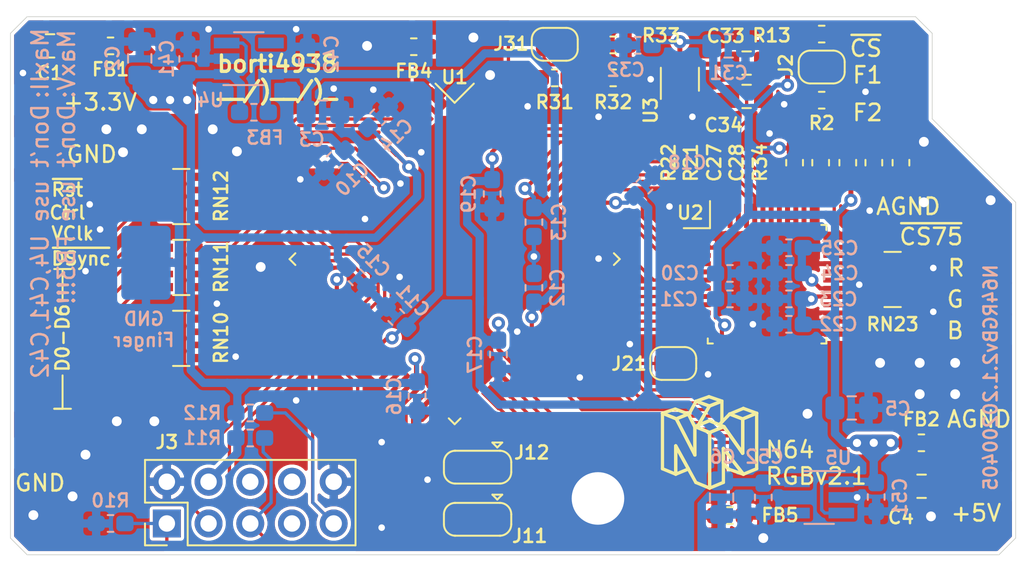
<source format=kicad_pcb>
(kicad_pcb (version 20171130) (host pcbnew "(5.1.5)-3")
  (layers (0 F.Cu signal) (31 B.Cu signal) (34 B.Paste user hide) (35 F.Paste user hide) (36 B.SilkS user) (37 F.SilkS user) (38 B.Mask user hide) (39 F.Mask user hide) (44 Edge.Cuts user))
  (net 0 "")
  (net 1 GNDD)
  (net 2 "Net-(C1-Pad1)")
  (net 3 +3.3VADC)
  (net 4 +1V8)
  (net 5 "Net-(C4-Pad1)")
  (net 6 GND)
  (net 7 +5VA)
  (net 8 +3V3)
  (net 9 "Net-(C27-Pad1)")
  (net 10 "Net-(C28-Pad1)")
  (net 11 "Net-(C33-Pad2)")
  (net 12 "Net-(C33-Pad1)")
  (net 13 "Net-(C34-Pad1)")
  (net 14 /D0_cpld)
  (net 15 /D2_cpld)
  (net 16 /D1_cpld)
  (net 17 D1_i)
  (net 18 D0_i)
  (net 19 D2_i)
  (net 20 /D3_cpld)
  (net 21 /D4_cpld)
  (net 22 /D6_cpld)
  (net 23 /D5_cpld)
  (net 24 D3_i)
  (net 25 D5_i)
  (net 26 D4_i)
  (net 27 D6_i)
  (net 28 /VCLK_cpld)
  (net 29 /DSYNC_cpld)
  (net 30 /RST_cpld)
  (net 31 /CTRL_cpld)
  (net 32 VCLK_i)
  (net 33 CTRL_i)
  (net 34 DSYNC_i)
  (net 35 RST_io)
  (net 36 Filter_Bypass)
  (net 37 TDI)
  (net 38 "Net-(J3-Pad8)")
  (net 39 "Net-(J3-Pad7)")
  (net 40 "Net-(J3-Pad6)")
  (net 41 TMS)
  (net 42 TDO)
  (net 43 TCK)
  (net 44 /~VI_DB)
  (net 45 /~FORCE_VI_DB)
  (net 46 /~15b_MODE)
  (net 47 /~IT_SW)
  (net 48 "Net-(J31-Pad2)")
  (net 49 /~CSYNC_75_pre)
  (net 50 B_o)
  (net 51 ~CSYNC_LVTTL_o)
  (net 52 ~CSYNC_75_o)
  (net 53 G_o)
  (net 54 R_o)
  (net 55 /~CSYNC)
  (net 56 "Net-(R21-Pad1)")
  (net 57 "Net-(R22-Pad2)")
  (net 58 ~HSYNC)
  (net 59 ~VSYNC)
  (net 60 "Net-(U1-Pad96)")
  (net 61 /R0)
  (net 62 /R1)
  (net 63 /R2)
  (net 64 /R3)
  (net 65 /R4)
  (net 66 /R5)
  (net 67 /R6)
  (net 68 /R7)
  (net 69 /G0)
  (net 70 /G1)
  (net 71 /G2)
  (net 72 /G3)
  (net 73 /G4)
  (net 74 /G5)
  (net 75 /G6)
  (net 76 /G7)
  (net 77 /B0)
  (net 78 /B1)
  (net 79 /B2)
  (net 80 /B3)
  (net 81 /B4)
  (net 82 /B5)
  (net 83 /B6)
  (net 84 /B7)
  (net 85 /VCLK_ADV)
  (net 86 "Net-(U1-Pad53)")
  (net 87 "Net-(U1-Pad52)")
  (net 88 "Net-(U1-Pad51)")
  (net 89 "Net-(U1-Pad44)")
  (net 90 "Net-(U1-Pad43)")
  (net 91 "Net-(U1-Pad42)")
  (net 92 "Net-(U1-Pad41)")
  (net 93 "Net-(U1-Pad40)")
  (net 94 "Net-(U1-Pad38)")
  (net 95 "Net-(U1-Pad19)")
  (net 96 "Net-(U1-Pad18)")
  (net 97 "Net-(U1-Pad17)")
  (net 98 "Net-(U1-Pad16)")
  (net 99 "Net-(U1-Pad15)")
  (net 100 "Net-(U1-Pad5)")
  (net 101 "Net-(U1-Pad4)")
  (net 102 "Net-(U4-Pad4)")
  (net 103 "Net-(U5-Pad4)")
  (net 104 /~SoG)
  (net 105 /~SYNC)
  (net 106 ~CLAMP)
  (net 107 /~BLANK)
  (net 108 "Net-(U1-Pad3)")
  (net 109 "Net-(U1-Pad2)")
  (net 110 "Net-(RN10-Pad5)")
  (net 111 "Net-(RN10-Pad4)")
  (module individual_footprints:Pad_4.5_3.0 (layer B.Cu) (at 121.92 103.124 90)
    (fp_text reference SHIELD_FINGER1 hide)
    (fp_text value S1761-42R)
    (pad 1 smd roundrect (at 0 0 90) (size 4.5 3) (layers B.Cu B.Paste B.Mask) (roundrect_rratio 0.1) (net 1 GNDD))
  )
  (module Package_TO_SOT_SMD:SOT-23-5_HandSoldering (layer B.Cu) (at 162.91324 117.41404 180)
    (fp_text reference U5 (at -1.17076 2.41554) (layer B.SilkS) (effects (font (size 0.8 0.8)) (justify mirror)))
    (fp_text value TLV70033_SOT23-5)
    (pad 5 smd rect (at 1.35 0.95 180) (size 1.56 0.65) (layers B.Cu B.Paste B.Mask) (net 8 +3V3))
    (pad 4 smd rect (at 1.35 -0.95 180) (size 1.56 0.65) (layers B.Cu B.Paste B.Mask) (net 103 "Net-(U5-Pad4)"))
    (pad 3 smd rect (at -1.35 -0.95 180) (size 1.56 0.65) (layers B.Cu B.Paste B.Mask) (net 7 +5VA))
    (pad 2 smd rect (at -1.35 0 180) (size 1.56 0.65) (layers B.Cu B.Paste B.Mask) (net 6 GND))
    (pad 1 smd rect (at -1.35 0.95 180) (size 1.56 0.65) (layers B.Cu B.Paste B.Mask) (net 7 +5VA))
  )
  (module Package_TO_SOT_SMD:SOT-23-5_HandSoldering (layer B.Cu) (at 128.18092 90.69328)
    (fp_text reference U4 (at -2.32392 2.52472) (layer B.SilkS) (effects (font (size 0.8 0.8)) (justify mirror)))
    (fp_text value TLV70018_SOT23-5)
    (pad 5 smd rect (at 1.35 0.95) (size 1.56 0.65) (layers B.Cu B.Paste B.Mask) (net 4 +1V8))
    (pad 4 smd rect (at 1.35 -0.95) (size 1.56 0.65) (layers B.Cu B.Paste B.Mask) (net 102 "Net-(U4-Pad4)"))
    (pad 3 smd rect (at -1.35 -0.95) (size 1.56 0.65) (layers B.Cu B.Paste B.Mask) (net 3 +3.3VADC))
    (pad 2 smd rect (at -1.35 0) (size 1.56 0.65) (layers B.Cu B.Paste B.Mask) (net 1 GNDD))
    (pad 1 smd rect (at -1.35 0.95) (size 1.56 0.65) (layers B.Cu B.Paste B.Mask) (net 3 +3.3VADC))
  )
  (module Resistor_SMD:R_0603_1608Metric_Pad1.05x0.95mm_HandSolder (layer F.Cu) (at 161.417 97.028 270)
    (fp_text reference R22 (at 0 7.6708 270) (layer F.SilkS) (effects (font (size 0.8 0.8))))
    (fp_text value 4k7)
    (pad 2 smd roundrect (at 0.875 0 270) (size 1.05 0.95) (layers F.Cu F.Paste F.Mask) (net 57 "Net-(R22-Pad2)"))
    (pad 1 smd roundrect (at -0.875 0 270) (size 1.05 0.95) (layers F.Cu F.Paste F.Mask) (net 7 +5VA))
  )
  (module Resistor_SMD:R_0603_1608Metric_Pad1.05x0.95mm_HandSolder (layer F.Cu) (at 167.894 97.028 90)
    (fp_text reference R34 (at 0 -8.5852 90) (layer F.SilkS) (effects (font (size 0.8 0.8))))
    (fp_text value 75)
    (pad 2 smd roundrect (at 0.875 0 90) (size 1.05 0.95) (layers F.Cu F.Paste F.Mask) (net 11 "Net-(C33-Pad2)"))
    (pad 1 smd roundrect (at -0.875 0 90) (size 1.05 0.95) (layers F.Cu F.Paste F.Mask) (net 52 ~CSYNC_75_o))
  )
  (module Resistor_SMD:R_0603_1608Metric_Pad1.05x0.95mm_HandSolder (layer F.Cu) (at 150.368 89.85758)
    (fp_text reference R33 (at 2.921 -0.57658) (layer F.SilkS) (effects (font (size 0.8 0.8))))
    (fp_text value 523)
    (pad 2 smd roundrect (at 0.875 0) (size 1.05 0.95) (layers F.Cu F.Paste F.Mask) (net 6 GND))
    (pad 1 smd roundrect (at -0.875 0) (size 1.05 0.95) (layers F.Cu F.Paste F.Mask) (net 48 "Net-(J31-Pad2)"))
  )
  (module Resistor_SMD:R_0603_1608Metric_Pad1.05x0.95mm_HandSolder (layer F.Cu) (at 150.368 91.86418)
    (fp_text reference R32 (at 0 1.48082) (layer F.SilkS) (effects (font (size 0.8 0.8))))
    (fp_text value 6k19)
    (pad 2 smd roundrect (at 0.875 0) (size 1.05 0.95) (layers F.Cu F.Paste F.Mask) (net 6 GND))
    (pad 1 smd roundrect (at -0.875 0) (size 1.05 0.95) (layers F.Cu F.Paste F.Mask) (net 49 /~CSYNC_75_pre))
  )
  (module Resistor_SMD:R_0603_1608Metric_Pad1.05x0.95mm_HandSolder (layer F.Cu) (at 146.812 91.86418)
    (fp_text reference R31 (at 0 1.48082) (layer F.SilkS) (effects (font (size 0.8 0.8))))
    (fp_text value 4k7)
    (pad 2 smd roundrect (at 0.875 0) (size 1.05 0.95) (layers F.Cu F.Paste F.Mask) (net 49 /~CSYNC_75_pre))
    (pad 1 smd roundrect (at -0.875 0) (size 1.05 0.95) (layers F.Cu F.Paste F.Mask) (net 55 /~CSYNC))
  )
  (module Resistor_SMD:R_0603_1608Metric_Pad1.05x0.95mm_HandSolder (layer F.Cu) (at 163.0045 97.028 90)
    (fp_text reference R21 (at 0 -7.8994 90) (layer F.SilkS) (effects (font (size 0.8 0.8))))
    (fp_text value 518/515)
    (pad 2 smd roundrect (at 0.875 0 90) (size 1.05 0.95) (layers F.Cu F.Paste F.Mask) (net 6 GND))
    (pad 1 smd roundrect (at -0.875 0 90) (size 1.05 0.95) (layers F.Cu F.Paste F.Mask) (net 56 "Net-(R21-Pad1)"))
  )
  (module Resistor_SMD:R_0603_1608Metric_Pad1.05x0.95mm_HandSolder (layer F.Cu) (at 163.068 89.19718 180)
    (fp_text reference R13 (at 3.048 -0.08382) (layer F.SilkS) (effects (font (size 0.8 0.8))))
    (fp_text value 330)
    (pad 2 smd roundrect (at 0.875 0 180) (size 1.05 0.95) (layers F.Cu F.Paste F.Mask) (net 55 /~CSYNC))
    (pad 1 smd roundrect (at -0.875 0 180) (size 1.05 0.95) (layers F.Cu F.Paste F.Mask) (net 51 ~CSYNC_LVTTL_o))
  )
  (module Resistor_SMD:R_0603_1608Metric_Pad1.05x0.95mm_HandSolder (layer B.Cu) (at 128.27 112.268)
    (fp_text reference R12 (at -2.921 0) (layer B.SilkS) (effects (font (size 0.8 0.8)) (justify mirror)))
    (fp_text value 10k)
    (pad 2 smd roundrect (at 0.875 0) (size 1.05 0.95) (layers B.Cu B.Paste B.Mask) (net 37 TDI))
    (pad 1 smd roundrect (at -0.875 0) (size 1.05 0.95) (layers B.Cu B.Paste B.Mask) (net 3 +3.3VADC))
  )
  (module Resistor_SMD:R_0603_1608Metric_Pad1.05x0.95mm_HandSolder (layer B.Cu) (at 128.27 113.792)
    (fp_text reference R11 (at -2.921 0) (layer B.SilkS) (effects (font (size 0.8 0.8)) (justify mirror)))
    (fp_text value 10k)
    (pad 2 smd roundrect (at 0.875 0) (size 1.05 0.95) (layers B.Cu B.Paste B.Mask) (net 41 TMS))
    (pad 1 smd roundrect (at -0.875 0) (size 1.05 0.95) (layers B.Cu B.Paste B.Mask) (net 3 +3.3VADC))
  )
  (module Resistor_SMD:R_0603_1608Metric_Pad1.05x0.95mm_HandSolder (layer B.Cu) (at 119.761 118.999)
    (fp_text reference R10 (at 0 -1.397) (layer B.SilkS) (effects (font (size 0.8 0.8)) (justify mirror)))
    (fp_text value 1k)
    (pad 2 smd roundrect (at 0.875 0) (size 1.05 0.95) (layers B.Cu B.Paste B.Mask) (net 43 TCK))
    (pad 1 smd roundrect (at -0.875 0) (size 1.05 0.95) (layers B.Cu B.Paste B.Mask) (net 1 GNDD))
  )
  (module Resistor_SMD:R_0603_1608Metric_Pad1.05x0.95mm_HandSolder (layer F.Cu) (at 163.068 93.22308 180)
    (fp_text reference R2 (at 0 -1.39192) (layer F.SilkS) (effects (font (size 0.8 0.8))))
    (fp_text value 10k)
    (pad 2 smd roundrect (at 0.875 0 180) (size 1.05 0.95) (layers F.Cu F.Paste F.Mask) (net 6 GND))
    (pad 1 smd roundrect (at -0.875 0 180) (size 1.05 0.95) (layers F.Cu F.Paste F.Mask) (net 36 Filter_Bypass))
  )
  (module Resistor_SMD:R_0603_1608Metric_Pad1.05x0.95mm_HandSolder (layer F.Cu) (at 157.48 118.5164 180)
    (fp_text reference FB5 (at -3.048 0.0254) (layer F.SilkS) (effects (font (size 0.8 0.8))))
    (fp_text value MPZ1608S221ATA00)
    (pad 1 smd roundrect (at -0.875 0 180) (size 1.05 0.95) (layers F.Cu F.Paste F.Mask) (net 6 GND))
    (pad 2 smd roundrect (at 0.875 0 180) (size 1.05 0.95) (layers F.Cu F.Paste F.Mask) (net 1 GNDD))
  )
  (module Resistor_SMD:R_0603_1608Metric_Pad1.05x0.95mm_HandSolder (layer F.Cu) (at 138.2268 89.9668 180)
    (fp_text reference FB4 (at 0 -1.4732) (layer F.SilkS) (effects (font (size 0.8 0.8))))
    (fp_text value MPZ1608S221ATA00)
    (pad 1 smd roundrect (at -0.875 0 180) (size 1.05 0.95) (layers F.Cu F.Paste F.Mask) (net 6 GND))
    (pad 2 smd roundrect (at 0.875 0 180) (size 1.05 0.95) (layers F.Cu F.Paste F.Mask) (net 1 GNDD))
  )
  (module Resistor_SMD:R_0603_1608Metric_Pad1.05x0.95mm_HandSolder (layer B.Cu) (at 128.49342 93.95968 180)
    (fp_text reference FB3 (at -0.66558 -1.54432) (layer B.SilkS) (effects (font (size 0.8 0.8)) (justify mirror)))
    (fp_text value MPZ1608S221ATA00)
    (pad 1 smd roundrect (at -0.875 0 180) (size 1.05 0.95) (layers B.Cu B.Paste B.Mask) (net 4 +1V8))
    (pad 2 smd roundrect (at 0.875 0 180) (size 1.05 0.95) (layers B.Cu B.Paste B.Mask) (net 3 +3.3VADC))
  )
  (module Resistor_SMD:R_0603_1608Metric_Pad1.05x0.95mm_HandSolder (layer F.Cu) (at 169.1386 114.08664)
    (fp_text reference FB2 (at 0 -1.43) (layer F.SilkS) (effects (font (size 0.8 0.8))))
    (fp_text value MPZ1608S221ATA00)
    (pad 1 smd roundrect (at -0.875 0) (size 1.05 0.95) (layers F.Cu F.Paste F.Mask) (net 7 +5VA))
    (pad 2 smd roundrect (at 0.875 0) (size 1.05 0.95) (layers F.Cu F.Paste F.Mask) (net 5 "Net-(C4-Pad1)"))
  )
  (module Resistor_SMD:R_0603_1608Metric_Pad1.05x0.95mm_HandSolder (layer F.Cu) (at 119.761 89.916 180)
    (fp_text reference FB1 (at 0 -1.43) (layer F.SilkS) (effects (font (size 0.8 0.8))))
    (fp_text value MPZ1608S221ATA00)
    (pad 1 smd roundrect (at -0.875 0 180) (size 1.05 0.95) (layers F.Cu F.Paste F.Mask) (net 3 +3.3VADC))
    (pad 2 smd roundrect (at 0.875 0 180) (size 1.05 0.95) (layers F.Cu F.Paste F.Mask) (net 2 "Net-(C1-Pad1)"))
  )
  (module Package_QFP:LQFP-48_7x7mm_P0.5mm (layer F.Cu) (at 159.7406 104.42956)
    (fp_text reference U2 (at -4.6736 -4.35356) (layer F.SilkS) (effects (font (size 0.8 0.8))))
    (fp_text value ADV7125)
    (pad 48 smd roundrect (at -2.9 -4.1625 90) (size 1.475 0.6) (layers F.Cu F.Paste F.Mask) (roundrect_rratio 0.1) (net 68 /R7))
    (pad 47 smd roundrect (at -2.25 -4.1625 90) (size 1.475 0.3) (layers F.Cu F.Paste F.Mask) (roundrect_rratio 0.1) (net 67 /R6))
    (pad 46 smd roundrect (at -1.75 -4.1625 90) (size 1.475 0.3) (layers F.Cu F.Paste F.Mask) (roundrect_rratio 0.1) (net 66 /R5))
    (pad 45 smd roundrect (at -1.25 -4.1625 90) (size 1.475 0.3) (layers F.Cu F.Paste F.Mask) (roundrect_rratio 0.1) (net 65 /R4))
    (pad 44 smd roundrect (at -0.75 -4.1625 90) (size 1.475 0.3) (layers F.Cu F.Paste F.Mask) (roundrect_rratio 0.1) (net 64 /R3))
    (pad 43 smd roundrect (at -0.25 -4.1625 90) (size 1.475 0.3) (layers F.Cu F.Paste F.Mask) (roundrect_rratio 0.1) (net 63 /R2))
    (pad 42 smd roundrect (at 0.25 -4.1625 90) (size 1.475 0.3) (layers F.Cu F.Paste F.Mask) (roundrect_rratio 0.1) (net 62 /R1))
    (pad 41 smd roundrect (at 0.75 -4.1625 90) (size 1.475 0.3) (layers F.Cu F.Paste F.Mask) (roundrect_rratio 0.1) (net 61 /R0))
    (pad 40 smd roundrect (at 1.25 -4.1625 90) (size 1.475 0.3) (layers F.Cu F.Paste F.Mask) (roundrect_rratio 0.1) (net 6 GND))
    (pad 39 smd roundrect (at 1.75 -4.1625 90) (size 1.475 0.3) (layers F.Cu F.Paste F.Mask) (roundrect_rratio 0.1) (net 6 GND))
    (pad 38 smd roundrect (at 2.25 -4.1625 90) (size 1.475 0.3) (layers F.Cu F.Paste F.Mask) (roundrect_rratio 0.1) (net 57 "Net-(R22-Pad2)"))
    (pad 37 smd roundrect (at 2.9 -4.1625 90) (size 1.475 0.6) (layers F.Cu F.Paste F.Mask) (roundrect_rratio 0.1) (net 56 "Net-(R21-Pad1)"))
    (pad 36 smd roundrect (at 4.1625 -2.9) (size 1.475 0.6) (layers F.Cu F.Paste F.Mask) (roundrect_rratio 0.1) (net 9 "Net-(C27-Pad1)"))
    (pad 35 smd roundrect (at 4.1625 -2.25) (size 1.475 0.3) (layers F.Cu F.Paste F.Mask) (roundrect_rratio 0.1) (net 10 "Net-(C28-Pad1)"))
    (pad 34 smd roundrect (at 4.1625 -1.75) (size 1.475 0.3) (layers F.Cu F.Paste F.Mask) (roundrect_rratio 0.1) (net 54 R_o))
    (pad 33 smd roundrect (at 4.1625 -1.25) (size 1.475 0.3) (layers F.Cu F.Paste F.Mask) (roundrect_rratio 0.1) (net 6 GND))
    (pad 32 smd roundrect (at 4.1625 -0.75) (size 1.475 0.3) (layers F.Cu F.Paste F.Mask) (roundrect_rratio 0.1) (net 53 G_o))
    (pad 31 smd roundrect (at 4.1625 -0.25) (size 1.475 0.3) (layers F.Cu F.Paste F.Mask) (roundrect_rratio 0.1) (net 6 GND))
    (pad 30 smd roundrect (at 4.1625 0.25) (size 1.475 0.3) (layers F.Cu F.Paste F.Mask) (roundrect_rratio 0.1) (net 7 +5VA))
    (pad 29 smd roundrect (at 4.1625 0.75) (size 1.475 0.3) (layers F.Cu F.Paste F.Mask) (roundrect_rratio 0.1) (net 7 +5VA))
    (pad 28 smd roundrect (at 4.1625 1.25) (size 1.475 0.3) (layers F.Cu F.Paste F.Mask) (roundrect_rratio 0.1) (net 50 B_o))
    (pad 27 smd roundrect (at 4.1625 1.75) (size 1.475 0.3) (layers F.Cu F.Paste F.Mask) (roundrect_rratio 0.1) (net 6 GND))
    (pad 26 smd roundrect (at 4.1625 2.25) (size 1.475 0.3) (layers F.Cu F.Paste F.Mask) (roundrect_rratio 0.1) (net 6 GND))
    (pad 25 smd roundrect (at 4.1625 2.9) (size 1.475 0.6) (layers F.Cu F.Paste F.Mask) (roundrect_rratio 0.1) (net 6 GND))
    (pad 24 smd roundrect (at 2.9 4.1625 270) (size 1.475 0.6) (layers F.Cu F.Paste F.Mask) (roundrect_rratio 0.1) (net 85 /VCLK_ADV))
    (pad 23 smd roundrect (at 2.25 4.1625 90) (size 1.475 0.3) (layers F.Cu F.Paste F.Mask) (roundrect_rratio 0.1) (net 84 /B7))
    (pad 22 smd roundrect (at 1.75 4.1625 90) (size 1.475 0.3) (layers F.Cu F.Paste F.Mask) (roundrect_rratio 0.1) (net 83 /B6))
    (pad 21 smd roundrect (at 1.25 4.1625 90) (size 1.475 0.3) (layers F.Cu F.Paste F.Mask) (roundrect_rratio 0.1) (net 82 /B5))
    (pad 20 smd roundrect (at 0.75 4.1625 90) (size 1.475 0.3) (layers F.Cu F.Paste F.Mask) (roundrect_rratio 0.1) (net 81 /B4))
    (pad 19 smd roundrect (at 0.25 4.1625 90) (size 1.475 0.3) (layers F.Cu F.Paste F.Mask) (roundrect_rratio 0.1) (net 80 /B3))
    (pad 18 smd roundrect (at -0.25 4.1625 90) (size 1.475 0.3) (layers F.Cu F.Paste F.Mask) (roundrect_rratio 0.1) (net 79 /B2))
    (pad 17 smd roundrect (at -0.75 4.1625 90) (size 1.475 0.3) (layers F.Cu F.Paste F.Mask) (roundrect_rratio 0.1) (net 78 /B1))
    (pad 16 smd roundrect (at -1.25 4.1625 90) (size 1.475 0.3) (layers F.Cu F.Paste F.Mask) (roundrect_rratio 0.1) (net 77 /B0))
    (pad 15 smd roundrect (at -1.75 4.1625 90) (size 1.475 0.3) (layers F.Cu F.Paste F.Mask) (roundrect_rratio 0.1) (net 6 GND))
    (pad 14 smd roundrect (at -2.25 4.1625 90) (size 1.475 0.3) (layers F.Cu F.Paste F.Mask) (roundrect_rratio 0.1) (net 6 GND))
    (pad 13 smd roundrect (at -2.9 4.1625 90) (size 1.475 0.6) (layers F.Cu F.Paste F.Mask) (roundrect_rratio 0.1) (net 7 +5VA))
    (pad 12 smd roundrect (at -4.1625 2.9) (size 1.475 0.6) (layers F.Cu F.Paste F.Mask) (roundrect_rratio 0.1) (net 105 /~SYNC))
    (pad 11 smd roundrect (at -4.1625 2.25) (size 1.475 0.3) (layers F.Cu F.Paste F.Mask) (roundrect_rratio 0.1) (net 107 /~BLANK))
    (pad 10 smd roundrect (at -4.1625 1.75) (size 1.475 0.3) (layers F.Cu F.Paste F.Mask) (roundrect_rratio 0.1) (net 76 /G7))
    (pad 9 smd roundrect (at -4.1625 1.25) (size 1.475 0.3) (layers F.Cu F.Paste F.Mask) (roundrect_rratio 0.1) (net 75 /G6))
    (pad 8 smd roundrect (at -4.1625 0.75) (size 1.475 0.3) (layers F.Cu F.Paste F.Mask) (roundrect_rratio 0.1) (net 74 /G5))
    (pad 7 smd roundrect (at -4.1625 0.25) (size 1.475 0.3) (layers F.Cu F.Paste F.Mask) (roundrect_rratio 0.1) (net 73 /G4))
    (pad 6 smd roundrect (at -4.1625 -0.25) (size 1.475 0.3) (layers F.Cu F.Paste F.Mask) (roundrect_rratio 0.1) (net 72 /G3))
    (pad 5 smd roundrect (at -4.1625 -0.75) (size 1.475 0.3) (layers F.Cu F.Paste F.Mask) (roundrect_rratio 0.1) (net 71 /G2))
    (pad 4 smd roundrect (at -4.1625 -1.25) (size 1.475 0.3) (layers F.Cu F.Paste F.Mask) (roundrect_rratio 0.1) (net 70 /G1))
    (pad 3 smd roundrect (at -4.1625 -1.75) (size 1.475 0.3) (layers F.Cu F.Paste F.Mask) (roundrect_rratio 0.1) (net 69 /G0))
    (pad 2 smd roundrect (at -4.1625 -2.25) (size 1.475 0.3) (layers F.Cu F.Paste F.Mask) (roundrect_rratio 0.1) (net 6 GND))
    (pad 1 smd roundrect (at -4.1625 -2.9) (size 1.475 0.6) (layers F.Cu F.Paste F.Mask) (roundrect_rratio 0.1) (net 6 GND))
  )
  (module Capacitor_SMD:C_0603_1608Metric_Pad1.05x0.95mm_HandSolder (layer B.Cu) (at 159.512 117.41404 270)
    (fp_text reference C52 (at -2.47904 -0.0635 180) (layer B.SilkS) (effects (font (size 0.8 0.8)) (justify mirror)))
    (fp_text value 1u)
    (pad 2 smd roundrect (at 0.875 0 270) (size 1.05 0.95) (layers B.Cu B.Paste B.Mask) (net 6 GND))
    (pad 1 smd roundrect (at -0.875 0 270) (size 1.05 0.95) (layers B.Cu B.Paste B.Mask) (net 8 +3V3))
  )
  (module Capacitor_SMD:C_0603_1608Metric_Pad1.05x0.95mm_HandSolder (layer B.Cu) (at 166.38524 117.38854 270)
    (fp_text reference C51 (at 0 -1.44526 90) (layer B.SilkS) (effects (font (size 0.8 0.8)) (justify mirror)))
    (fp_text value 1u)
    (pad 2 smd roundrect (at 0.875 0 270) (size 1.05 0.95) (layers B.Cu B.Paste B.Mask) (net 6 GND))
    (pad 1 smd roundrect (at -0.875 0 270) (size 1.05 0.95) (layers B.Cu B.Paste B.Mask) (net 7 +5VA))
  )
  (module Capacitor_SMD:C_0603_1608Metric_Pad1.05x0.95mm_HandSolder (layer B.Cu) (at 131.75488 90.84554 90)
    (fp_text reference C42 (at 0.42154 1.46812 90) (layer B.SilkS) (effects (font (size 0.8 0.8)) (justify mirror)))
    (fp_text value 1u)
    (pad 2 smd roundrect (at 0.875 0 90) (size 1.05 0.95) (layers B.Cu B.Paste B.Mask) (net 1 GNDD))
    (pad 1 smd roundrect (at -0.875 0 90) (size 1.05 0.95) (layers B.Cu B.Paste B.Mask) (net 4 +1V8))
  )
  (module Capacitor_SMD:C_0603_1608Metric_Pad1.05x0.95mm_HandSolder (layer B.Cu) (at 124.46 90.70848 90)
    (fp_text reference C41 (at 0 -1.27 90) (layer B.SilkS) (effects (font (size 0.8 0.8)) (justify mirror)))
    (fp_text value 1u)
    (pad 2 smd roundrect (at 0.875 0 90) (size 1.05 0.95) (layers B.Cu B.Paste B.Mask) (net 1 GNDD))
    (pad 1 smd roundrect (at -0.875 0 90) (size 1.05 0.95) (layers B.Cu B.Paste B.Mask) (net 3 +3.3VADC))
  )
  (module Capacitor_SMD:C_0805_2012Metric_Pad1.15x1.40mm_HandSolder (layer F.Cu) (at 158.496 92.99448)
    (fp_text reference C34 (at -1.397 1.74752) (layer F.SilkS) (effects (font (size 0.8 0.8))))
    (fp_text value 22u)
    (pad 2 smd roundrect (at 1.025 0) (size 1.15 1.4) (layers F.Cu F.Paste F.Mask) (roundrect_rratio 0.217391) (net 11 "Net-(C33-Pad2)"))
    (pad 1 smd roundrect (at -1.025 0) (size 1.15 1.4) (layers F.Cu F.Paste F.Mask) (roundrect_rratio 0.217391) (net 13 "Net-(C34-Pad1)"))
  )
  (module Capacitor_SMD:C_0805_2012Metric_Pad1.15x1.40mm_HandSolder (layer F.Cu) (at 158.496 90.96248)
    (fp_text reference C33 (at -1.27 -1.65) (layer F.SilkS) (effects (font (size 0.8 0.8))))
    (fp_text value 33u)
    (pad 2 smd roundrect (at 1.025 0) (size 1.15 1.4) (layers F.Cu F.Paste F.Mask) (roundrect_rratio 0.217391) (net 11 "Net-(C33-Pad2)"))
    (pad 1 smd roundrect (at -1.025 0) (size 1.15 1.4) (layers F.Cu F.Paste F.Mask) (roundrect_rratio 0.217391) (net 12 "Net-(C33-Pad1)"))
  )
  (module Capacitor_SMD:C_0603_1608Metric_Pad1.05x0.95mm_HandSolder (layer B.Cu) (at 151.8665 89.88298 180)
    (fp_text reference C32 (at 0.7365 -1.49352) (layer B.SilkS) (effects (font (size 0.8 0.8)) (justify mirror)))
    (fp_text value 0.01u)
    (pad 2 smd roundrect (at 0.875 0 180) (size 1.05 0.95) (layers B.Cu B.Paste B.Mask) (net 6 GND))
    (pad 1 smd roundrect (at -0.875 0 180) (size 1.05 0.95) (layers B.Cu B.Paste B.Mask) (net 7 +5VA))
  )
  (module Capacitor_SMD:C_0805_2012Metric_Pad1.15x1.40mm_HandSolder (layer B.Cu) (at 157.4015 89.916)
    (fp_text reference C31 (at 0 1.65) (layer B.SilkS) (effects (font (size 0.8 0.8)) (justify mirror)))
    (fp_text value 10u)
    (pad 2 smd roundrect (at 1.025 0) (size 1.15 1.4) (layers B.Cu B.Paste B.Mask) (roundrect_rratio 0.217391) (net 6 GND))
    (pad 1 smd roundrect (at -1.025 0) (size 1.15 1.4) (layers B.Cu B.Paste B.Mask) (roundrect_rratio 0.217391) (net 7 +5VA))
  )
  (module Capacitor_SMD:C_0603_1608Metric_Pad1.05x0.95mm_HandSolder (layer F.Cu) (at 166.243 97.028 270)
    (fp_text reference C28 (at 0 8.3566 90) (layer F.SilkS) (effects (font (size 0.8 0.8))))
    (fp_text value 0.1u)
    (pad 2 smd roundrect (at 0.875 0 270) (size 1.05 0.95) (layers F.Cu F.Paste F.Mask) (net 7 +5VA))
    (pad 1 smd roundrect (at -0.875 0 270) (size 1.05 0.95) (layers F.Cu F.Paste F.Mask) (net 10 "Net-(C28-Pad1)"))
  )
  (module Capacitor_SMD:C_0603_1608Metric_Pad1.05x0.95mm_HandSolder (layer F.Cu) (at 164.6555 97.028 270)
    (fp_text reference C27 (at 0 8.128 90) (layer F.SilkS) (effects (font (size 0.8 0.8))))
    (fp_text value 0.1u)
    (pad 2 smd roundrect (at 0.875 0 270) (size 1.05 0.95) (layers F.Cu F.Paste F.Mask) (net 7 +5VA))
    (pad 1 smd roundrect (at -0.875 0 270) (size 1.05 0.95) (layers F.Cu F.Paste F.Mask) (net 9 "Net-(C27-Pad1)"))
  )
  (module Capacitor_SMD:C_0603_1608Metric_Pad1.05x0.95mm_HandSolder (layer B.Cu) (at 161.07146 102.2096 180)
    (fp_text reference C25 (at -3.07604 -0.0254) (layer B.SilkS) (effects (font (size 0.8 0.8)) (justify mirror)))
    (fp_text value 0.01u)
    (pad 2 smd roundrect (at 0.875 0 180) (size 1.05 0.95) (layers B.Cu B.Paste B.Mask) (net 6 GND))
    (pad 1 smd roundrect (at -0.875 0 180) (size 1.05 0.95) (layers B.Cu B.Paste B.Mask) (net 7 +5VA))
  )
  (module Capacitor_SMD:C_0603_1608Metric_Pad1.05x0.95mm_HandSolder (layer B.Cu) (at 161.071661 103.7717 180)
    (fp_text reference C24 (at -3.075839 0.0127) (layer B.SilkS) (effects (font (size 0.8 0.8)) (justify mirror)))
    (fp_text value 0.1u)
    (pad 2 smd roundrect (at 0.875 0 180) (size 1.05 0.95) (layers B.Cu B.Paste B.Mask) (net 6 GND))
    (pad 1 smd roundrect (at -0.875 0 180) (size 1.05 0.95) (layers B.Cu B.Paste B.Mask) (net 7 +5VA))
  )
  (module Capacitor_SMD:C_0603_1608Metric_Pad1.05x0.95mm_HandSolder (layer B.Cu) (at 161.07156 105.32364 180)
    (fp_text reference C23 (at -3.01244 -0.02286) (layer B.SilkS) (effects (font (size 0.8 0.8)) (justify mirror)))
    (fp_text value 0.01u)
    (pad 2 smd roundrect (at 0.875 0 180) (size 1.05 0.95) (layers B.Cu B.Paste B.Mask) (net 6 GND))
    (pad 1 smd roundrect (at -0.875 0 180) (size 1.05 0.95) (layers B.Cu B.Paste B.Mask) (net 7 +5VA))
  )
  (module Capacitor_SMD:C_0603_1608Metric_Pad1.05x0.95mm_HandSolder (layer B.Cu) (at 161.071661 106.87304 180)
    (fp_text reference C22 (at -3.012339 0.00254) (layer B.SilkS) (effects (font (size 0.8 0.8)) (justify mirror)))
    (fp_text value 0.1u)
    (pad 2 smd roundrect (at 0.875 0 180) (size 1.05 0.95) (layers B.Cu B.Paste B.Mask) (net 6 GND))
    (pad 1 smd roundrect (at -0.875 0 180) (size 1.05 0.95) (layers B.Cu B.Paste B.Mask) (net 7 +5VA))
  )
  (module Capacitor_SMD:C_0603_1608Metric_Pad1.05x0.95mm_HandSolder (layer B.Cu) (at 157.48 105.32364)
    (fp_text reference C21 (at -3.1115 0.02286) (layer B.SilkS) (effects (font (size 0.8 0.8)) (justify mirror)))
    (fp_text value 0.01u)
    (pad 2 smd roundrect (at 0.875 0) (size 1.05 0.95) (layers B.Cu B.Paste B.Mask) (net 6 GND))
    (pad 1 smd roundrect (at -0.875 0) (size 1.05 0.95) (layers B.Cu B.Paste B.Mask) (net 7 +5VA))
  )
  (module Capacitor_SMD:C_0603_1608Metric_Pad1.05x0.95mm_HandSolder (layer B.Cu) (at 157.48 103.77424)
    (fp_text reference C20 (at -3.048 -0.01524) (layer B.SilkS) (effects (font (size 0.8 0.8)) (justify mirror)))
    (fp_text value 0.1u)
    (pad 2 smd roundrect (at 0.875 0) (size 1.05 0.95) (layers B.Cu B.Paste B.Mask) (net 6 GND))
    (pad 1 smd roundrect (at -0.875 0) (size 1.05 0.95) (layers B.Cu B.Paste B.Mask) (net 7 +5VA))
  )
  (module Capacitor_SMD:C_0603_1608Metric_Pad1.05x0.95mm_HandSolder (layer B.Cu) (at 143.002 98.933 270)
    (fp_text reference C19 (at 0 1.43 90) (layer B.SilkS) (effects (font (size 0.8 0.8)) (justify mirror)))
    (fp_text value 0.1u)
    (pad 2 smd roundrect (at 0.875 0 270) (size 1.05 0.95) (layers B.Cu B.Paste B.Mask) (net 6 GND))
    (pad 1 smd roundrect (at -0.875 0 270) (size 1.05 0.95) (layers B.Cu B.Paste B.Mask) (net 8 +3V3))
  )
  (module Capacitor_SMD:C_0603_1608Metric_Pad1.05x0.95mm_HandSolder (layer B.Cu) (at 152.273 98.425 45)
    (fp_text reference C18 (at 2.828781 0.853124 180) (layer B.SilkS) (effects (font (size 0.8 0.8)) (justify mirror)))
    (fp_text value 0.1u)
    (pad 2 smd roundrect (at 0.875 0 45) (size 1.05 0.95) (layers B.Cu B.Paste B.Mask) (net 6 GND))
    (pad 1 smd roundrect (at -0.875 0 45) (size 1.05 0.95) (layers B.Cu B.Paste B.Mask) (net 8 +3V3))
  )
  (module Capacitor_SMD:C_0603_1608Metric_Pad1.05x0.95mm_HandSolder (layer B.Cu) (at 143.383 108.712 270)
    (fp_text reference C17 (at 0 1.43 90) (layer B.SilkS) (effects (font (size 0.8 0.8)) (justify mirror)))
    (fp_text value 0.1u)
    (pad 2 smd roundrect (at 0.875 0 270) (size 1.05 0.95) (layers B.Cu B.Paste B.Mask) (net 6 GND))
    (pad 1 smd roundrect (at -0.875 0 270) (size 1.05 0.95) (layers B.Cu B.Paste B.Mask) (net 8 +3V3))
  )
  (module Capacitor_SMD:C_0603_1608Metric_Pad1.05x0.95mm_HandSolder (layer B.Cu) (at 138.43 111.252 270)
    (fp_text reference C16 (at 0 1.397 90) (layer B.SilkS) (effects (font (size 0.8 0.8)) (justify mirror)))
    (fp_text value 0.1u)
    (pad 2 smd roundrect (at 0.875 0 270) (size 1.05 0.95) (layers B.Cu B.Paste B.Mask) (net 1 GNDD))
    (pad 1 smd roundrect (at -0.875 0 270) (size 1.05 0.95) (layers B.Cu B.Paste B.Mask) (net 3 +3.3VADC))
  )
  (module Capacitor_SMD:C_0603_1608Metric_Pad1.05x0.95mm_HandSolder (layer B.Cu) (at 134.747 104.013 315)
    (fp_text reference C15 (at 0 -1.436841 135) (layer B.SilkS) (effects (font (size 0.8 0.8)) (justify mirror)))
    (fp_text value 0.1u)
    (pad 2 smd roundrect (at 0.875 0 315) (size 1.05 0.95) (layers B.Cu B.Paste B.Mask) (net 1 GNDD))
    (pad 1 smd roundrect (at -0.875 0 315) (size 1.05 0.95) (layers B.Cu B.Paste B.Mask) (net 3 +3.3VADC))
  )
  (module Capacitor_SMD:C_0603_1608Metric_Pad1.05x0.95mm_HandSolder (layer B.Cu) (at 136.054513 94.262527 45)
    (fp_text reference C14 (at -0.006354 1.569749 45) (layer B.SilkS) (effects (font (size 0.8 0.8)) (justify mirror)))
    (fp_text value 0.1u)
    (pad 2 smd roundrect (at 0.875 0 45) (size 1.05 0.95) (layers B.Cu B.Paste B.Mask) (net 1 GNDD))
    (pad 1 smd roundrect (at -0.875 0 45) (size 1.05 0.95) (layers B.Cu B.Paste B.Mask) (net 3 +3.3VADC))
  )
  (module Capacitor_SMD:C_0603_1608Metric_Pad1.05x0.95mm_HandSolder (layer B.Cu) (at 145.542 100.6475 270)
    (fp_text reference C13 (at 0 -1.524 90) (layer B.SilkS) (effects (font (size 0.8 0.8)) (justify mirror)))
    (fp_text value 0.1u)
    (pad 2 smd roundrect (at 0.875 0 270) (size 1.05 0.95) (layers B.Cu B.Paste B.Mask) (net 1 GNDD))
    (pad 1 smd roundrect (at -0.875 0 270) (size 1.05 0.95) (layers B.Cu B.Paste B.Mask) (net 4 +1V8))
  )
  (module Capacitor_SMD:C_0603_1608Metric_Pad1.05x0.95mm_HandSolder (layer B.Cu) (at 145.542 104.648 90)
    (fp_text reference C12 (at 0 1.43 90) (layer B.SilkS) (effects (font (size 0.8 0.8)) (justify mirror)))
    (fp_text value 0.1u)
    (pad 2 smd roundrect (at 0.875 0 90) (size 1.05 0.95) (layers B.Cu B.Paste B.Mask) (net 1 GNDD))
    (pad 1 smd roundrect (at -0.875 0 90) (size 1.05 0.95) (layers B.Cu B.Paste B.Mask) (net 4 +1V8))
  )
  (module Capacitor_SMD:C_0603_1608Metric_Pad1.05x0.95mm_HandSolder (layer B.Cu) (at 137.16 106.426 135)
    (fp_text reference C11 (at 0 1.43 135) (layer B.SilkS) (effects (font (size 0.8 0.8)) (justify mirror)))
    (fp_text value 0.1u)
    (pad 2 smd roundrect (at 0.875 0 135) (size 1.05 0.95) (layers B.Cu B.Paste B.Mask) (net 1 GNDD))
    (pad 1 smd roundrect (at -0.875 0 135) (size 1.05 0.95) (layers B.Cu B.Paste B.Mask) (net 4 +1V8))
  )
  (module Capacitor_SMD:C_0603_1608Metric_Pad1.05x0.95mm_HandSolder (layer B.Cu) (at 133.414087 96.888887 225)
    (fp_text reference C10 (at 0.053882 -1.579695 45) (layer B.SilkS) (effects (font (size 0.8 0.8)) (justify mirror)))
    (fp_text value 0.1u)
    (pad 2 smd roundrect (at 0.875 0 225) (size 1.05 0.95) (layers B.Cu B.Paste B.Mask) (net 1 GNDD))
    (pad 1 smd roundrect (at -0.875 0 225) (size 1.05 0.95) (layers B.Cu B.Paste B.Mask) (net 4 +1V8))
  )
  (module Capacitor_SMD:C_0805_2012Metric_Pad1.15x1.40mm_HandSolder (layer B.Cu) (at 156.972 117.4265 270)
    (fp_text reference C6 (at -2.4915 -0.0635) (layer B.SilkS) (effects (font (size 0.8 0.8)) (justify mirror)))
    (fp_text value 10u)
    (pad 2 smd roundrect (at 1.025 0 270) (size 1.15 1.4) (layers B.Cu B.Paste B.Mask) (roundrect_rratio 0.217391) (net 6 GND))
    (pad 1 smd roundrect (at -1.025 0 270) (size 1.15 1.4) (layers B.Cu B.Paste B.Mask) (roundrect_rratio 0.217391) (net 8 +3V3))
  )
  (module Capacitor_SMD:C_0805_2012Metric_Pad1.15x1.40mm_HandSolder (layer B.Cu) (at 164.8968 111.9632)
    (fp_text reference C5 (at 2.8067 0.0508) (layer B.SilkS) (effects (font (size 0.8 0.8)) (justify mirror)))
    (fp_text value 10u)
    (pad 2 smd roundrect (at 1.025 0) (size 1.15 1.4) (layers B.Cu B.Paste B.Mask) (roundrect_rratio 0.217391) (net 6 GND))
    (pad 1 smd roundrect (at -1.025 0) (size 1.15 1.4) (layers B.Cu B.Paste B.Mask) (roundrect_rratio 0.217391) (net 7 +5VA))
  )
  (module Capacitor_SMD:C_0805_2012Metric_Pad1.15x1.40mm_HandSolder (layer F.Cu) (at 169.15106 116.73332 180)
    (fp_text reference C4 (at 1.25706 -1.88468) (layer F.SilkS) (effects (font (size 0.8 0.8))))
    (fp_text value 47u)
    (pad 2 smd roundrect (at 1.025 0 180) (size 1.15 1.4) (layers F.Cu F.Paste F.Mask) (roundrect_rratio 0.217391) (net 6 GND))
    (pad 1 smd roundrect (at -1.025 0 180) (size 1.15 1.4) (layers F.Cu F.Paste F.Mask) (roundrect_rratio 0.217391) (net 5 "Net-(C4-Pad1)"))
  )
  (module Capacitor_SMD:C_0805_2012Metric_Pad1.15x1.40mm_HandSolder (layer B.Cu) (at 132.69976 93.94952)
    (fp_text reference C3 (at -0.68326 1.68148) (layer B.SilkS) (effects (font (size 0.8 0.8)) (justify mirror)))
    (fp_text value 10u)
    (pad 2 smd roundrect (at 1.025 0) (size 1.15 1.4) (layers B.Cu B.Paste B.Mask) (roundrect_rratio 0.217391) (net 1 GNDD))
    (pad 1 smd roundrect (at -1.025 0) (size 1.15 1.4) (layers B.Cu B.Paste B.Mask) (roundrect_rratio 0.217391) (net 4 +1V8))
  )
  (module Capacitor_SMD:C_0805_2012Metric_Pad1.15x1.40mm_HandSolder (layer B.Cu) (at 121.539 90.678 90)
    (fp_text reference C2 (at 0 -1.651 270) (layer B.SilkS) (effects (font (size 0.8 0.8)) (justify mirror)))
    (fp_text value 10u)
    (pad 2 smd roundrect (at 1.025 0 90) (size 1.15 1.4) (layers B.Cu B.Paste B.Mask) (roundrect_rratio 0.217391) (net 1 GNDD))
    (pad 1 smd roundrect (at -1.025 0 90) (size 1.15 1.4) (layers B.Cu B.Paste B.Mask) (roundrect_rratio 0.217391) (net 3 +3.3VADC))
  )
  (module Capacitor_SMD:C_0805_2012Metric_Pad1.15x1.40mm_HandSolder (layer F.Cu) (at 116.078 89.916 180)
    (fp_text reference C1 (at 0 -1.65) (layer F.SilkS) (effects (font (size 0.8 0.8))))
    (fp_text value 47u)
    (pad 2 smd roundrect (at 1.025 0 180) (size 1.15 1.4) (layers F.Cu F.Paste F.Mask) (roundrect_rratio 0.217391) (net 1 GNDD))
    (pad 1 smd roundrect (at -1.025 0 180) (size 1.15 1.4) (layers F.Cu F.Paste F.Mask) (roundrect_rratio 0.217391) (net 2 "Net-(C1-Pad1)"))
  )
  (module Package_QFP:TQFP-100_14x14mm_P0.5mm (layer F.Cu) (at 140.716 102.90048 315)
    (fp_text reference U1 (at -7.834375 -7.834375) (layer F.SilkS) (effects (font (size 0.8 0.8))))
    (fp_text value EPM570T100)
    (pad 100 smd roundrect (at -6.15 -7.6625 45) (size 1.475 0.6) (layers F.Cu F.Paste F.Mask) (roundrect_rratio 0.1) (net 58 ~HSYNC))
    (pad 99 smd roundrect (at -5.5 -7.6625 45) (size 1.475 0.3) (layers F.Cu F.Paste F.Mask) (roundrect_rratio 0.1) (net 59 ~VSYNC))
    (pad 98 smd roundrect (at -5 -7.6625 45) (size 1.475 0.3) (layers F.Cu F.Paste F.Mask) (roundrect_rratio 0.1) (net 55 /~CSYNC))
    (pad 97 smd roundrect (at -4.5 -7.6625 45) (size 1.475 0.3) (layers F.Cu F.Paste F.Mask) (roundrect_rratio 0.1) (net 106 ~CLAMP))
    (pad 96 smd roundrect (at -4 -7.6625 45) (size 1.475 0.3) (layers F.Cu F.Paste F.Mask) (roundrect_rratio 0.1) (net 60 "Net-(U1-Pad96)"))
    (pad 95 smd roundrect (at -3.5 -7.6625 45) (size 1.475 0.3) (layers F.Cu F.Paste F.Mask) (roundrect_rratio 0.1) (net 6 GND))
    (pad 94 smd roundrect (at -3 -7.6625 45) (size 1.475 0.3) (layers F.Cu F.Paste F.Mask) (roundrect_rratio 0.1) (net 8 +3V3))
    (pad 93 smd roundrect (at -2.5 -7.6625 45) (size 1.475 0.3) (layers F.Cu F.Paste F.Mask) (roundrect_rratio 0.1) (net 6 GND))
    (pad 92 smd roundrect (at -2 -7.6625 45) (size 1.475 0.3) (layers F.Cu F.Paste F.Mask) (roundrect_rratio 0.1) (net 36 Filter_Bypass))
    (pad 91 smd roundrect (at -1.5 -7.6625 45) (size 1.475 0.3) (layers F.Cu F.Paste F.Mask) (roundrect_rratio 0.1) (net 61 /R0))
    (pad 90 smd roundrect (at -1 -7.6625 45) (size 1.475 0.3) (layers F.Cu F.Paste F.Mask) (roundrect_rratio 0.1) (net 1 GNDD))
    (pad 89 smd roundrect (at -0.5 -7.6625 45) (size 1.475 0.3) (layers F.Cu F.Paste F.Mask) (roundrect_rratio 0.1) (net 62 /R1))
    (pad 88 smd roundrect (at 0 -7.6625 45) (size 1.475 0.3) (layers F.Cu F.Paste F.Mask) (roundrect_rratio 0.1) (net 4 +1V8))
    (pad 87 smd roundrect (at 0.5 -7.6625 45) (size 1.475 0.3) (layers F.Cu F.Paste F.Mask) (roundrect_rratio 0.1) (net 63 /R2))
    (pad 86 smd roundrect (at 1 -7.6625 45) (size 1.475 0.3) (layers F.Cu F.Paste F.Mask) (roundrect_rratio 0.1) (net 64 /R3))
    (pad 85 smd roundrect (at 1.5 -7.6625 45) (size 1.475 0.3) (layers F.Cu F.Paste F.Mask) (roundrect_rratio 0.1) (net 65 /R4))
    (pad 84 smd roundrect (at 2 -7.6625 45) (size 1.475 0.3) (layers F.Cu F.Paste F.Mask) (roundrect_rratio 0.1) (net 66 /R5))
    (pad 83 smd roundrect (at 2.5 -7.6625 45) (size 1.475 0.3) (layers F.Cu F.Paste F.Mask) (roundrect_rratio 0.1) (net 67 /R6))
    (pad 82 smd roundrect (at 3 -7.6625 45) (size 1.475 0.3) (layers F.Cu F.Paste F.Mask) (roundrect_rratio 0.1) (net 68 /R7))
    (pad 81 smd roundrect (at 3.5 -7.6625 45) (size 1.475 0.3) (layers F.Cu F.Paste F.Mask) (roundrect_rratio 0.1) (net 69 /G0))
    (pad 80 smd roundrect (at 4 -7.6625 225) (size 1.475 0.3) (layers F.Cu F.Paste F.Mask) (roundrect_rratio 0.1) (net 8 +3V3))
    (pad 79 smd roundrect (at 4.5 -7.6625 45) (size 1.475 0.3) (layers F.Cu F.Paste F.Mask) (roundrect_rratio 0.1) (net 6 GND))
    (pad 78 smd roundrect (at 5 -7.6625 45) (size 1.475 0.3) (layers F.Cu F.Paste F.Mask) (roundrect_rratio 0.1) (net 70 /G1))
    (pad 77 smd roundrect (at 5.5 -7.6625 45) (size 1.475 0.3) (layers F.Cu F.Paste F.Mask) (roundrect_rratio 0.1) (net 71 /G2))
    (pad 76 smd roundrect (at 6.15 -7.6625 45) (size 1.475 0.6) (layers F.Cu F.Paste F.Mask) (roundrect_rratio 0.1) (net 72 /G3))
    (pad 75 smd roundrect (at 7.6625 -6.15 315) (size 1.475 0.6) (layers F.Cu F.Paste F.Mask) (roundrect_rratio 0.1) (net 73 /G4))
    (pad 74 smd roundrect (at 7.6625 -5.5 315) (size 1.475 0.3) (layers F.Cu F.Paste F.Mask) (roundrect_rratio 0.1) (net 74 /G5))
    (pad 73 smd roundrect (at 7.6625 -5 315) (size 1.475 0.3) (layers F.Cu F.Paste F.Mask) (roundrect_rratio 0.1) (net 75 /G6))
    (pad 72 smd roundrect (at 7.6625 -4.5 315) (size 1.475 0.3) (layers F.Cu F.Paste F.Mask) (roundrect_rratio 0.1) (net 76 /G7))
    (pad 71 smd roundrect (at 7.6625 -4 315) (size 1.475 0.3) (layers F.Cu F.Paste F.Mask) (roundrect_rratio 0.1) (net 107 /~BLANK))
    (pad 70 smd roundrect (at 7.6625 -3.5 315) (size 1.475 0.3) (layers F.Cu F.Paste F.Mask) (roundrect_rratio 0.1) (net 105 /~SYNC))
    (pad 69 smd roundrect (at 7.6625 -3 315) (size 1.475 0.3) (layers F.Cu F.Paste F.Mask) (roundrect_rratio 0.1) (net 104 /~SoG))
    (pad 68 smd roundrect (at 7.6625 -2.5 315) (size 1.475 0.3) (layers F.Cu F.Paste F.Mask) (roundrect_rratio 0.1) (net 77 /B0))
    (pad 67 smd roundrect (at 7.6625 -2 315) (size 1.475 0.3) (layers F.Cu F.Paste F.Mask) (roundrect_rratio 0.1) (net 78 /B1))
    (pad 66 smd roundrect (at 7.6625 -1.5 315) (size 1.475 0.3) (layers F.Cu F.Paste F.Mask) (roundrect_rratio 0.1) (net 79 /B2))
    (pad 65 smd roundrect (at 7.6625 -1 315) (size 1.475 0.3) (layers F.Cu F.Paste F.Mask) (roundrect_rratio 0.1) (net 1 GNDD))
    (pad 64 smd roundrect (at 7.6625 -0.5 315) (size 1.475 0.3) (layers F.Cu F.Paste F.Mask) (roundrect_rratio 0.1) (net 6 GND))
    (pad 63 smd roundrect (at 7.6625 0 315) (size 1.475 0.3) (layers F.Cu F.Paste F.Mask) (roundrect_rratio 0.1) (net 4 +1V8))
    (pad 62 smd roundrect (at 7.6625 0.5 315) (size 1.475 0.3) (layers F.Cu F.Paste F.Mask) (roundrect_rratio 0.1) (net 6 GND))
    (pad 61 smd roundrect (at 7.6625 1 315) (size 1.475 0.3) (layers F.Cu F.Paste F.Mask) (roundrect_rratio 0.1) (net 80 /B3))
    (pad 60 smd roundrect (at 7.6625 1.5 315) (size 1.475 0.3) (layers F.Cu F.Paste F.Mask) (roundrect_rratio 0.1) (net 6 GND))
    (pad 59 smd roundrect (at 7.6625 2 315) (size 1.475 0.3) (layers F.Cu F.Paste F.Mask) (roundrect_rratio 0.1) (net 8 +3V3))
    (pad 58 smd roundrect (at 7.6625 2.5 315) (size 1.475 0.3) (layers F.Cu F.Paste F.Mask) (roundrect_rratio 0.1) (net 81 /B4))
    (pad 57 smd roundrect (at 7.6625 3 315) (size 1.475 0.3) (layers F.Cu F.Paste F.Mask) (roundrect_rratio 0.1) (net 82 /B5))
    (pad 56 smd roundrect (at 7.6625 3.5 315) (size 1.475 0.3) (layers F.Cu F.Paste F.Mask) (roundrect_rratio 0.1) (net 83 /B6))
    (pad 55 smd roundrect (at 7.6625 4 315) (size 1.475 0.3) (layers F.Cu F.Paste F.Mask) (roundrect_rratio 0.1) (net 84 /B7))
    (pad 54 smd roundrect (at 7.6625 4.5 315) (size 1.475 0.3) (layers F.Cu F.Paste F.Mask) (roundrect_rratio 0.1) (net 85 /VCLK_ADV))
    (pad 53 smd roundrect (at 7.6625 5 315) (size 1.475 0.3) (layers F.Cu F.Paste F.Mask) (roundrect_rratio 0.1) (net 86 "Net-(U1-Pad53)"))
    (pad 52 smd roundrect (at 7.6625 5.5 315) (size 1.475 0.3) (layers F.Cu F.Paste F.Mask) (roundrect_rratio 0.1) (net 87 "Net-(U1-Pad52)"))
    (pad 51 smd roundrect (at 7.6625 6.15 315) (size 1.475 0.6) (layers F.Cu F.Paste F.Mask) (roundrect_rratio 0.1) (net 88 "Net-(U1-Pad51)"))
    (pad 50 smd roundrect (at 6.15 7.6625 225) (size 1.475 0.6) (layers F.Cu F.Paste F.Mask) (roundrect_rratio 0.1) (net 47 /~IT_SW))
    (pad 49 smd roundrect (at 5.5 7.6625 45) (size 1.475 0.3) (layers F.Cu F.Paste F.Mask) (roundrect_rratio 0.1) (net 46 /~15b_MODE))
    (pad 48 smd roundrect (at 5 7.6625 45) (size 1.475 0.3) (layers F.Cu F.Paste F.Mask) (roundrect_rratio 0.1) (net 45 /~FORCE_VI_DB))
    (pad 47 smd roundrect (at 4.5 7.6625 45) (size 1.475 0.3) (layers F.Cu F.Paste F.Mask) (roundrect_rratio 0.1) (net 44 /~VI_DB))
    (pad 46 smd roundrect (at 4 7.6625 45) (size 1.475 0.3) (layers F.Cu F.Paste F.Mask) (roundrect_rratio 0.1) (net 1 GNDD))
    (pad 45 smd roundrect (at 3.5 7.6625 45) (size 1.475 0.3) (layers F.Cu F.Paste F.Mask) (roundrect_rratio 0.1) (net 3 +3.3VADC))
    (pad 44 smd roundrect (at 3 7.6625 45) (size 1.475 0.3) (layers F.Cu F.Paste F.Mask) (roundrect_rratio 0.1) (net 89 "Net-(U1-Pad44)"))
    (pad 43 smd roundrect (at 2.5 7.6625 45) (size 1.475 0.3) (layers F.Cu F.Paste F.Mask) (roundrect_rratio 0.1) (net 90 "Net-(U1-Pad43)"))
    (pad 42 smd roundrect (at 2 7.6625 45) (size 1.475 0.3) (layers F.Cu F.Paste F.Mask) (roundrect_rratio 0.1) (net 91 "Net-(U1-Pad42)"))
    (pad 41 smd roundrect (at 1.5 7.6625 45) (size 1.475 0.3) (layers F.Cu F.Paste F.Mask) (roundrect_rratio 0.1) (net 92 "Net-(U1-Pad41)"))
    (pad 40 smd roundrect (at 1 7.6625 45) (size 1.475 0.3) (layers F.Cu F.Paste F.Mask) (roundrect_rratio 0.1) (net 93 "Net-(U1-Pad40)"))
    (pad 39 smd roundrect (at 0.5 7.6625 45) (size 1.475 0.3) (layers F.Cu F.Paste F.Mask) (roundrect_rratio 0.1) (net 4 +1V8))
    (pad 38 smd roundrect (at 0 7.6625 45) (size 1.475 0.3) (layers F.Cu F.Paste F.Mask) (roundrect_rratio 0.1) (net 94 "Net-(U1-Pad38)"))
    (pad 37 smd roundrect (at -0.5 7.6625 45) (size 1.475 0.3) (layers F.Cu F.Paste F.Mask) (roundrect_rratio 0.1) (net 1 GNDD))
    (pad 36 smd roundrect (at -1 7.6625 45) (size 1.475 0.3) (layers F.Cu F.Paste F.Mask) (roundrect_rratio 0.1) (net 41 TMS))
    (pad 35 smd roundrect (at -1.5 7.6625 45) (size 1.475 0.3) (layers F.Cu F.Paste F.Mask) (roundrect_rratio 0.1) (net 37 TDI))
    (pad 34 smd roundrect (at -2 7.6625 45) (size 1.475 0.3) (layers F.Cu F.Paste F.Mask) (roundrect_rratio 0.1) (net 43 TCK))
    (pad 33 smd roundrect (at -2.5 7.6625 45) (size 1.475 0.3) (layers F.Cu F.Paste F.Mask) (roundrect_rratio 0.1) (net 42 TDO))
    (pad 32 smd roundrect (at -3 7.6625 45) (size 1.475 0.3) (layers F.Cu F.Paste F.Mask) (roundrect_rratio 0.1) (net 1 GNDD))
    (pad 31 smd roundrect (at -3.5 7.6625 45) (size 1.475 0.3) (layers F.Cu F.Paste F.Mask) (roundrect_rratio 0.1) (net 3 +3.3VADC))
    (pad 30 smd roundrect (at -4 7.6625 45) (size 1.475 0.3) (layers F.Cu F.Paste F.Mask) (roundrect_rratio 0.1) (net 14 /D0_cpld))
    (pad 29 smd roundrect (at -4.5 7.6625 45) (size 1.475 0.3) (layers F.Cu F.Paste F.Mask) (roundrect_rratio 0.1) (net 16 /D1_cpld))
    (pad 28 smd roundrect (at -5 7.6625 45) (size 1.475 0.3) (layers F.Cu F.Paste F.Mask) (roundrect_rratio 0.1) (net 15 /D2_cpld))
    (pad 27 smd roundrect (at -5.5 7.6625 225) (size 1.475 0.3) (layers F.Cu F.Paste F.Mask) (roundrect_rratio 0.1) (net 20 /D3_cpld))
    (pad 26 smd roundrect (at -6.15 7.6625 45) (size 1.475 0.6) (layers F.Cu F.Paste F.Mask) (roundrect_rratio 0.1) (net 21 /D4_cpld))
    (pad 25 smd roundrect (at -7.6625 6.15 315) (size 1.475 0.6) (layers F.Cu F.Paste F.Mask) (roundrect_rratio 0.1) (net 42 TDO))
    (pad 24 smd roundrect (at -7.6625 5.5 315) (size 1.475 0.3) (layers F.Cu F.Paste F.Mask) (roundrect_rratio 0.1) (net 43 TCK))
    (pad 23 smd roundrect (at -7.6625 5 315) (size 1.475 0.3) (layers F.Cu F.Paste F.Mask) (roundrect_rratio 0.1) (net 37 TDI))
    (pad 22 smd roundrect (at -7.6625 4.5 315) (size 1.475 0.3) (layers F.Cu F.Paste F.Mask) (roundrect_rratio 0.1) (net 41 TMS))
    (pad 21 smd roundrect (at -7.6625 4 315) (size 1.475 0.3) (layers F.Cu F.Paste F.Mask) (roundrect_rratio 0.1) (net 23 /D5_cpld))
    (pad 20 smd roundrect (at -7.6625 3.5 315) (size 1.475 0.3) (layers F.Cu F.Paste F.Mask) (roundrect_rratio 0.1) (net 22 /D6_cpld))
    (pad 19 smd roundrect (at -7.6625 3 315) (size 1.475 0.3) (layers F.Cu F.Paste F.Mask) (roundrect_rratio 0.1) (net 95 "Net-(U1-Pad19)"))
    (pad 18 smd roundrect (at -7.6625 2.5 315) (size 1.475 0.3) (layers F.Cu F.Paste F.Mask) (roundrect_rratio 0.1) (net 96 "Net-(U1-Pad18)"))
    (pad 17 smd roundrect (at -7.6625 2 315) (size 1.475 0.3) (layers F.Cu F.Paste F.Mask) (roundrect_rratio 0.1) (net 97 "Net-(U1-Pad17)"))
    (pad 16 smd roundrect (at -7.6625 1.5 315) (size 1.475 0.3) (layers F.Cu F.Paste F.Mask) (roundrect_rratio 0.1) (net 98 "Net-(U1-Pad16)"))
    (pad 15 smd roundrect (at -7.6625 1 315) (size 1.475 0.3) (layers F.Cu F.Paste F.Mask) (roundrect_rratio 0.1) (net 99 "Net-(U1-Pad15)"))
    (pad 14 smd roundrect (at -7.6625 0.5 315) (size 1.475 0.3) (layers F.Cu F.Paste F.Mask) (roundrect_rratio 0.1) (net 29 /DSYNC_cpld))
    (pad 13 smd roundrect (at -7.6625 0 315) (size 1.475 0.3) (layers F.Cu F.Paste F.Mask) (roundrect_rratio 0.1) (net 4 +1V8))
    (pad 12 smd roundrect (at -7.6625 -0.5 315) (size 1.475 0.3) (layers F.Cu F.Paste F.Mask) (roundrect_rratio 0.1) (net 28 /VCLK_cpld))
    (pad 11 smd roundrect (at -7.6625 -1 315) (size 1.475 0.3) (layers F.Cu F.Paste F.Mask) (roundrect_rratio 0.1) (net 1 GNDD))
    (pad 10 smd roundrect (at -7.6625 -1.5 315) (size 1.475 0.3) (layers F.Cu F.Paste F.Mask) (roundrect_rratio 0.1) (net 1 GNDD))
    (pad 9 smd roundrect (at -7.6625 -2 315) (size 1.475 0.3) (layers F.Cu F.Paste F.Mask) (roundrect_rratio 0.1) (net 3 +3.3VADC))
    (pad 8 smd roundrect (at -7.6625 -2.5 315) (size 1.475 0.3) (layers F.Cu F.Paste F.Mask) (roundrect_rratio 0.1) (net 1 GNDD))
    (pad 7 smd roundrect (at -7.6625 -3 315) (size 1.475 0.3) (layers F.Cu F.Paste F.Mask) (roundrect_rratio 0.1) (net 31 /CTRL_cpld))
    (pad 6 smd roundrect (at -7.6625 -3.5 315) (size 1.475 0.3) (layers F.Cu F.Paste F.Mask) (roundrect_rratio 0.1) (net 30 /RST_cpld))
    (pad 5 smd roundrect (at -7.6625 -4 135) (size 1.475 0.3) (layers F.Cu F.Paste F.Mask) (roundrect_rratio 0.1) (net 100 "Net-(U1-Pad5)"))
    (pad 4 smd roundrect (at -7.6625 -4.5 315) (size 1.475 0.3) (layers F.Cu F.Paste F.Mask) (roundrect_rratio 0.1) (net 101 "Net-(U1-Pad4)"))
    (pad 3 smd roundrect (at -7.6625 -5 315) (size 1.475 0.3) (layers F.Cu F.Paste F.Mask) (roundrect_rratio 0.1) (net 108 "Net-(U1-Pad3)"))
    (pad 2 smd roundrect (at -7.6625 -5.5 315) (size 1.475 0.3) (layers F.Cu F.Paste F.Mask) (roundrect_rratio 0.1) (net 109 "Net-(U1-Pad2)"))
    (pad 1 smd roundrect (at -7.6625 -6.15 315) (size 1.475 0.6) (layers F.Cu F.Paste F.Mask) (roundrect_rratio 0.1) (net 6 GND))
  )
  (module Jumper:SolderJumper-2_P1.3mm_Open_RoundedPad1.0x1.5mm (layer F.Cu) (at 146.812 89.81948)
    (fp_text reference J31 (at -2.667 -0.03048) (layer F.SilkS) (effects (font (size 0.8 0.8))))
    (fp_text value SolderJumper_2_Open)
    (pad 2 smd custom (at 0.65 0) (size 1 0.5) (layers F.Cu F.Mask) (net 48 "Net-(J31-Pad2)") (options (clearance outline) (anchor rect)) (primitives (gr_circle (center 0 0.25) (end 0.5 0.25) (width 0)) (gr_circle (center 0 -0.25) (end 0.5 -0.25) (width 0)) (gr_poly (pts (xy 0 -0.75) (xy -0.5 -0.75) (xy -0.5 0.75) (xy 0 0.75)) (width 0))))
    (pad 1 smd custom (at -0.65 0) (size 1 0.5) (layers F.Cu F.Mask) (net 49 /~CSYNC_75_pre) (options (clearance outline) (anchor rect)) (primitives (gr_circle (center 0 0.25) (end 0.5 0.25) (width 0)) (gr_circle (center 0 -0.25) (end 0.5 -0.25) (width 0)) (gr_poly (pts (xy 0 -0.75) (xy 0.5 -0.75) (xy 0.5 0.75) (xy 0 0.75)) (width 0))))
  )
  (module individual_footprints:SC-70-6 (layer F.Cu) (at 154.432 91.948 90)
    (fp_text reference U3 (at -1.905 -1.778 270) (layer F.SilkS) (effects (font (size 0.8 0.8))))
    (fp_text value TSH122ICT)
    (pad 2 smd rect (at -0.95 0 90) (size 1.05 0.4) (layers F.Cu F.Paste F.Mask) (net 6 GND))
    (pad 3 smd rect (at -0.95 0.65 90) (size 1.05 0.4) (layers F.Cu F.Paste F.Mask) (net 13 "Net-(C34-Pad1)"))
    (pad 4 smd rect (at 0.95 0.65 90) (size 1.05 0.4) (layers F.Cu F.Paste F.Mask) (net 12 "Net-(C33-Pad1)"))
    (pad 6 smd rect (at 0.95 -0.65 90) (size 1.05 0.4) (layers F.Cu F.Paste F.Mask) (net 7 +5VA))
    (pad 5 smd rect (at 0.95 0 90) (size 1.05 0.4) (layers F.Cu F.Paste F.Mask) (net 7 +5VA))
    (pad 1 smd rect (at -0.95 -0.65 90) (size 1.05 0.4) (layers F.Cu F.Paste F.Mask) (net 49 /~CSYNC_75_pre))
  )
  (module individual_footprints:Wirepad_1.27_2.54 (layer F.Cu) (at 173.355 114.20348)
    (fp_text reference P_GND_4 hide)
    (fp_text value Conn_01x01 hide)
    (pad 1 smd rect (at 0 0 90) (size 1.27 2.54) (layers F.Cu F.Mask) (net 6 GND))
  )
  (module Resistor_SMD:R_Array_Convex_4x0603 (layer F.Cu) (at 167.386 104.14)
    (fp_text reference RN23 (at 0 2.7305) (layer F.SilkS) (effects (font (size 0.8 0.8))))
    (fp_text value CAY16-75R0F4LF)
    (pad 5 smd rect (at 0.9 1.2) (size 0.8 0.5) (layers F.Cu F.Paste F.Mask) (net 6 GND))
    (pad 6 smd rect (at 0.9 0.4) (size 0.8 0.4) (layers F.Cu F.Paste F.Mask) (net 53 G_o))
    (pad 8 smd rect (at 0.9 -1.2) (size 0.8 0.5) (layers F.Cu F.Paste F.Mask) (net 6 GND))
    (pad 7 smd rect (at 0.9 -0.4) (size 0.8 0.4) (layers F.Cu F.Paste F.Mask) (net 53 G_o))
    (pad 4 smd rect (at -0.9 1.2) (size 0.8 0.5) (layers F.Cu F.Paste F.Mask) (net 50 B_o))
    (pad 2 smd rect (at -0.9 -0.4) (size 0.8 0.4) (layers F.Cu F.Paste F.Mask) (net 53 G_o))
    (pad 3 smd rect (at -0.9 0.4) (size 0.8 0.4) (layers F.Cu F.Paste F.Mask) (net 6 GND))
    (pad 1 smd rect (at -0.9 -1.2) (size 0.8 0.5) (layers F.Cu F.Paste F.Mask) (net 54 R_o))
  )
  (module individual_footprints:Wirepad_0.8_1.6 (layer F.Cu) (at 114.808 101.37648)
    (fp_text reference P_VCLK1 hide)
    (fp_text value Conn_01x01 hide)
    (pad 1 smd rect (at 0 0 270) (size 0.8 1.6) (layers F.Cu F.Mask) (net 32 VCLK_i))
  )
  (module individual_footprints:Wirepad_0.8_1.6 (layer F.Cu) (at 114.808 98.83648)
    (fp_text reference P_RST1 hide)
    (fp_text value Conn_01x01 hide)
    (pad 1 smd rect (at 0 0 270) (size 0.8 1.6) (layers F.Cu F.Mask) (net 35 RST_io))
  )
  (module individual_footprints:Wirepad_1.27_2.54 (layer F.Cu) (at 173.355 103.40848)
    (fp_text reference P_R1 hide)
    (fp_text value Conn_01x01 hide)
    (pad 1 smd rect (at 0 0 90) (size 1.27 2.54) (layers F.Cu F.Mask) (net 54 R_o))
  )
  (module individual_footprints:Wirepad_1.27_2.54 (layer F.Cu) (at 171.45 97.43948 315)
    (fp_text reference P_GND_3 hide)
    (fp_text value Conn_01x01 hide)
    (pad 1 smd rect (at 0 0 45) (size 1.27 2.54) (layers F.Cu F.Mask) (net 6 GND))
  )
  (module individual_footprints:Wirepad_1.27_2.54 (layer F.Cu) (at 170.815 98.07448 315)
    (fp_text reference P_GND_2 hide)
    (fp_text value Conn_01x01 hide)
    (pad 1 smd rect (at 0 0 45) (size 1.27 2.54) (layers F.Cu F.Mask) (net 6 GND))
  )
  (module individual_footprints:Wirepad_1.27_2.54 (layer F.Cu) (at 115.189 96.42348)
    (fp_text reference P_GND_1 hide)
    (fp_text value Conn_01x01 hide)
    (pad 1 smd rect (at 0 0 90) (size 1.27 2.54) (layers F.Cu F.Mask) (net 1 GNDD))
  )
  (module individual_footprints:Wirepad_1.27_2.54 (layer F.Cu) (at 115.189 114.71148)
    (fp_text reference P_GND_0 hide)
    (fp_text value Conn_01x01 hide)
    (pad 1 smd rect (at 0 0 90) (size 1.27 2.54) (layers F.Cu F.Mask) (net 1 GNDD))
  )
  (module individual_footprints:Wirepad_1.27_2.54 (layer F.Cu) (at 173.355 105.31348)
    (fp_text reference P_G1 hide)
    (fp_text value Conn_01x01 hide)
    (pad 1 smd rect (at 0 0 90) (size 1.27 2.54) (layers F.Cu F.Mask) (net 53 G_o))
  )
  (module individual_footprints:Wirepad_1.27_2.54 (layer F.Cu) (at 168.275 93.88348)
    (fp_text reference P_F2 hide)
    (fp_text value Conn_01x01 hide)
    (pad 1 smd rect (at 0 0 90) (size 1.27 2.54) (layers F.Cu F.Mask) (net 36 Filter_Bypass))
  )
  (module individual_footprints:Wirepad_1.27_2.54 (layer F.Cu) (at 168.275 91.97848)
    (fp_text reference P_F1 hide)
    (fp_text value Conn_01x01 hide)
    (pad 1 smd rect (at 0 0 90) (size 1.27 2.54) (layers F.Cu F.Mask) (net 36 Filter_Bypass))
  )
  (module individual_footprints:Wirepad_0.8_1.6 (layer F.Cu) (at 114.808 102.64648)
    (fp_text reference P_DSYNC1 hide)
    (fp_text value Conn_01x01 hide)
    (pad 1 smd rect (at 0 0 270) (size 0.8 1.6) (layers F.Cu F.Mask) (net 34 DSYNC_i))
  )
  (module individual_footprints:Wirepad_0.8_1.6 (layer F.Cu) (at 114.808 103.91648)
    (fp_text reference P_D6 hide)
    (fp_text value Conn_01x01 hide)
    (pad 1 smd rect (at 0 0 270) (size 0.8 1.6) (layers F.Cu F.Mask) (net 27 D6_i))
  )
  (module individual_footprints:Wirepad_0.8_1.6 (layer F.Cu) (at 114.808 105.18648)
    (fp_text reference P_D5 hide)
    (fp_text value Conn_01x01 hide)
    (pad 1 smd rect (at 0 0 270) (size 0.8 1.6) (layers F.Cu F.Mask) (net 25 D5_i))
  )
  (module individual_footprints:Wirepad_0.8_1.6 (layer F.Cu) (at 114.808 106.45648)
    (fp_text reference P_D4 hide)
    (fp_text value Conn_01x01 hide)
    (pad 1 smd rect (at 0 0 270) (size 0.8 1.6) (layers F.Cu F.Mask) (net 26 D4_i))
  )
  (module individual_footprints:Wirepad_0.8_1.6 (layer F.Cu) (at 114.808 107.72648)
    (fp_text reference P_D3 hide)
    (fp_text value Conn_01x01 hide)
    (pad 1 smd rect (at 0 0 270) (size 0.8 1.6) (layers F.Cu F.Mask) (net 24 D3_i))
  )
  (module individual_footprints:Wirepad_0.8_1.6 (layer F.Cu) (at 114.808 108.99648)
    (fp_text reference P_D2 hide)
    (fp_text value Conn_01x01 hide)
    (pad 1 smd rect (at 0 0 270) (size 0.8 1.6) (layers F.Cu F.Mask) (net 19 D2_i))
  )
  (module individual_footprints:Wirepad_0.8_1.6 (layer F.Cu) (at 114.808 110.26648)
    (fp_text reference P_D1 hide)
    (fp_text value Conn_01x01 hide)
    (pad 1 smd rect (at 0 0 270) (size 0.8 1.6) (layers F.Cu F.Mask) (net 17 D1_i))
  )
  (module individual_footprints:Wirepad_0.8_1.6 (layer F.Cu) (at 114.808 111.53648)
    (fp_text reference P_D0 hide)
    (fp_text value Conn_01x01 hide)
    (pad 1 smd rect (at 0 0 270) (size 0.8 1.6) (layers F.Cu F.Mask) (net 18 D0_i))
  )
  (module individual_footprints:Wirepad_0.8_1.6 (layer F.Cu) (at 114.808 100.10648)
    (fp_text reference P_CTRL1 hide)
    (fp_text value Conn_01x01 hide)
    (pad 1 smd rect (at 0 0 270) (size 0.8 1.6) (layers F.Cu F.Mask) (net 33 CTRL_i))
  )
  (module individual_footprints:Wirepad_1.27_2.54 (layer F.Cu) (at 173.355 100.86848)
    (fp_text reference P_CS_75 hide)
    (fp_text value Conn_01x01 hide)
    (pad 1 smd rect (at 0 0 90) (size 1.27 2.54) (layers F.Cu F.Mask) (net 52 ~CSYNC_75_o))
  )
  (module individual_footprints:Wirepad_1.27_2.54 (layer F.Cu) (at 168.275 90.07348)
    (fp_text reference P_CS1 hide)
    (fp_text value Conn_01x01 hide)
    (pad 1 smd rect (at 0 0 90) (size 1.27 2.54) (layers F.Cu F.Mask) (net 51 ~CSYNC_LVTTL_o))
  )
  (module individual_footprints:Wirepad_1.27_2.54 (layer F.Cu) (at 173.355 107.21848)
    (fp_text reference P_B1 hide)
    (fp_text value Conn_01x01 hide)
    (pad 1 smd rect (at 0 0 90) (size 1.27 2.54) (layers F.Cu F.Mask) (net 50 B_o))
  )
  (module individual_footprints:Wirepad_1.27_2.54 (layer F.Cu) (at 173.355 116.74348)
    (fp_text reference P_5V1 hide)
    (fp_text value Conn_01x01 hide)
    (pad 1 smd rect (at 0 0 90) (size 1.27 2.54) (layers F.Cu F.Mask) (net 5 "Net-(C4-Pad1)"))
  )
  (module individual_footprints:Wirepad_1.27_2.54 (layer F.Cu) (at 115.189 93.24848)
    (fp_text reference P_3V3 hide)
    (fp_text value Conn_01x01 hide)
    (pad 1 smd rect (at 0 0 90) (size 1.27 2.54) (layers F.Cu F.Mask) (net 2 "Net-(C1-Pad1)"))
  )
  (module Jumper:SolderJumper-2_P1.3mm_Open_RoundedPad1.0x1.5mm (layer F.Cu) (at 154.0256 109.25556)
    (fp_text reference J21 (at -2.6924 0.01524) (layer F.SilkS) (effects (font (size 0.8 0.8))))
    (fp_text value SolderJumper_2_Open)
    (pad 2 smd custom (at 0.65 0) (size 1 0.5) (layers F.Cu F.Mask) (net 6 GND) (options (clearance outline) (anchor rect)) (primitives (gr_circle (center 0 0.25) (end 0.5 0.25) (width 0)) (gr_circle (center 0 -0.25) (end 0.5 -0.25) (width 0)) (gr_poly (pts (xy 0 -0.75) (xy -0.5 -0.75) (xy -0.5 0.75) (xy 0 0.75)) (width 0))))
    (pad 1 smd custom (at -0.65 0) (size 1 0.5) (layers F.Cu F.Mask) (net 104 /~SoG) (options (clearance outline) (anchor rect)) (primitives (gr_circle (center 0 0.25) (end 0.5 0.25) (width 0)) (gr_circle (center 0 -0.25) (end 0.5 -0.25) (width 0)) (gr_poly (pts (xy 0 -0.75) (xy 0.5 -0.75) (xy 0.5 0.75) (xy 0 0.75)) (width 0))))
  )
  (module Jumper:SolderJumper-3_P1.3mm_Open_RoundedPad1.0x1.5mm (layer F.Cu) (at 142.113 115.57 180)
    (fp_text reference J12 (at -3.302 0.889) (layer F.SilkS) (effects (font (size 0.8 0.8))))
    (fp_text value SolderJumper_3_Open)
    (pad 2 smd rect (at 0 0 180) (size 1 1.5) (layers F.Cu F.Mask) (net 1 GNDD))
    (pad 3 smd custom (at 1.3 0 180) (size 1 0.5) (layers F.Cu F.Mask) (net 46 /~15b_MODE) (options (clearance outline) (anchor rect)) (primitives (gr_circle (center 0 0.25) (end 0.5 0.25) (width 0)) (gr_circle (center 0 -0.25) (end 0.5 -0.25) (width 0)) (gr_poly (pts (xy -0.55 -0.75) (xy 0 -0.75) (xy 0 0.75) (xy -0.55 0.75)) (width 0))))
    (pad 1 smd custom (at -1.3 0 180) (size 1 0.5) (layers F.Cu F.Mask) (net 47 /~IT_SW) (options (clearance outline) (anchor rect)) (primitives (gr_circle (center 0 0.25) (end 0.5 0.25) (width 0)) (gr_circle (center 0 -0.25) (end 0.5 -0.25) (width 0)) (gr_poly (pts (xy 0.55 -0.75) (xy 0 -0.75) (xy 0 0.75) (xy 0.55 0.75)) (width 0))))
  )
  (module Jumper:SolderJumper-3_P1.3mm_Open_RoundedPad1.0x1.5mm (layer F.Cu) (at 142.113 118.745 180)
    (fp_text reference J11 (at -3.175 -1.016) (layer F.SilkS) (effects (font (size 0.8 0.8))))
    (fp_text value SolderJumper_3_Open)
    (pad 2 smd rect (at 0 0 180) (size 1 1.5) (layers F.Cu F.Mask) (net 1 GNDD))
    (pad 3 smd custom (at 1.3 0 180) (size 1 0.5) (layers F.Cu F.Mask) (net 44 /~VI_DB) (options (clearance outline) (anchor rect)) (primitives (gr_circle (center 0 0.25) (end 0.5 0.25) (width 0)) (gr_circle (center 0 -0.25) (end 0.5 -0.25) (width 0)) (gr_poly (pts (xy -0.55 -0.75) (xy 0 -0.75) (xy 0 0.75) (xy -0.55 0.75)) (width 0))))
    (pad 1 smd custom (at -1.3 0 180) (size 1 0.5) (layers F.Cu F.Mask) (net 45 /~FORCE_VI_DB) (options (clearance outline) (anchor rect)) (primitives (gr_circle (center 0 0.25) (end 0.5 0.25) (width 0)) (gr_circle (center 0 -0.25) (end 0.5 -0.25) (width 0)) (gr_poly (pts (xy 0.55 -0.75) (xy 0 -0.75) (xy 0 0.75) (xy 0.55 0.75)) (width 0))))
  )
  (module Connector_PinHeader_2.54mm:PinHeader_2x05_P2.54mm_Vertical (layer F.Cu) (at 123.19 118.999 90)
    (fp_text reference J3 (at 4.953 0 180) (layer F.SilkS) (effects (font (size 0.8 0.8))))
    (fp_text value 30310-6002HB)
    (pad 10 thru_hole oval (at 2.54 10.16 90) (size 1.7 1.7) (drill 1) (layers *.Cu *.Mask) (net 1 GNDD))
    (pad 9 thru_hole oval (at 0 10.16 90) (size 1.7 1.7) (drill 1) (layers *.Cu *.Mask) (net 37 TDI))
    (pad 8 thru_hole oval (at 2.54 7.62 90) (size 1.7 1.7) (drill 1) (layers *.Cu *.Mask) (net 38 "Net-(J3-Pad8)"))
    (pad 7 thru_hole oval (at 0 7.62 90) (size 1.7 1.7) (drill 1) (layers *.Cu *.Mask) (net 39 "Net-(J3-Pad7)"))
    (pad 6 thru_hole oval (at 2.54 5.08 90) (size 1.7 1.7) (drill 1) (layers *.Cu *.Mask) (net 40 "Net-(J3-Pad6)"))
    (pad 5 thru_hole oval (at 0 5.08 90) (size 1.7 1.7) (drill 1) (layers *.Cu *.Mask) (net 41 TMS))
    (pad 4 thru_hole oval (at 2.54 2.54 90) (size 1.7 1.7) (drill 1) (layers *.Cu *.Mask) (net 3 +3.3VADC))
    (pad 3 thru_hole oval (at 0 2.54 90) (size 1.7 1.7) (drill 1) (layers *.Cu *.Mask) (net 42 TDO))
    (pad 2 thru_hole oval (at 2.54 0 90) (size 1.7 1.7) (drill 1) (layers *.Cu *.Mask) (net 1 GNDD))
    (pad 1 thru_hole rect (at 0 0 90) (size 1.7 1.7) (drill 1) (layers *.Cu *.Mask) (net 43 TCK))
  )
  (module Jumper:SolderJumper-2_P1.3mm_Open_RoundedPad1.0x1.5mm (layer F.Cu) (at 163.068 91.20378)
    (fp_text reference J2 (at -2.1844 -0.11938 90) (layer F.SilkS) (effects (font (size 0.8 0.8))))
    (fp_text value SolderJumper_2_Open)
    (pad 2 smd custom (at 0.65 0) (size 1 0.5) (layers F.Cu F.Mask) (net 36 Filter_Bypass) (options (clearance outline) (anchor rect)) (primitives (gr_circle (center 0 0.25) (end 0.5 0.25) (width 0)) (gr_circle (center 0 -0.25) (end 0.5 -0.25) (width 0)) (gr_poly (pts (xy 0 -0.75) (xy -0.5 -0.75) (xy -0.5 0.75) (xy 0 0.75)) (width 0))))
    (pad 1 smd custom (at -0.65 0) (size 1 0.5) (layers F.Cu F.Mask) (net 7 +5VA) (options (clearance outline) (anchor rect)) (primitives (gr_circle (center 0 0.25) (end 0.5 0.25) (width 0)) (gr_circle (center 0 -0.25) (end 0.5 -0.25) (width 0)) (gr_poly (pts (xy 0 -0.75) (xy 0.5 -0.75) (xy 0.5 0.75) (xy 0 0.75)) (width 0))))
  )
  (module Resistor_SMD:R_Array_Convex_4x0603 (layer F.Cu) (at 124.068 99.09048)
    (fp_text reference RN12 (at 2.424 -0.03048 90) (layer F.SilkS) (effects (font (size 0.8 0.8))))
    (fp_text value "CAT16-47R0F4LF / CAY16-47R0F4LF")
    (pad 5 smd rect (at 0.9 1.2) (size 0.8 0.5) (layers F.Cu F.Paste F.Mask) (net 29 /DSYNC_cpld))
    (pad 6 smd rect (at 0.9 0.4) (size 0.8 0.4) (layers F.Cu F.Paste F.Mask) (net 28 /VCLK_cpld))
    (pad 8 smd rect (at 0.9 -1.2) (size 0.8 0.5) (layers F.Cu F.Paste F.Mask) (net 30 /RST_cpld))
    (pad 7 smd rect (at 0.9 -0.4) (size 0.8 0.4) (layers F.Cu F.Paste F.Mask) (net 31 /CTRL_cpld))
    (pad 4 smd rect (at -0.9 1.2) (size 0.8 0.5) (layers F.Cu F.Paste F.Mask) (net 34 DSYNC_i))
    (pad 2 smd rect (at -0.9 -0.4) (size 0.8 0.4) (layers F.Cu F.Paste F.Mask) (net 33 CTRL_i))
    (pad 3 smd rect (at -0.9 0.4) (size 0.8 0.4) (layers F.Cu F.Paste F.Mask) (net 32 VCLK_i))
    (pad 1 smd rect (at -0.9 -1.2) (size 0.8 0.5) (layers F.Cu F.Paste F.Mask) (net 35 RST_io))
  )
  (module Resistor_SMD:R_Array_Convex_4x0603 (layer F.Cu) (at 124.068 103.40848)
    (fp_text reference RN11 (at 2.424 -0.03048 90) (layer F.SilkS) (effects (font (size 0.8 0.8))))
    (fp_text value "CAT16-47R0F4LF / CAY16-47R0F4LF")
    (pad 5 smd rect (at 0.9 1.2) (size 0.8 0.5) (layers F.Cu F.Paste F.Mask) (net 20 /D3_cpld))
    (pad 6 smd rect (at 0.9 0.4) (size 0.8 0.4) (layers F.Cu F.Paste F.Mask) (net 21 /D4_cpld))
    (pad 8 smd rect (at 0.9 -1.2) (size 0.8 0.5) (layers F.Cu F.Paste F.Mask) (net 22 /D6_cpld))
    (pad 7 smd rect (at 0.9 -0.4) (size 0.8 0.4) (layers F.Cu F.Paste F.Mask) (net 23 /D5_cpld))
    (pad 4 smd rect (at -0.9 1.2) (size 0.8 0.5) (layers F.Cu F.Paste F.Mask) (net 24 D3_i))
    (pad 2 smd rect (at -0.9 -0.4) (size 0.8 0.4) (layers F.Cu F.Paste F.Mask) (net 25 D5_i))
    (pad 3 smd rect (at -0.9 0.4) (size 0.8 0.4) (layers F.Cu F.Paste F.Mask) (net 26 D4_i))
    (pad 1 smd rect (at -0.9 -1.2) (size 0.8 0.5) (layers F.Cu F.Paste F.Mask) (net 27 D6_i))
  )
  (module Resistor_SMD:R_Array_Convex_4x0603 (layer F.Cu) (at 124.068 107.72648)
    (fp_text reference RN10 (at 2.424 -0.03048 90) (layer F.SilkS) (effects (font (size 0.8 0.8))))
    (fp_text value "CAT16-47R0F4LF / CAY16-47R0F4LF")
    (pad 5 smd rect (at 0.9 1.2) (size 0.8 0.5) (layers F.Cu F.Paste F.Mask) (net 110 "Net-(RN10-Pad5)"))
    (pad 6 smd rect (at 0.9 0.4) (size 0.8 0.4) (layers F.Cu F.Paste F.Mask) (net 14 /D0_cpld))
    (pad 8 smd rect (at 0.9 -1.2) (size 0.8 0.5) (layers F.Cu F.Paste F.Mask) (net 15 /D2_cpld))
    (pad 7 smd rect (at 0.9 -0.4) (size 0.8 0.4) (layers F.Cu F.Paste F.Mask) (net 16 /D1_cpld))
    (pad 4 smd rect (at -0.9 1.2) (size 0.8 0.5) (layers F.Cu F.Paste F.Mask) (net 111 "Net-(RN10-Pad4)"))
    (pad 2 smd rect (at -0.9 -0.4) (size 0.8 0.4) (layers F.Cu F.Paste F.Mask) (net 17 D1_i))
    (pad 3 smd rect (at -0.9 0.4) (size 0.8 0.4) (layers F.Cu F.Paste F.Mask) (net 18 D0_i))
    (pad 1 smd rect (at -0.9 -1.2) (size 0.8 0.5) (layers F.Cu F.Paste F.Mask) (net 19 D2_i))
  )
  (gr_text "GND\nFinger" (at 121.793 107.188) (layer B.SilkS) (effects (font (size 0.8 0.8)) (justify mirror)))
  (gr_text "Don't use U4,C41,C42\nDon't use FB3!!!" (at 116.2812 93.3704 90) (layer B.SilkS) (effects (font (size 1 1)) (justify left mirror)))
  (gr_text "MaxII:\nMaxV:" (at 116.2812 93.218 90) (layer B.SilkS) (effects (font (size 1 1)) (justify right mirror)))
  (gr_text N64RGBv2.1.20200405 (at 173.355 110.109 90) (layer B.SilkS) (effects (font (size 0.8 0.8)) (justify mirror)))
  (gr_text "N64\nRGBv2.1" (at 159.5628 115.316) (layer F.SilkS) (effects (font (size 1 1)) (justify left)))
  (gr_line (start 156.2411 113.45907) (end 155.3464 113.09449) (layer F.SilkS) (width 0.2))
  (gr_line (start 156.2411 116.84546) (end 155.40392 116.501167) (layer F.SilkS) (width 0.2))
  (gr_line (start 153.37125 112.28421) (end 154.21528 112.6285) (layer F.SilkS) (width 0.2))
  (gr_line (start 153.37125 115.66713) (end 153.37125 112.28421) (layer F.SilkS) (width 0.2))
  (gr_line (start 157.0818 115.30922) (end 157.35878 115.67727) (layer F.SilkS) (width 0.2))
  (gr_line (start 158.25347 112.63517) (end 159.10764 112.28421) (layer F.SilkS) (width 0.2))
  (gr_line (start 154.21528 112.6285) (end 155.3464 114.82642) (layer F.SilkS) (width 0.2))
  (gr_line (start 154.17822 115.997967) (end 153.37125 115.66713) (layer F.SilkS) (width 0.2))
  (gr_line (start 154.17822 114.27271) (end 154.17822 115.997967) (layer F.SilkS) (width 0.2))
  (gr_line (start 156.2411 113.45907) (end 156.2411 116.84546) (layer F.SilkS) (width 0.2))
  (gr_line (start 155.3464 113.09449) (end 156.2411 113.45907) (layer F.SilkS) (width 0.2))
  (gr_line (start 156.2411 113.45907) (end 156.2411 113.45907) (layer F.SilkS) (width 0.2))
  (gr_line (start 156.2411 116.84546) (end 156.2411 113.45907) (layer F.SilkS) (width 0.2))
  (gr_line (start 157.0818 116.497695) (end 156.2411 116.84546) (layer F.SilkS) (width 0.2))
  (gr_line (start 158.25347 114.7184) (end 158.25347 112.63517) (layer F.SilkS) (width 0.2))
  (gr_line (start 158.29736 116.001439) (end 158.29736 116.001439) (layer F.SilkS) (width 0.2))
  (gr_line (start 155.3464 113.09449) (end 155.3464 113.09449) (layer F.SilkS) (width 0.2))
  (gr_line (start 156.2411 113.45907) (end 157.11225 113.10115) (layer F.SilkS) (width 0.2))
  (gr_line (start 157.11225 113.10115) (end 156.2411 113.45907) (layer F.SilkS) (width 0.2))
  (gr_line (start 159.10764 115.66713) (end 158.29736 116.001439) (layer F.SilkS) (width 0.2))
  (gr_line (start 157.11225 113.10115) (end 158.25347 114.7184) (layer F.SilkS) (width 0.2))
  (gr_line (start 159.10764 112.28421) (end 159.10764 115.66713) (layer F.SilkS) (width 0.2))
  (gr_line (start 154.95139 115.68058) (end 154.95139 115.68058) (layer F.SilkS) (width 0.2))
  (gr_line (start 158.29736 116.001439) (end 157.0818 114.43139) (layer F.SilkS) (width 0.2))
  (gr_line (start 154.17822 115.997967) (end 154.95139 115.68058) (layer F.SilkS) (width 0.2))
  (gr_line (start 154.95139 115.68058) (end 154.17822 114.27271) (layer F.SilkS) (width 0.2))
  (gr_line (start 154.17822 114.27271) (end 154.17822 115.997967) (layer F.SilkS) (width 0.2))
  (gr_line (start 157.0818 114.43139) (end 157.0818 115.30922) (layer F.SilkS) (width 0.2))
  (gr_line (start 155.3464 114.82642) (end 155.3464 113.09449) (layer F.SilkS) (width 0.2))
  (gr_line (start 155.40392 116.501167) (end 154.17822 114.27271) (layer F.SilkS) (width 0.2))
  (gr_line (start 157.0818 114.43139) (end 157.0818 116.497695) (layer F.SilkS) (width 0.2))
  (gr_line (start 157.35878 115.67727) (end 158.29736 116.001439) (layer F.SilkS) (width 0.2))
  (gr_line (start 158.29736 116.001439) (end 157.0818 114.43139) (layer F.SilkS) (width 0.2))
  (gr_line (start 156.83192 112.98631) (end 156.99072 112.82088) (layer F.SilkS) (width 0.2))
  (gr_line (start 157.46332 112.33477) (end 157.46332 112.33477) (layer F.SilkS) (width 0.2))
  (gr_line (start 159.10764 112.28421) (end 158.25347 112.63517) (layer F.SilkS) (width 0.2))
  (gr_line (start 158.29736 111.99032) (end 159.10764 112.28421) (layer F.SilkS) (width 0.2))
  (gr_line (start 157.46332 112.33477) (end 158.29736 111.99032) (layer F.SilkS) (width 0.2))
  (gr_line (start 156.23096 112.73988) (end 156.83192 112.98631) (layer F.SilkS) (width 0.2))
  (gr_line (start 155.55235 113.01338) (end 156.23096 112.73988) (layer F.SilkS) (width 0.2))
  (gr_line (start 158.25347 112.63517) (end 157.46332 112.33477) (layer F.SilkS) (width 0.2))
  (gr_line (start 156.99072 112.82088) (end 156.99072 111.5481) (layer F.SilkS) (width 0.2))
  (gr_line (start 154.14778 112.0309) (end 154.95139 112.3314) (layer F.SilkS) (width 0.2))
  (gr_line (start 156.83192 112.98631) (end 156.83192 112.98631) (layer F.SilkS) (width 0.2))
  (gr_line (start 158.25347 114.7184) (end 158.25347 112.63517) (layer F.SilkS) (width 0.2))
  (gr_line (start 156.99072 111.5481) (end 156.23096 111.8485) (layer F.SilkS) (width 0.2))
  (gr_line (start 156.23096 111.8485) (end 156.23096 111.8485) (layer F.SilkS) (width 0.2))
  (gr_line (start 156.20057 111.27797) (end 156.99072 111.5481) (layer F.SilkS) (width 0.2))
  (gr_line (start 155.42068 111.5514) (end 156.20057 111.27797) (layer F.SilkS) (width 0.2))
  (gr_line (start 156.99072 111.5481) (end 156.23096 111.8485) (layer F.SilkS) (width 0.2))
  (gr_line (start 156.23096 112.73988) (end 157.11225 113.10115) (layer F.SilkS) (width 0.2))
  (gr_line (start 155.3464 113.09449) (end 156.23096 112.73988) (layer F.SilkS) (width 0.2))
  (gr_line (start 154.21528 112.6285) (end 154.21528 112.6285) (layer F.SilkS) (width 0.2))
  (gr_line (start 154.95139 112.3314) (end 154.21528 112.6285) (layer F.SilkS) (width 0.2))
  (gr_line (start 154.21528 112.6285) (end 153.37125 112.28421) (layer F.SilkS) (width 0.2))
  (gr_line (start 153.37125 112.28421) (end 154.14778 112.0309) (layer F.SilkS) (width 0.2))
  (gr_line (start 156.23096 111.8485) (end 155.42068 111.5514) (layer F.SilkS) (width 0.2))
  (gr_line (start 158.25347 112.63517) (end 157.46332 112.33477) (layer F.SilkS) (width 0.2))
  (gr_line (start 156.23096 111.8485) (end 155.55235 113.01338) (layer F.SilkS) (width 0.2))
  (gr_line (start 156.83192 112.98631) (end 156.83192 112.98631) (layer F.SilkS) (width 0.2))
  (gr_line (start 157.46332 112.33477) (end 156.83192 112.98631) (layer F.SilkS) (width 0.2))
  (gr_line (start 155.3464 113.1316) (end 155.3464 113.1316) (layer F.SilkS) (width 0.2))
  (gr_line (start 156.23096 111.8485) (end 155.55235 113.01338) (layer F.SilkS) (width 0.2))
  (gr_line (start 155.42068 111.5514) (end 156.23096 111.8485) (layer F.SilkS) (width 0.2))
  (gr_line (start 157.11225 113.10115) (end 158.25347 114.7184) (layer F.SilkS) (width 0.2))
  (gr_line (start 155.55235 113.01338) (end 155.3464 113.09449) (layer F.SilkS) (width 0.2))
  (gr_line (start 156.83192 112.98631) (end 157.11225 113.10115) (layer F.SilkS) (width 0.2))
  (gr_line (start 155.3464 113.09449) (end 155.3464 113.1316) (layer F.SilkS) (width 0.2))
  (gr_line (start 154.97168 112.37182) (end 155.42068 111.5514) (layer F.SilkS) (width 0.2))
  (gr_line (start 155.3464 113.1316) (end 154.97168 112.37182) (layer F.SilkS) (width 0.2))
  (gr_line (start 154.95139 112.3314) (end 155.3464 113.1316) (layer F.SilkS) (width 0.2))
  (gr_line (start 158.25347 112.63517) (end 158.25347 114.7184) (layer F.SilkS) (width 0.2))
  (gr_line (start 155.3464 114.82642) (end 154.21528 112.6285) (layer F.SilkS) (width 0.2))
  (gr_line (start 158.25347 114.7184) (end 158.25347 112.63517) (layer F.SilkS) (width 0.2))
  (gr_line (start 154.21528 112.6285) (end 154.95139 112.3314) (layer F.SilkS) (width 0.2))
  (gr_line (start 155.3464 113.09449) (end 155.3464 113.09449) (layer F.SilkS) (width 0.2))
  (gr_line (start 155.3464 114.82642) (end 155.3464 114.82642) (layer F.SilkS) (width 0.2))
  (gr_line (start 158.25347 112.63517) (end 158.25347 112.63517) (layer F.SilkS) (width 0.2))
  (gr_line (start 157.11225 113.10115) (end 158.25347 114.7184) (layer F.SilkS) (width 0.2))
  (gr_line (start 158.25347 114.7184) (end 157.11225 113.10115) (layer F.SilkS) (width 0.2))
  (gr_line (start 155.3464 113.1316) (end 155.3464 114.82642) (layer F.SilkS) (width 0.2))
  (gr_text ~CS (at 165.7604 90.0684) (layer F.SilkS) (effects (font (size 1 1))))
  (gr_text F2 (at 165.862 93.98) (layer F.SilkS) (effects (font (size 1 1))))
  (gr_text F1 (at 165.862 91.694) (layer F.SilkS) (effects (font (size 1 1))))
  (gr_text AGND (at 168.3385 99.695) (layer F.SilkS) (effects (font (size 1 1))))
  (gr_text ~CS75 (at 169.7355 101.5365) (layer F.SilkS) (effects (font (size 1 1))))
  (gr_text R (at 171.2595 103.4415) (layer F.SilkS) (effects (font (size 1 1))))
  (gr_text G (at 171.196 105.3465) (layer F.SilkS) (effects (font (size 1 1))))
  (gr_text B (at 171.196 107.2515) (layer F.SilkS) (effects (font (size 1 1))))
  (gr_text +5V (at 172.466 118.364) (layer F.SilkS) (effects (font (size 1 1))))
  (gr_text AGND (at 172.6565 112.649) (layer F.SilkS) (effects (font (size 1 1))))
  (gr_text "borti4938\n__/)__/)_" (at 129.921 91.821) (layer F.SilkS) (effects (font (size 1 1) (thickness 0.2))))
  (gr_text GND (at 115.4684 116.5352) (layer F.SilkS) (effects (font (size 1 1))))
  (gr_line (start 116.332 112.014) (end 117.348 112.014) (layer F.SilkS) (width 0.12))
  (gr_line (start 116.84 112.014) (end 116.332 112.014) (layer F.SilkS) (width 0.12))
  (gr_line (start 116.84 109.982) (end 116.84 112.014) (layer F.SilkS) (width 0.12))
  (gr_line (start 116.84 103.505) (end 116.84 105.283) (layer F.SilkS) (width 0.12))
  (gr_line (start 117.348 103.505) (end 116.84 103.505) (layer F.SilkS) (width 0.12))
  (gr_line (start 116.332 103.505) (end 117.348 103.505) (layer F.SilkS) (width 0.12))
  (gr_text D0-D6 (at 116.84 107.696 90) (layer F.SilkS) (effects (font (size 0.8 0.8))))
  (gr_text ~DSync (at 116.078 102.87) (layer F.SilkS) (effects (font (size 0.8 0.8)) (justify left)))
  (gr_text VClk (at 116.078 101.346) (layer F.SilkS) (effects (font (size 0.8 0.8)) (justify left)))
  (gr_text Ctrl (at 115.951 100.076) (layer F.SilkS) (effects (font (size 0.8 0.8)) (justify left)))
  (gr_text ~Rst (at 116.078 98.679) (layer F.SilkS) (effects (font (size 0.8 0.8)) (justify left)))
  (gr_text GND (at 118.618 96.52) (layer F.SilkS) (effects (font (size 1 1))))
  (gr_text +3.3V (at 119.126 93.345) (layer F.SilkS) (effects (font (size 1 1))))
  (gr_line (start 173.863 120.904) (end 114.681 120.904) (layer Edge.Cuts) (width 0.05))
  (gr_line (start 114.681 88.138) (end 168.783 88.138) (layer Edge.Cuts) (width 0.05))
  (gr_poly (pts (xy 124.5235 94.5515) (xy 123.444 93.472) (xy 122.3645 93.472) (xy 121.3485 92.456) (xy 121.3485 91.8845) (xy 124.5235 91.8845)) (layer B.Cu) (width 0.5))
  (gr_poly (pts (xy 163.83 101.2825) (xy 163.449 101.6635) (xy 164.211 101.6635)) (layer F.Cu) (width 0.2))
  (gr_line (start 173.863 120.904) (end 174.879 119.888) (layer Edge.Cuts) (width 0.05))
  (gr_line (start 113.665 119.888) (end 114.681 120.904) (layer Edge.Cuts) (width 0.05))
  (gr_line (start 169.799 89.154) (end 169.799 94.361) (layer Edge.Cuts) (width 0.05))
  (gr_line (start 114.681 88.138) (end 113.665 89.154) (layer Edge.Cuts) (width 0.05))
  (gr_line (start 169.799 89.154) (end 168.783 88.138) (layer Edge.Cuts) (width 0.05))
  (gr_line (start 174.879 99.441) (end 174.879 119.888) (layer Edge.Cuts) (width 0.05))
  (gr_line (start 169.799 94.361) (end 174.879 99.441) (layer Edge.Cuts) (width 0.05))
  (gr_line (start 113.665 119.888) (end 113.665 89.154) (layer Edge.Cuts) (width 0.05))
  (via (at 118.491 99.568) (size 0.8) (drill 0.4) (layers F.Cu B.Cu) (net 1))
  (via (at 139.065 116.332) (size 0.8) (drill 0.4) (layers F.Cu B.Cu) (net 1))
  (via (at 136.271 119.253) (size 0.8) (drill 0.4) (layers F.Cu B.Cu) (net 1))
  (via (at 120.142 112.776) (size 1.2) (drill 0.6) (layers F.Cu B.Cu) (net 1))
  (via (at 122.428 112.776) (size 1.2) (drill 0.6) (layers F.Cu B.Cu) (net 1))
  (via (at 118.237 114.808) (size 1.2) (drill 0.6) (layers F.Cu B.Cu) (net 1))
  (via (at 115.062 118.491) (size 1.2) (drill 0.6) (layers F.Cu B.Cu) (net 1))
  (via (at 117.4496 117.348) (size 1.2) (drill 0.6) (layers F.Cu B.Cu) (net 1))
  (via (at 119.507 94.996) (size 1.2) (drill 0.6) (layers F.Cu B.Cu) (net 1))
  (via (at 125.984 94.996) (size 1.2) (drill 0.6) (layers F.Cu B.Cu) (net 1))
  (via (at 120.523 96.393) (size 1.2) (drill 0.6) (layers F.Cu B.Cu) (net 1))
  (via (at 121.666 94.996) (size 1.2) (drill 0.6) (layers F.Cu B.Cu) (net 1))
  (via (at 145.542 102.743) (size 0.8) (drill 0.4) (layers F.Cu B.Cu) (net 1))
  (via (at 149.44344 117.475) (size 5.5) (drill 3.2) (layers F.Cu B.Cu) (net 1))
  (via (at 114.427 91.567) (size 0.8) (drill 0.4) (layers F.Cu B.Cu) (net 1))
  (via (at 125.73 88.9) (size 0.8) (drill 0.4) (layers F.Cu B.Cu) (net 1))
  (via (at 131.064 111.506) (size 0.8) (drill 0.4) (layers F.Cu B.Cu) (net 1))
  (via (at 136.271 114.046) (size 0.8) (drill 0.4) (layers F.Cu B.Cu) (net 1))
  (via (at 138.684 96.393) (size 0.8) (drill 0.4) (layers F.Cu B.Cu) (net 1))
  (segment (start 139.792001 97.501001) (end 138.684 96.393) (width 0.254) (layer F.Cu) (net 1))
  (segment (start 145.427099 96.775168) (end 144.701266 97.501001) (width 0.254) (layer F.Cu) (net 1))
  (segment (start 144.701266 97.501001) (end 139.792001 97.501001) (width 0.254) (layer F.Cu) (net 1))
  (via (at 135.382 89.916) (size 1.2) (drill 0.6) (layers F.Cu B.Cu) (net 1))
  (via (at 135.763 92.583) (size 0.8) (drill 0.4) (layers F.Cu B.Cu) (net 1))
  (via (at 128.905 103.378) (size 1.2) (drill 0.6) (layers F.Cu B.Cu) (net 1))
  (segment (start 115.0135 90.9805) (end 114.427 91.567) (width 0.5) (layer F.Cu) (net 1))
  (segment (start 115.0135 89.916) (end 115.0135 90.9805) (width 0.5) (layer F.Cu) (net 1))
  (via (at 137.414 98.298) (size 0.8) (drill 0.4) (layers F.Cu B.Cu) (net 1))
  (via (at 126.238 105.6132) (size 0.8) (drill 0.4) (layers F.Cu B.Cu) (net 1))
  (via (at 137.3632 103.9876) (size 0.8) (drill 0.4) (layers F.Cu B.Cu) (net 1))
  (via (at 135.255 100.457) (size 0.8) (drill 0.4) (layers F.Cu B.Cu) (net 1))
  (via (at 131.318 98.044) (size 0.8) (drill 0.4) (layers F.Cu B.Cu) (net 1))
  (via (at 119.126 101.092) (size 0.8) (drill 0.4) (layers F.Cu B.Cu) (net 1))
  (via (at 127.381 108.839) (size 0.8) (drill 0.4) (layers F.Cu B.Cu) (net 1))
  (via (at 127.457427 96.342427) (size 1.2) (drill 0.6) (layers F.Cu B.Cu) (net 1))
  (segment (start 145.542 103.8605) (end 145.542 102.743) (width 0.254) (layer B.Cu) (net 1))
  (segment (start 146.249111 107.019378) (end 146.249111 104.593111) (width 0.254) (layer F.Cu) (net 1))
  (segment (start 146.841312 107.611579) (end 146.249111 107.019378) (width 0.254) (layer F.Cu) (net 1))
  (via (at 131.064 88.9) (size 0.8) (drill 0.4) (layers F.Cu B.Cu) (net 1))
  (via (at 133.35 92.5195) (size 0.8) (drill 0.4) (layers F.Cu B.Cu) (net 1))
  (via (at 118.237 103.632) (size 0.8) (drill 0.4) (layers F.Cu B.Cu) (net 1))
  (segment (start 145.542 102.108) (end 145.542 101.473) (width 0.254) (layer B.Cu) (net 1))
  (segment (start 145.542 102.743) (end 145.542 102.108) (width 0.254) (layer B.Cu) (net 1))
  (segment (start 115.189 92.583) (end 115.189 93.24848) (width 0.5) (layer F.Cu) (net 2))
  (segment (start 116.8885 89.916) (end 116.8885 90.8835) (width 0.5) (layer F.Cu) (net 2))
  (segment (start 116.8885 90.8835) (end 115.189 92.583) (width 0.5) (layer F.Cu) (net 2))
  (segment (start 116.8885 89.916) (end 118.9735 89.916) (width 0.5) (layer F.Cu) (net 2))
  (via (at 137.922 97.282) (size 0.8) (drill 0.4) (layers F.Cu B.Cu) (net 3))
  (segment (start 135.543194 94.870174) (end 137.922 97.24898) (width 0.25) (layer B.Cu) (net 3))
  (segment (start 137.922 97.24898) (end 137.922 97.282) (width 0.25) (layer B.Cu) (net 3))
  (segment (start 137.922 97.278053) (end 136.712008 96.068061) (width 0.25) (layer F.Cu) (net 3))
  (segment (start 137.922 97.282) (end 137.922 97.278053) (width 0.25) (layer F.Cu) (net 3))
  (via (at 122.36196 93.21292) (size 1) (drill 0.5) (layers F.Cu B.Cu) (net 3))
  (via (at 123.38812 93.21292) (size 1) (drill 0.5) (layers F.Cu B.Cu) (net 3))
  (segment (start 122.36196 93.21292) (end 123.38812 93.21292) (width 1) (layer B.Cu) (net 3))
  (via (at 124.42952 93.21292) (size 1) (drill 0.5) (layers F.Cu B.Cu) (net 3))
  (segment (start 124.42952 93.21292) (end 123.38812 93.21292) (width 1) (layer B.Cu) (net 3))
  (segment (start 124.33032 91.62566) (end 124.46 91.49598) (width 0.5) (layer B.Cu) (net 3))
  (segment (start 121.76252 91.62566) (end 124.33032 91.62566) (width 0.5) (layer B.Cu) (net 3))
  (segment (start 124.42952 91.52646) (end 124.46 91.49598) (width 0.5) (layer B.Cu) (net 3))
  (segment (start 122.36196 92.2251) (end 121.76252 91.62566) (width 0.5) (layer B.Cu) (net 3))
  (segment (start 122.36196 93.21292) (end 122.36196 92.2251) (width 0.5) (layer B.Cu) (net 3))
  (segment (start 124.6073 91.64328) (end 124.46 91.49598) (width 0.5) (layer B.Cu) (net 3))
  (segment (start 127.08092 91.64328) (end 124.6073 91.64328) (width 0.5) (layer B.Cu) (net 3))
  (segment (start 127.70592 92.26828) (end 127.08092 91.64328) (width 0.5) (layer B.Cu) (net 3))
  (segment (start 127.70592 93.95968) (end 127.70592 92.26828) (width 0.5) (layer B.Cu) (net 3))
  (segment (start 125.30836 101.57968) (end 125.15596 101.57968) (width 0.5) (layer B.Cu) (net 3))
  (segment (start 122.36196 93.21292) (end 124.42952 93.21292) (width 1) (layer F.Cu) (net 3))
  (segment (start 122.4003 92.2251) (end 123.38812 93.21292) (width 0.5) (layer B.Cu) (net 3))
  (segment (start 122.36196 92.2251) (end 122.4003 92.2251) (width 0.5) (layer B.Cu) (net 3))
  (segment (start 123.888119 92.710381) (end 124.42952 92.16898) (width 0.5) (layer B.Cu) (net 3))
  (segment (start 123.888119 92.712921) (end 123.888119 92.710381) (width 0.5) (layer B.Cu) (net 3))
  (segment (start 123.38812 93.21292) (end 123.888119 92.712921) (width 0.5) (layer B.Cu) (net 3))
  (segment (start 124.42952 93.21292) (end 124.42952 92.16898) (width 0.5) (layer B.Cu) (net 3))
  (segment (start 124.42952 92.16898) (end 124.42952 91.52646) (width 0.5) (layer B.Cu) (net 3))
  (segment (start 125.30836 101.57968) (end 125.21184 101.57968) (width 0.5) (layer B.Cu) (net 3))
  (segment (start 124.67082 101.57968) (end 125.30836 101.57968) (width 0.5) (layer B.Cu) (net 3))
  (segment (start 124.6505 101.6) (end 124.67082 101.57968) (width 0.5) (layer B.Cu) (net 3))
  (segment (start 124.42952 93.21292) (end 124.6505 93.4339) (width 0.5) (layer B.Cu) (net 3))
  (segment (start 124.6505 102.23754) (end 125.30836 101.57968) (width 0.5) (layer B.Cu) (net 3))
  (segment (start 124.6505 102.362) (end 124.6505 102.23754) (width 0.5) (layer B.Cu) (net 3))
  (segment (start 125.30836 101.55936) (end 124.6505 100.9015) (width 0.5) (layer B.Cu) (net 3))
  (segment (start 125.30836 101.57968) (end 125.30836 101.55936) (width 0.5) (layer B.Cu) (net 3))
  (segment (start 124.6505 93.4339) (end 124.6505 100.9015) (width 0.5) (layer B.Cu) (net 3))
  (segment (start 124.6505 100.9015) (end 124.6505 102.362) (width 0.5) (layer B.Cu) (net 3))
  (segment (start 127.81272 91.64328) (end 127.08092 91.64328) (width 0.2) (layer B.Cu) (net 3))
  (segment (start 128.016 91.44) (end 127.81272 91.64328) (width 0.2) (layer B.Cu) (net 3))
  (segment (start 128.016 89.94836) (end 128.016 91.44) (width 0.2) (layer B.Cu) (net 3))
  (segment (start 127.08092 89.74328) (end 127.81092 89.74328) (width 0.2) (layer B.Cu) (net 3))
  (segment (start 127.81092 89.74328) (end 128.016 89.94836) (width 0.2) (layer B.Cu) (net 3))
  (via (at 138.303004 108.966) (size 0.8) (drill 0.4) (layers F.Cu B.Cu) (net 3))
  (segment (start 137.772668 110.793559) (end 138.364869 110.201358) (width 0.25) (layer F.Cu) (net 3))
  (segment (start 138.364869 109.027865) (end 138.303004 108.966) (width 0.25) (layer F.Cu) (net 3))
  (segment (start 138.364869 110.201358) (end 138.364869 109.027865) (width 0.25) (layer F.Cu) (net 3))
  (segment (start 138.303004 108.966) (end 138.273694 108.966) (width 0.25) (layer B.Cu) (net 3))
  (segment (start 138.43 109.092996) (end 138.303004 108.966) (width 0.25) (layer B.Cu) (net 3))
  (segment (start 138.43 110.2105) (end 138.43 109.092996) (width 0.25) (layer B.Cu) (net 3))
  (segment (start 138.374011 110.2105) (end 138.43 110.2105) (width 0.5) (layer B.Cu) (net 3))
  (segment (start 138.364869 110.201358) (end 138.374011 110.2105) (width 0.5) (layer B.Cu) (net 3))
  (segment (start 138.127352 110.438875) (end 138.364869 110.201358) (width 0.5) (layer B.Cu) (net 3))
  (segment (start 134.317153 103.583153) (end 133.604 102.87) (width 0.5) (layer B.Cu) (net 3))
  (segment (start 133.604 102.108) (end 133.604 101.6) (width 0.5) (layer B.Cu) (net 3))
  (segment (start 133.604 102.108) (end 134.112 101.6) (width 0.5) (layer B.Cu) (net 3))
  (segment (start 133.604 101.6) (end 134.112 101.6) (width 0.5) (layer B.Cu) (net 3))
  (segment (start 133.604 102.87) (end 133.604 102.108) (width 0.5) (layer B.Cu) (net 3))
  (segment (start 125.30836 101.57968) (end 133.096 101.6) (width 0.5) (layer B.Cu) (net 3))
  (segment (start 133.604 102.108) (end 133.096 101.6) (width 0.5) (layer B.Cu) (net 3))
  (segment (start 133.096 101.6) (end 133.604 101.6) (width 0.5) (layer B.Cu) (net 3))
  (segment (start 138.43 99.0854) (end 138.43 97.79) (width 0.5) (layer B.Cu) (net 3))
  (segment (start 138.43 97.79) (end 137.922 97.282) (width 0.5) (layer B.Cu) (net 3))
  (segment (start 134.112 101.6) (end 135.9154 101.6) (width 0.5) (layer B.Cu) (net 3))
  (segment (start 135.9154 101.6) (end 138.43 99.0854) (width 0.5) (layer B.Cu) (net 3))
  (segment (start 125.424999 110.438999) (end 126.090479 110.438999) (width 0.5) (layer B.Cu) (net 3))
  (segment (start 124.6505 102.362) (end 124.6505 109.6645) (width 0.5) (layer B.Cu) (net 3))
  (segment (start 124.6505 109.6645) (end 125.424999 110.438999) (width 0.5) (layer B.Cu) (net 3))
  (segment (start 127.4825 114.7065) (end 127.4825 113.792) (width 0.5) (layer B.Cu) (net 3))
  (segment (start 125.73 116.459) (end 127.4825 114.7065) (width 0.5) (layer B.Cu) (net 3))
  (segment (start 127.4825 113.792) (end 127.4825 112.268) (width 0.5) (layer B.Cu) (net 3))
  (segment (start 127.456875 110.438875) (end 127.4825 110.4645) (width 0.5) (layer B.Cu) (net 3))
  (segment (start 127.4827 111.0487) (end 128.0922 110.4392) (width 0.5) (layer B.Cu) (net 3))
  (segment (start 127.4825 111.0487) (end 127.4827 111.0487) (width 0.5) (layer B.Cu) (net 3))
  (segment (start 127.4825 110.4645) (end 127.4825 111.0487) (width 0.5) (layer B.Cu) (net 3))
  (segment (start 127.4825 111.0487) (end 127.4825 112.268) (width 0.5) (layer B.Cu) (net 3))
  (segment (start 127.456875 110.438875) (end 128.0922 110.4392) (width 0.5) (layer B.Cu) (net 3))
  (segment (start 128.0922 110.4392) (end 138.127352 110.438875) (width 0.5) (layer B.Cu) (net 3))
  (segment (start 125.610161 110.438875) (end 126.873 110.4392) (width 0.5) (layer B.Cu) (net 3))
  (segment (start 127.4825 111.0487) (end 126.873 110.4392) (width 0.5) (layer B.Cu) (net 3))
  (segment (start 126.873 110.4392) (end 127.456875 110.438875) (width 0.5) (layer B.Cu) (net 3))
  (segment (start 133.5405 104.705685) (end 133.5405 104.14) (width 0.25) (layer F.Cu) (net 3))
  (segment (start 133.633306 104.267) (end 133.5405 104.174194) (width 0.3) (layer B.Cu) (net 3))
  (segment (start 133.5405 105.126233) (end 133.5405 104.705685) (width 0.25) (layer F.Cu) (net 3))
  (segment (start 132.822921 105.843812) (end 133.5405 105.126233) (width 0.25) (layer F.Cu) (net 3))
  (via (at 133.5405 104.14) (size 0.8) (drill 0.4) (layers F.Cu B.Cu) (net 3))
  (segment (start 133.5405 104.174194) (end 133.5405 104.14) (width 0.3) (layer B.Cu) (net 3))
  (segment (start 134.112 103.505) (end 134.190153 103.583153) (width 0.25) (layer B.Cu) (net 3))
  (segment (start 134.128282 103.552218) (end 133.5405 104.14) (width 0.25) (layer B.Cu) (net 3))
  (segment (start 134.128282 103.394282) (end 134.128282 103.552218) (width 0.25) (layer B.Cu) (net 3))
  (via (at 136.398 98.552) (size 0.8) (drill 0.4) (layers F.Cu B.Cu) (net 4))
  (segment (start 134.033847 96.345327) (end 136.24052 98.552) (width 0.25) (layer B.Cu) (net 4))
  (segment (start 136.24052 98.552) (end 136.398 98.552) (width 0.25) (layer B.Cu) (net 4))
  (segment (start 136.36752 98.552) (end 135.297794 97.482274) (width 0.25) (layer F.Cu) (net 4))
  (segment (start 136.398 98.552) (end 136.36752 98.552) (width 0.25) (layer F.Cu) (net 4))
  (via (at 136.906 107.696) (size 0.8) (drill 0.4) (layers F.Cu B.Cu) (net 4))
  (segment (start 136.80948 107.696) (end 136.906 107.696) (width 0.25) (layer B.Cu) (net 4))
  (segment (start 136.627587 107.696) (end 135.651348 108.672239) (width 0.25) (layer F.Cu) (net 4))
  (segment (start 136.906 107.696) (end 136.627587 107.696) (width 0.25) (layer F.Cu) (net 4))
  (via (at 144.999288 98.600804) (size 0.8) (drill 0.4) (layers F.Cu B.Cu) (net 4))
  (segment (start 145.015676 98.600804) (end 144.999288 98.600804) (width 0.25) (layer B.Cu) (net 4))
  (segment (start 145.015676 98.600804) (end 146.134206 97.482274) (width 0.25) (layer F.Cu) (net 4))
  (segment (start 144.999288 98.600804) (end 145.015676 98.600804) (width 0.25) (layer F.Cu) (net 4))
  (segment (start 131.74464 91.64328) (end 131.75488 91.63304) (width 0.5) (layer B.Cu) (net 4))
  (segment (start 129.28092 91.64328) (end 131.74464 91.64328) (width 0.5) (layer B.Cu) (net 4))
  (segment (start 129.28092 91.64328) (end 129.28092 93.95968) (width 0.5) (layer B.Cu) (net 4))
  (segment (start 131.75488 93.94214) (end 131.76226 93.94952) (width 0.5) (layer B.Cu) (net 4))
  (segment (start 131.76226 93.94952) (end 131.76226 95.20658) (width 0.5) (layer B.Cu) (net 4))
  (segment (start 131.76226 95.20658) (end 132.04952 95.49384) (width 0.5) (layer B.Cu) (net 4))
  (segment (start 133.132734 95.49384) (end 133.970934 96.33204) (width 0.5) (layer B.Cu) (net 4))
  (segment (start 132.04952 95.49384) (end 133.132734 95.49384) (width 0.5) (layer B.Cu) (net 4))
  (segment (start 131.75488 92.4814) (end 132.60324 91.63304) (width 0.5) (layer B.Cu) (net 4))
  (segment (start 131.75488 92.5322) (end 131.75488 92.4814) (width 0.5) (layer B.Cu) (net 4))
  (segment (start 131.75488 91.63304) (end 132.60324 91.63304) (width 0.5) (layer B.Cu) (net 4))
  (segment (start 131.75488 92.5322) (end 131.75488 93.94214) (width 0.5) (layer B.Cu) (net 4))
  (segment (start 131.75488 91.63304) (end 131.75488 92.5322) (width 0.5) (layer B.Cu) (net 4))
  (segment (start 139.7508 91.72956) (end 139.65428 91.63304) (width 0.5) (layer B.Cu) (net 4))
  (segment (start 139.86256 92.3544) (end 140.58392 91.63304) (width 0.5) (layer B.Cu) (net 4))
  (segment (start 139.7508 92.3544) (end 139.86256 92.3544) (width 0.5) (layer B.Cu) (net 4))
  (segment (start 139.65428 91.63304) (end 140.58392 91.63304) (width 0.5) (layer B.Cu) (net 4))
  (segment (start 139.7508 92.3544) (end 139.7508 91.72956) (width 0.5) (layer B.Cu) (net 4))
  (segment (start 139.02944 91.63304) (end 138.62812 91.63304) (width 0.5) (layer B.Cu) (net 4))
  (segment (start 139.7508 92.3544) (end 139.02944 91.63304) (width 0.5) (layer B.Cu) (net 4))
  (segment (start 132.60324 91.63304) (end 139.51712 91.63304) (width 0.5) (layer B.Cu) (net 4))
  (segment (start 137.619153 106.982847) (end 136.906 107.696) (width 0.25) (layer B.Cu) (net 4))
  (segment (start 137.716847 106.982847) (end 137.619153 106.982847) (width 0.25) (layer B.Cu) (net 4))
  (segment (start 139.7508 104.948894) (end 137.716847 106.982847) (width 0.5) (layer B.Cu) (net 4))
  (segment (start 139.7508 92.3544) (end 139.7508 104.948894) (width 0.5) (layer B.Cu) (net 4))
  (segment (start 146.1515 105.4355) (end 145.542 105.4355) (width 0.5) (layer B.Cu) (net 4))
  (segment (start 146.812 104.775) (end 146.1515 105.4355) (width 0.5) (layer B.Cu) (net 4))
  (segment (start 146.7865 99.7965) (end 146.812 99.822) (width 0.5) (layer B.Cu) (net 4))
  (segment (start 146.812 99.48672) (end 146.812 99.822) (width 0.5) (layer B.Cu) (net 4))
  (segment (start 146.2785 99.7965) (end 146.2785 99.7205) (width 0.5) (layer B.Cu) (net 4))
  (segment (start 146.2785 99.7205) (end 146.812 99.187) (width 0.5) (layer B.Cu) (net 4))
  (segment (start 146.2785 99.7965) (end 146.7865 99.7965) (width 0.5) (layer B.Cu) (net 4))
  (segment (start 146.0245 99.7965) (end 146.1515 99.7965) (width 0.5) (layer B.Cu) (net 4))
  (segment (start 146.812 99.822) (end 146.812 100.457) (width 0.5) (layer B.Cu) (net 4))
  (segment (start 146.1515 99.7965) (end 146.812 100.457) (width 0.5) (layer B.Cu) (net 4))
  (segment (start 146.0245 99.7965) (end 146.2785 99.7965) (width 0.5) (layer B.Cu) (net 4))
  (segment (start 146.812 100.457) (end 146.812 104.775) (width 0.5) (layer B.Cu) (net 4))
  (via (at 145.414996 106.426) (size 0.8) (drill 0.4) (layers F.Cu B.Cu) (net 4))
  (segment (start 145.542 105.4355) (end 145.542 106.044996) (width 0.25) (layer B.Cu) (net 4))
  (segment (start 145.414996 106.737685) (end 145.414996 106.172) (width 0.25) (layer F.Cu) (net 4))
  (segment (start 145.542 106.044996) (end 145.414996 106.172) (width 0.25) (layer B.Cu) (net 4))
  (segment (start 146.134206 108.318686) (end 145.414996 107.599476) (width 0.25) (layer F.Cu) (net 4))
  (segment (start 146.812 91.7448) (end 146.812 99.187) (width 0.5) (layer B.Cu) (net 4))
  (segment (start 142.5448 90.3732) (end 145.4404 90.3732) (width 0.5) (layer B.Cu) (net 4))
  (segment (start 140.58392 91.63304) (end 141.28496 91.63304) (width 0.5) (layer B.Cu) (net 4))
  (segment (start 145.4404 90.3732) (end 146.812 91.7448) (width 0.5) (layer B.Cu) (net 4))
  (segment (start 141.28496 91.63304) (end 142.5448 90.3732) (width 0.5) (layer B.Cu) (net 4))
  (segment (start 145.414996 107.599476) (end 145.414996 106.737685) (width 0.25) (layer F.Cu) (net 4))
  (segment (start 146.812 99.48672) (end 146.812 99.187) (width 0.5) (layer B.Cu) (net 4))
  (segment (start 138.62812 91.63304) (end 139.65428 91.63304) (width 0.5) (layer B.Cu) (net 4))
  (segment (start 145.5675 99.7965) (end 146.0245 99.7965) (width 0.5) (layer B.Cu) (net 4))
  (segment (start 145.542 99.822) (end 145.5675 99.7965) (width 0.5) (layer B.Cu) (net 4))
  (segment (start 145.542 99.143516) (end 144.999288 98.600804) (width 0.25) (layer B.Cu) (net 4))
  (segment (start 145.542 99.7585) (end 145.542 99.143516) (width 0.25) (layer B.Cu) (net 4))
  (segment (start 170.09872 116.74348) (end 170.08856 116.73332) (width 0.8) (layer F.Cu) (net 5))
  (segment (start 169.96664 116.6114) (end 170.08856 116.73332) (width 0.6) (layer F.Cu) (net 5))
  (segment (start 170.85056 116.49964) (end 169.96664 115.61572) (width 0.6) (layer F.Cu) (net 5))
  (segment (start 170.85056 116.73332) (end 170.85056 116.49964) (width 0.6) (layer F.Cu) (net 5))
  (segment (start 170.86072 116.74348) (end 170.85056 116.73332) (width 0.6) (layer F.Cu) (net 5))
  (segment (start 173.355 116.74348) (end 170.86072 116.74348) (width 0.8) (layer F.Cu) (net 5))
  (segment (start 170.86072 116.74348) (end 170.09872 116.74348) (width 0.8) (layer F.Cu) (net 5))
  (segment (start 169.96664 114.20856) (end 169.96664 115.61572) (width 0.8) (layer F.Cu) (net 5))
  (segment (start 169.96664 115.61572) (end 169.96664 116.6114) (width 0.8) (layer F.Cu) (net 5))
  (via (at 171.196 111.125) (size 1.2) (drill 0.6) (layers F.Cu B.Cu) (net 6))
  (via (at 171.196 109.22) (size 1.2) (drill 0.6) (layers F.Cu B.Cu) (net 6))
  (via (at 169.037 109.22) (size 1.2) (drill 0.6) (layers F.Cu B.Cu) (net 6))
  (via (at 169.037 111.125) (size 1.2) (drill 0.6) (layers F.Cu B.Cu) (net 6))
  (via (at 169.8625 106.1085) (size 0.8) (drill 0.4) (layers F.Cu B.Cu) (net 6))
  (via (at 160.782 93.472) (size 0.8) (drill 0.4) (layers F.Cu B.Cu) (net 6))
  (via (at 152.654 91.948) (size 0.8) (drill 0.4) (layers F.Cu B.Cu) (net 6))
  (via (at 155.194 94.234) (size 0.8) (drill 0.4) (layers F.Cu B.Cu) (net 6))
  (via (at 153.797 99.695) (size 0.8) (drill 0.4) (layers F.Cu B.Cu) (net 6))
  (via (at 158.877 106.8705) (size 0.8) (drill 0.4) (layers F.Cu B.Cu) (net 6))
  (via (at 156.1465 109.9185) (size 0.8) (drill 0.4) (layers F.Cu B.Cu) (net 6))
  (via (at 142.875 91.694) (size 1.2) (drill 0.6) (layers F.Cu B.Cu) (net 6))
  (via (at 165.227 117.4115) (size 0.8) (drill 0.4) (layers F.Cu B.Cu) (net 6))
  (via (at 169.8625 103.4415) (size 0.8) (drill 0.4) (layers F.Cu B.Cu) (net 6))
  (segment (start 163.9031 104.17956) (end 165.07606 104.17956) (width 0.254) (layer F.Cu) (net 6))
  (segment (start 165.07606 104.17956) (end 165.354 104.4575) (width 0.2) (layer F.Cu) (net 6))
  (via (at 165.354 104.4575) (size 0.8) (drill 0.4) (layers F.Cu B.Cu) (net 6))
  (segment (start 167.57 105.34) (end 168.286 105.34) (width 0.2) (layer F.Cu) (net 6))
  (segment (start 167.386 105.156) (end 167.57 105.34) (width 0.2) (layer F.Cu) (net 6))
  (segment (start 167.386 104.775) (end 167.386 105.156) (width 0.2) (layer F.Cu) (net 6))
  (segment (start 166.486 104.54) (end 167.151 104.54) (width 0.2) (layer F.Cu) (net 6))
  (segment (start 167.151 104.54) (end 167.386 104.775) (width 0.2) (layer F.Cu) (net 6))
  (via (at 173.355 99.314) (size 1.2) (drill 0.6) (layers F.Cu B.Cu) (net 6))
  (via (at 169.291 95.758) (size 1.2) (drill 0.6) (layers F.Cu B.Cu) (net 6))
  (via (at 169.291 99.441) (size 1.2) (drill 0.6) (layers F.Cu B.Cu) (net 6))
  (segment (start 169.76852 95.758) (end 171.45 97.43948) (width 0.5) (layer F.Cu) (net 6))
  (segment (start 169.291 95.758) (end 169.76852 95.758) (width 0.5) (layer F.Cu) (net 6))
  (segment (start 169.291 96.55048) (end 170.815 98.07448) (width 0.5) (layer F.Cu) (net 6))
  (segment (start 169.291 95.758) (end 169.291 96.55048) (width 0.5) (layer F.Cu) (net 6))
  (segment (start 173.32452 99.314) (end 171.45 97.43948) (width 0.5) (layer F.Cu) (net 6))
  (segment (start 173.355 99.314) (end 173.32452 99.314) (width 0.5) (layer F.Cu) (net 6))
  (segment (start 172.05452 99.314) (end 170.815 98.07448) (width 0.5) (layer F.Cu) (net 6))
  (segment (start 173.355 99.314) (end 172.05452 99.314) (width 0.5) (layer F.Cu) (net 6))
  (via (at 149.479 102.87) (size 0.8) (drill 0.4) (layers F.Cu B.Cu) (net 6))
  (segment (start 149.079001 102.470001) (end 149.479 102.87) (width 0.254) (layer F.Cu) (net 6))
  (segment (start 148.723985 101.256456) (end 148.723985 102.114985) (width 0.254) (layer F.Cu) (net 6))
  (segment (start 149.316186 100.664255) (end 148.723985 101.256456) (width 0.254) (layer F.Cu) (net 6))
  (via (at 159.512 119.888) (size 1.2) (drill 0.6) (layers F.Cu B.Cu) (net 6))
  (via (at 169.7228 118.5672) (size 1.2) (drill 0.6) (layers F.Cu B.Cu) (net 6))
  (via (at 162.2044 112.3188) (size 1.2) (drill 0.6) (layers F.Cu B.Cu) (net 6))
  (via (at 141.859 89.408) (size 1.2) (drill 0.6) (layers F.Cu B.Cu) (net 6))
  (via (at 165.989 99.949) (size 0.8) (drill 0.4) (layers F.Cu B.Cu) (net 6))
  (via (at 149.479 94.234) (size 0.8) (drill 0.4) (layers F.Cu B.Cu) (net 6))
  (via (at 165.735 92.71) (size 0.8) (drill 0.4) (layers F.Cu B.Cu) (net 6))
  (via (at 151.384 108.077) (size 0.8) (drill 0.4) (layers F.Cu B.Cu) (net 6))
  (segment (start 155.48356 109.25556) (end 156.1465 109.9185) (width 0.4) (layer F.Cu) (net 6))
  (segment (start 154.6756 109.25556) (end 155.48356 109.25556) (width 0.4) (layer F.Cu) (net 6))
  (segment (start 154.6756 109.25556) (end 154.686 109.26596) (width 0.4) (layer F.Cu) (net 6))
  (segment (start 147.770315 110.109) (end 148.336 110.109) (width 0.254) (layer F.Cu) (net 6))
  (segment (start 145.780652 108.672239) (end 147.217413 110.109) (width 0.254) (layer F.Cu) (net 6))
  (via (at 148.336 110.109) (size 0.8) (drill 0.4) (layers F.Cu B.Cu) (net 6))
  (segment (start 148.336 109.813373) (end 148.336 110.109) (width 0.254) (layer F.Cu) (net 6))
  (segment (start 146.487759 107.965132) (end 148.336 109.813373) (width 0.254) (layer F.Cu) (net 6))
  (via (at 145.161 93.599) (size 0.8) (drill 0.4) (layers F.Cu B.Cu) (net 6))
  (via (at 144.526 107.315) (size 0.8) (drill 0.4) (layers F.Cu B.Cu) (net 6))
  (segment (start 144.399 107.442) (end 144.526 107.315) (width 0.254) (layer F.Cu) (net 6))
  (segment (start 145.073546 109.379346) (end 144.399 108.7048) (width 0.254) (layer F.Cu) (net 6))
  (segment (start 144.399 108.7048) (end 144.399 107.442) (width 0.254) (layer F.Cu) (net 6))
  (segment (start 144.526 107.417587) (end 144.526 107.315) (width 0.254) (layer F.Cu) (net 6))
  (segment (start 145.780652 108.672239) (end 144.526 107.417587) (width 0.254) (layer F.Cu) (net 6))
  (via (at 166.624 109.22) (size 1.2) (drill 0.6) (layers F.Cu B.Cu) (net 6))
  (segment (start 154.686 109.26596) (end 154.686 110.109) (width 0.4) (layer F.Cu) (net 6))
  (via (at 159.893 95.25) (size 0.8) (drill 0.4) (layers F.Cu B.Cu) (net 6))
  (segment (start 147.217413 110.109) (end 147.770315 110.109) (width 0.254) (layer F.Cu) (net 6))
  (segment (start 154.686 110.363) (end 154.686 110.109) (width 0.4) (layer F.Cu) (net 6))
  (segment (start 148.723985 102.114985) (end 149.079001 102.470001) (width 0.254) (layer F.Cu) (net 6))
  (via (at 167.27424 114.09172) (size 1) (drill 0.5) (layers F.Cu B.Cu) (net 7))
  (segment (start 166.23792 114.08664) (end 167.26916 114.08664) (width 1) (layer F.Cu) (net 7))
  (segment (start 167.26916 114.08664) (end 167.27424 114.09172) (width 0.5) (layer F.Cu) (net 7))
  (via (at 165.21684 114.0968) (size 1) (drill 0.5) (layers F.Cu B.Cu) (net 7))
  (segment (start 167.27424 114.09172) (end 165.22192 114.09172) (width 1) (layer B.Cu) (net 7))
  (segment (start 165.22192 114.09172) (end 165.21684 114.0968) (width 0.5) (layer B.Cu) (net 7))
  (segment (start 166.22776 114.0968) (end 166.23792 114.08664) (width 0.5) (layer F.Cu) (net 7))
  (segment (start 165.21684 114.0968) (end 166.22776 114.0968) (width 1) (layer F.Cu) (net 7))
  (segment (start 168.34602 114.09172) (end 168.3511 114.08664) (width 0.5) (layer F.Cu) (net 7))
  (segment (start 167.27424 114.09172) (end 168.34602 114.09172) (width 0.5) (layer F.Cu) (net 7))
  (segment (start 165.21176 114.09172) (end 165.21684 114.0968) (width 0.5) (layer B.Cu) (net 7))
  (segment (start 161.859161 102.209801) (end 161.85896 102.2096) (width 0.5) (layer B.Cu) (net 7))
  (segment (start 161.859161 103.7717) (end 161.859161 102.209801) (width 0.5) (layer B.Cu) (net 7))
  (segment (start 161.85906 106.872939) (end 161.859161 106.87304) (width 0.5) (layer B.Cu) (net 7))
  (segment (start 161.85906 105.32364) (end 161.85906 106.872939) (width 0.5) (layer B.Cu) (net 7))
  (via (at 157.15996 106.91368) (size 0.8) (drill 0.4) (layers F.Cu B.Cu) (net 7))
  (segment (start 156.9906 107.08304) (end 156.9906 108.59206) (width 0.25) (layer F.Cu) (net 7))
  (segment (start 157.15996 106.91368) (end 156.9906 107.08304) (width 0.25) (layer F.Cu) (net 7))
  (via (at 162.433 105.32364) (size 0.8) (drill 0.4) (layers F.Cu B.Cu) (net 7))
  (segment (start 161.85906 105.32364) (end 162.433 105.32364) (width 0.25) (layer B.Cu) (net 7))
  (segment (start 162.57708 105.17956) (end 163.9031 105.17956) (width 0.25) (layer F.Cu) (net 7))
  (segment (start 162.433 105.32364) (end 162.57708 105.17956) (width 0.25) (layer F.Cu) (net 7))
  (segment (start 153.67 91.02848) (end 154.32 91.02848) (width 0.25) (layer F.Cu) (net 7))
  (segment (start 154.432 91.02848) (end 154.432 89.662) (width 0.3) (layer F.Cu) (net 7))
  (segment (start 154.31252 89.662) (end 152.654 89.662) (width 0.3) (layer B.Cu) (net 7))
  (segment (start 154.432 89.662) (end 156.08252 89.662) (width 0.3) (layer B.Cu) (net 7))
  (segment (start 152.87498 89.662) (end 152.654 89.88298) (width 0.25) (layer B.Cu) (net 7))
  (via (at 154.432 89.662) (size 0.8) (drill 0.4) (layers F.Cu B.Cu) (net 7))
  (via (at 166.23792 114.08664) (size 1) (drill 0.5) (layers F.Cu B.Cu) (net 7))
  (segment (start 166.24824 116.46404) (end 166.38524 116.60104) (width 0.5) (layer B.Cu) (net 7))
  (segment (start 164.01324 116.46404) (end 166.24824 116.46404) (width 0.5) (layer B.Cu) (net 7))
  (segment (start 166.766621 114.591719) (end 166.23792 115.12042) (width 0.5) (layer B.Cu) (net 7))
  (segment (start 166.774241 114.591719) (end 166.766621 114.591719) (width 0.5) (layer B.Cu) (net 7))
  (segment (start 167.27424 114.09172) (end 166.774241 114.591719) (width 0.5) (layer B.Cu) (net 7))
  (segment (start 166.23792 115.12042) (end 166.23792 114.08664) (width 0.5) (layer B.Cu) (net 7))
  (segment (start 165.716839 114.599339) (end 166.23792 115.12042) (width 0.5) (layer B.Cu) (net 7))
  (segment (start 165.716839 114.596799) (end 165.716839 114.599339) (width 0.5) (layer B.Cu) (net 7))
  (segment (start 165.21684 114.0968) (end 165.716839 114.596799) (width 0.5) (layer B.Cu) (net 7))
  (segment (start 163.25854 118.36404) (end 164.01324 118.36404) (width 0.2) (layer B.Cu) (net 7))
  (segment (start 163.068 118.1735) (end 163.25854 118.36404) (width 0.2) (layer B.Cu) (net 7))
  (segment (start 163.068 116.67928) (end 163.068 118.1735) (width 0.2) (layer B.Cu) (net 7))
  (segment (start 164.01324 116.46404) (end 163.28324 116.46404) (width 0.2) (layer B.Cu) (net 7))
  (segment (start 163.28324 116.46404) (end 163.068 116.67928) (width 0.2) (layer B.Cu) (net 7))
  (segment (start 163.00704 106.87304) (end 161.859161 106.87304) (width 0.5) (layer B.Cu) (net 7))
  (segment (start 163.1696 102.2096) (end 161.85896 102.2096) (width 0.5) (layer B.Cu) (net 7))
  (segment (start 163.8785 102.9185) (end 163.1696 102.2096) (width 0.5) (layer B.Cu) (net 7))
  (segment (start 158.241998 93.599002) (end 158.1785 93.6625) (width 0.3) (layer B.Cu) (net 7))
  (segment (start 159.004002 93.599002) (end 158.241998 93.599002) (width 0.3) (layer B.Cu) (net 7))
  (segment (start 158.749998 93.599002) (end 158.4325 93.9165) (width 0.3) (layer B.Cu) (net 7))
  (segment (start 159.004002 93.599002) (end 158.749998 93.599002) (width 0.3) (layer B.Cu) (net 7))
  (segment (start 158.623 94.107) (end 158.4325 93.9165) (width 0.5) (layer B.Cu) (net 7))
  (segment (start 158.4325 93.9165) (end 158.1785 93.6625) (width 0.5) (layer B.Cu) (net 7))
  (segment (start 159.004002 93.725998) (end 158.623 94.107) (width 0.3) (layer B.Cu) (net 7))
  (segment (start 159.004002 93.599002) (end 159.004002 93.725998) (width 0.3) (layer B.Cu) (net 7))
  (segment (start 158.623 96.139) (end 158.623 95.758) (width 0.5) (layer B.Cu) (net 7))
  (segment (start 159.131 96.139) (end 158.623 96.139) (width 0.3) (layer B.Cu) (net 7))
  (segment (start 159.131 96.139) (end 158.623 96.647) (width 0.3) (layer B.Cu) (net 7))
  (segment (start 158.623 96.647) (end 158.623 96.139) (width 0.5) (layer B.Cu) (net 7))
  (segment (start 159.131 96.139) (end 159.004 96.139) (width 0.3) (layer B.Cu) (net 7))
  (segment (start 159.004 96.139) (end 158.623 95.758) (width 0.3) (layer B.Cu) (net 7))
  (segment (start 159.131 96.139) (end 158.623 95.631) (width 0.3) (layer B.Cu) (net 7))
  (segment (start 158.623 95.758) (end 158.623 95.631) (width 0.5) (layer B.Cu) (net 7))
  (via (at 162.46856 104.175552) (size 0.8) (drill 0.4) (layers F.Cu B.Cu) (net 7))
  (segment (start 163.9031 104.67956) (end 162.972568 104.67956) (width 0.25) (layer F.Cu) (net 7))
  (segment (start 162.868559 104.575551) (end 162.46856 104.175552) (width 0.25) (layer F.Cu) (net 7))
  (segment (start 162.4108 104.233312) (end 162.46856 104.175552) (width 0.25) (layer B.Cu) (net 7))
  (segment (start 161.859161 103.7717) (end 162.320773 104.233312) (width 0.25) (layer B.Cu) (net 7))
  (segment (start 162.320773 104.233312) (end 162.4108 104.233312) (width 0.25) (layer B.Cu) (net 7))
  (segment (start 166.23792 116.459) (end 166.23792 115.12042) (width 0.5) (layer B.Cu) (net 7))
  (segment (start 166.243 115.824) (end 166.23792 115.82908) (width 0.5) (layer B.Cu) (net 7))
  (segment (start 166.23792 115.82908) (end 166.23792 116.459) (width 0.5) (layer B.Cu) (net 7))
  (segment (start 163.8785 112.649) (end 163.8785 113.523) (width 0.5) (layer B.Cu) (net 7))
  (segment (start 164.4523 114.0968) (end 165.21684 114.0968) (width 0.5) (layer B.Cu) (net 7))
  (segment (start 163.8785 113.523) (end 164.4523 114.0968) (width 0.5) (layer B.Cu) (net 7))
  (segment (start 163.8785 107.7445) (end 163.8785 112.649) (width 0.5) (layer B.Cu) (net 7))
  (segment (start 163.7515 106.2505) (end 163.195 106.807) (width 0.5) (layer B.Cu) (net 7))
  (segment (start 163.8785 106.2505) (end 163.7515 106.2505) (width 0.5) (layer B.Cu) (net 7))
  (segment (start 163.8785 107.7445) (end 163.195 106.807) (width 0.5) (layer B.Cu) (net 7))
  (segment (start 163.8785 106.2505) (end 163.8785 102.9185) (width 0.5) (layer B.Cu) (net 7))
  (segment (start 163.195 106.807) (end 163.00704 106.87304) (width 0.5) (layer B.Cu) (net 7))
  (segment (start 163.8785 106.919) (end 163.307 106.919) (width 0.5) (layer B.Cu) (net 7))
  (segment (start 163.307 106.919) (end 163.195 106.807) (width 0.5) (layer B.Cu) (net 7))
  (segment (start 163.8785 106.919) (end 163.8785 106.2505) (width 0.5) (layer B.Cu) (net 7))
  (segment (start 163.8785 107.7445) (end 163.8785 106.919) (width 0.5) (layer B.Cu) (net 7))
  (segment (start 163.8785 107.7445) (end 163.00704 106.87304) (width 0.5) (layer B.Cu) (net 7))
  (segment (start 163.8785 101.585) (end 163.7942 101.585) (width 0.5) (layer B.Cu) (net 7))
  (segment (start 163.2435 102.1865) (end 163.195 102.235) (width 0.5) (layer B.Cu) (net 7))
  (segment (start 163.8785 102.1865) (end 163.2435 102.1865) (width 0.5) (layer B.Cu) (net 7))
  (segment (start 163.8785 101.585) (end 163.8785 102.1865) (width 0.5) (layer B.Cu) (net 7))
  (segment (start 163.8785 102.1865) (end 163.8785 102.9185) (width 0.5) (layer B.Cu) (net 7))
  (segment (start 163.7942 101.585) (end 163.195 102.235) (width 0.5) (layer B.Cu) (net 7))
  (segment (start 163.195 102.235) (end 163.1696 102.2096) (width 0.5) (layer B.Cu) (net 7))
  (segment (start 156.56004 89.94648) (end 156.464 89.94648) (width 0.25) (layer B.Cu) (net 7))
  (segment (start 156.84452 89.662) (end 156.56004 89.94648) (width 0.25) (layer B.Cu) (net 7))
  (segment (start 156.464 91.948) (end 156.464 89.662) (width 0.5) (layer B.Cu) (net 7))
  (segment (start 158.1785 93.6625) (end 156.464 91.948) (width 0.5) (layer B.Cu) (net 7))
  (via (at 160.9852 92.3036) (size 0.8) (drill 0.4) (layers F.Cu B.Cu) (net 7))
  (segment (start 160.419515 92.3036) (end 160.9852 92.3036) (width 0.3) (layer B.Cu) (net 7))
  (segment (start 159.004002 93.599002) (end 160.299404 92.3036) (width 0.3) (layer B.Cu) (net 7))
  (segment (start 160.9852 91.694) (end 160.9852 92.3036) (width 0.3) (layer F.Cu) (net 7))
  (segment (start 162.7586 91.20378) (end 161.47542 91.20378) (width 0.3) (layer F.Cu) (net 7))
  (segment (start 161.47542 91.20378) (end 160.9852 91.694) (width 0.3) (layer F.Cu) (net 7))
  (segment (start 156.605 106.35872) (end 157.15996 106.91368) (width 0.25) (layer B.Cu) (net 7))
  (segment (start 156.605 105.32364) (end 156.605 106.35872) (width 0.25) (layer B.Cu) (net 7))
  (via (at 160.487524 96.13972) (size 0.8) (drill 0.4) (layers F.Cu B.Cu) (net 7))
  (segment (start 159.131 96.139) (end 159.13172 96.13972) (width 0.3) (layer B.Cu) (net 7))
  (segment (start 159.13172 96.13972) (end 159.921839 96.13972) (width 0.3) (layer B.Cu) (net 7))
  (segment (start 158.623 95.631) (end 158.623 93.726) (width 0.5) (layer B.Cu) (net 7))
  (segment (start 158.623 100.076) (end 158.623 96.647) (width 0.5) (layer B.Cu) (net 7))
  (segment (start 161.58152 96.13972) (end 160.487524 96.13972) (width 0.3) (layer F.Cu) (net 7))
  (segment (start 161.5948 96.153) (end 161.58152 96.13972) (width 0.3) (layer F.Cu) (net 7))
  (segment (start 166.4716 97.903) (end 164.846 97.903) (width 0.3) (layer F.Cu) (net 7))
  (segment (start 159.921839 96.13972) (end 160.487524 96.13972) (width 0.3) (layer B.Cu) (net 7))
  (segment (start 160.299404 92.3036) (end 160.419515 92.3036) (width 0.3) (layer B.Cu) (net 7))
  (segment (start 162.972568 104.67956) (end 162.868559 104.575551) (width 0.25) (layer F.Cu) (net 7))
  (segment (start 158.623 100.203) (end 156.718 102.108) (width 0.5) (layer B.Cu) (net 7))
  (segment (start 156.718 102.108) (end 156.718 103.493454) (width 0.5) (layer B.Cu) (net 7))
  (segment (start 158.623 100.203) (end 163.322 100.203) (width 0.5) (layer B.Cu) (net 7))
  (segment (start 163.8785 100.7595) (end 163.8785 101.585) (width 0.5) (layer B.Cu) (net 7))
  (segment (start 156.718 103.493454) (end 156.718 104.902) (width 0.5) (layer B.Cu) (net 7))
  (segment (start 163.322 100.203) (end 163.576 100.457) (width 0.5) (layer B.Cu) (net 7))
  (via (at 164.846 99.314) (size 0.8) (drill 0.4) (layers F.Cu B.Cu) (net 7))
  (segment (start 164.846 97.903) (end 164.846 99.314) (width 0.3) (layer F.Cu) (net 7))
  (segment (start 163.576 100.457) (end 163.8785 100.7595) (width 0.5) (layer B.Cu) (net 7))
  (segment (start 163.8785 100.2815) (end 164.846 99.314) (width 0.3) (layer B.Cu) (net 7))
  (segment (start 163.322 100.203) (end 163.8 100.203) (width 0.5) (layer B.Cu) (net 7))
  (segment (start 163.8785 100.2815) (end 163.8 100.203) (width 0.5) (layer B.Cu) (net 7))
  (segment (start 163.8785 100.7595) (end 163.8785 100.2815) (width 0.5) (layer B.Cu) (net 7))
  (via (at 143.002 96.774) (size 0.8) (drill 0.4) (layers F.Cu B.Cu) (net 8))
  (segment (start 143.002 96.371839) (end 144.012885 95.360954) (width 0.25) (layer F.Cu) (net 8))
  (segment (start 143.002 96.774) (end 143.002 96.371839) (width 0.25) (layer F.Cu) (net 8))
  (segment (start 156.972 116.459) (end 156.972 114.7145) (width 0.5) (layer B.Cu) (net 8))
  (segment (start 159.37446 116.489) (end 159.512 116.62654) (width 0.5) (layer B.Cu) (net 8))
  (segment (start 156.972 116.489) (end 159.37446 116.489) (width 0.5) (layer B.Cu) (net 8))
  (segment (start 159.6745 116.46404) (end 159.512 116.62654) (width 0.5) (layer B.Cu) (net 8))
  (segment (start 161.81324 116.46404) (end 159.6745 116.46404) (width 0.5) (layer B.Cu) (net 8))
  (segment (start 142.24 105.283) (end 142.24 106.68) (width 0.5) (layer B.Cu) (net 8))
  (segment (start 142.24 105.664) (end 142.24 105.283) (width 0.5) (layer B.Cu) (net 8))
  (segment (start 142.24 101.473) (end 142.24 105.283) (width 0.5) (layer B.Cu) (net 8))
  (segment (start 141.478 100.711) (end 142.24 101.473) (width 0.5) (layer B.Cu) (net 8))
  (segment (start 143.002 98.1455) (end 141.8845 98.1455) (width 0.5) (layer B.Cu) (net 8))
  (segment (start 141.478 98.552) (end 141.478 100.711) (width 0.5) (layer B.Cu) (net 8))
  (segment (start 141.8845 98.1455) (end 141.478 98.552) (width 0.5) (layer B.Cu) (net 8))
  (segment (start 143.002 98.1455) (end 143.002 96.774) (width 0.25) (layer B.Cu) (net 8))
  (segment (start 142.8065 107.823) (end 142.24 107.823) (width 0.5) (layer B.Cu) (net 8))
  (segment (start 142.908 107.9245) (end 142.8065 107.823) (width 0.5) (layer B.Cu) (net 8))
  (segment (start 143.383 107.9245) (end 142.908 107.9245) (width 0.5) (layer B.Cu) (net 8))
  (segment (start 142.6465 107.9245) (end 142.24 108.331) (width 0.5) (layer B.Cu) (net 8))
  (segment (start 143.383 107.9245) (end 142.6465 107.9245) (width 0.5) (layer B.Cu) (net 8))
  (segment (start 142.24 107.823) (end 142.24 108.331) (width 0.5) (layer B.Cu) (net 8))
  (segment (start 142.6465 107.8485) (end 142.24 107.442) (width 0.5) (layer B.Cu) (net 8))
  (segment (start 142.6465 107.9245) (end 142.6465 107.8485) (width 0.5) (layer B.Cu) (net 8))
  (segment (start 142.24 107.442) (end 142.24 107.823) (width 0.5) (layer B.Cu) (net 8))
  (segment (start 143.383 107.9245) (end 143.383 107.188) (width 0.25) (layer B.Cu) (net 8))
  (via (at 143.383 106.807) (size 0.8) (drill 0.4) (layers F.Cu B.Cu) (net 8))
  (segment (start 143.383 108.395907) (end 144.719992 109.732899) (width 0.25) (layer F.Cu) (net 8))
  (segment (start 143.383 106.807) (end 143.383 108.395907) (width 0.25) (layer F.Cu) (net 8))
  (via (at 150.520408 99.4664) (size 0.8) (drill 0.4) (layers F.Cu B.Cu) (net 8))
  (segment (start 149.806934 99.4664) (end 149.954723 99.4664) (width 0.25) (layer F.Cu) (net 8))
  (segment (start 151.716153 98.981847) (end 151.2316 99.4664) (width 0.25) (layer B.Cu) (net 8))
  (segment (start 148.962633 100.310701) (end 149.806934 99.4664) (width 0.25) (layer F.Cu) (net 8))
  (segment (start 151.2316 99.4664) (end 150.520408 99.4664) (width 0.25) (layer B.Cu) (net 8))
  (segment (start 142.24 108.331) (end 142.24 110.5662) (width 0.5) (layer B.Cu) (net 8))
  (segment (start 143.4338 111.76) (end 142.24 110.5662) (width 0.5) (layer B.Cu) (net 8))
  (segment (start 151.8412 111.7092) (end 152.5016 111.0488) (width 0.5) (layer B.Cu) (net 8))
  (segment (start 151.8412 111.76) (end 151.8412 111.7092) (width 0.5) (layer B.Cu) (net 8))
  (segment (start 152.5016 111.76) (end 151.8412 111.76) (width 0.5) (layer B.Cu) (net 8))
  (segment (start 151.8412 111.76) (end 143.4338 111.76) (width 0.5) (layer B.Cu) (net 8))
  (segment (start 152.5016 111.76) (end 152.5016 111.0488) (width 0.5) (layer B.Cu) (net 8))
  (segment (start 152.5016 111.0488) (end 153.2128 111.76) (width 0.5) (layer B.Cu) (net 8))
  (segment (start 152.5016 111.76) (end 153.2128 111.76) (width 0.5) (layer B.Cu) (net 8))
  (segment (start 153.9875 111.76) (end 153.2128 111.76) (width 0.5) (layer B.Cu) (net 8))
  (segment (start 156.972 114.7445) (end 156.972 113.792) (width 0.5) (layer B.Cu) (net 8))
  (segment (start 156.972 113.792) (end 154.94 111.76) (width 0.5) (layer B.Cu) (net 8))
  (segment (start 154.94 111.76) (end 153.9875 111.76) (width 0.5) (layer B.Cu) (net 8))
  (segment (start 149.954723 99.4664) (end 150.520408 99.4664) (width 0.25) (layer F.Cu) (net 8))
  (segment (start 143.383 106.807) (end 143.383 107.188) (width 0.25) (layer B.Cu) (net 8))
  (segment (start 142.24 106.68) (end 142.24 107.442) (width 0.5) (layer B.Cu) (net 8))
  (segment (start 151.766174 99.061174) (end 151.765 99.061174) (width 0.5) (layer B.Cu) (net 8))
  (segment (start 152.501558 99.796558) (end 151.766174 99.061174) (width 0.5) (layer B.Cu) (net 8))
  (segment (start 152.5016 111.0488) (end 152.501558 111.048758) (width 0.5) (layer B.Cu) (net 8))
  (segment (start 152.501558 111.048758) (end 152.501558 99.796558) (width 0.5) (layer B.Cu) (net 8))
  (segment (start 164.1825 101.3175) (end 163.957 101.092) (width 0.2) (layer F.Cu) (net 9))
  (segment (start 163.9031 101.67956) (end 163.9031 101.42956) (width 0.2) (layer F.Cu) (net 9))
  (segment (start 163.83 100.965) (end 164.0555 101.1905) (width 0.2) (layer F.Cu) (net 9))
  (segment (start 163.9031 101.2159) (end 163.9031 101.52956) (width 0.2) (layer F.Cu) (net 9))
  (segment (start 163.83 101.20406) (end 163.83 100.9904) (width 0.2) (layer F.Cu) (net 9))
  (segment (start 164.197 96.153) (end 164.846 96.153) (width 0.2) (layer F.Cu) (net 9))
  (segment (start 163.83 96.52) (end 164.197 96.153) (width 0.2) (layer F.Cu) (net 9))
  (segment (start 163.83 100.838) (end 163.83 96.52) (width 0.2) (layer F.Cu) (net 9))
  (segment (start 163.83 100.9523) (end 163.83 100.838) (width 0.2) (layer F.Cu) (net 9))
  (segment (start 163.8681 101.00945) (end 163.83 100.97135) (width 0.2) (layer F.Cu) (net 9))
  (segment (start 166.6545 96.153) (end 166.1795 96.153) (width 0.2) (layer F.Cu) (net 10))
  (segment (start 167.0685 96.567) (end 166.6545 96.153) (width 0.2) (layer F.Cu) (net 10))
  (segment (start 167.0685 101.17109) (end 167.0685 96.567) (width 0.2) (layer F.Cu) (net 10))
  (segment (start 166.06003 102.17956) (end 167.0685 101.17109) (width 0.2) (layer F.Cu) (net 10))
  (segment (start 163.9031 102.17956) (end 166.06003 102.17956) (width 0.2) (layer F.Cu) (net 10))
  (segment (start 159.512 92.99448) (end 159.512 90.96248) (width 0.3) (layer F.Cu) (net 11))
  (segment (start 159.512 92.89748) (end 159.512 93.98) (width 0.3) (layer F.Cu) (net 11))
  (segment (start 168.0972 95.628) (end 167.4652 94.996) (width 0.3) (layer F.Cu) (net 11))
  (segment (start 168.0972 96.153) (end 168.0972 95.628) (width 0.3) (layer F.Cu) (net 11))
  (segment (start 167.4652 94.996) (end 164.338 94.996) (width 0.3) (layer F.Cu) (net 11))
  (segment (start 164.338 94.996) (end 163.83 94.488) (width 0.3) (layer F.Cu) (net 11))
  (segment (start 160.02 94.488) (end 159.512 93.98) (width 0.3) (layer F.Cu) (net 11))
  (segment (start 163.83 94.488) (end 160.02 94.488) (width 0.3) (layer F.Cu) (net 11))
  (segment (start 155.194 91.02848) (end 157.526 91.02848) (width 0.3) (layer F.Cu) (net 12))
  (segment (start 157.668 91.02848) (end 157.734 90.96248) (width 0.3) (layer F.Cu) (net 12))
  (segment (start 155.194 92.92848) (end 157.526 92.92848) (width 0.3) (layer F.Cu) (net 13))
  (segment (start 129.833146 108.12648) (end 132.469367 105.490259) (width 0.2) (layer F.Cu) (net 14))
  (segment (start 124.968 108.12648) (end 129.833146 108.12648) (width 0.2) (layer F.Cu) (net 14))
  (segment (start 130.018932 106.52648) (end 131.76226 104.783152) (width 0.2) (layer F.Cu) (net 15))
  (segment (start 124.968 106.52648) (end 130.018932 106.52648) (width 0.2) (layer F.Cu) (net 15))
  (segment (start 129.926039 107.32648) (end 132.115814 105.136705) (width 0.2) (layer F.Cu) (net 16))
  (segment (start 124.968 107.32648) (end 129.926039 107.32648) (width 0.2) (layer F.Cu) (net 16))
  (segment (start 114.808 110.26648) (end 118.24716 110.26648) (width 0.2) (layer F.Cu) (net 17))
  (segment (start 121.18716 107.32648) (end 123.168 107.32648) (width 0.2) (layer F.Cu) (net 17))
  (segment (start 118.24716 110.26648) (end 121.18716 107.32648) (width 0.2) (layer F.Cu) (net 17))
  (segment (start 114.808 111.53648) (end 118.33352 111.53648) (width 0.2) (layer F.Cu) (net 18))
  (segment (start 121.74352 108.12648) (end 123.168 108.12648) (width 0.2) (layer F.Cu) (net 18))
  (segment (start 118.33352 111.53648) (end 121.74352 108.12648) (width 0.2) (layer F.Cu) (net 18))
  (segment (start 114.808 108.99648) (end 117.19052 108.99648) (width 0.2) (layer F.Cu) (net 19))
  (segment (start 120.84416 106.52648) (end 123.168 106.52648) (width 0.2) (layer F.Cu) (net 19))
  (segment (start 118.37416 108.99648) (end 120.84416 106.52648) (width 0.2) (layer F.Cu) (net 19))
  (segment (start 117.19052 108.99648) (end 118.37416 108.99648) (width 0.2) (layer F.Cu) (net 19))
  (segment (start 129.861826 105.976479) (end 127.942399 105.976479) (width 0.2) (layer F.Cu) (net 20))
  (segment (start 131.408707 104.429598) (end 129.861826 105.976479) (width 0.2) (layer F.Cu) (net 20))
  (segment (start 126.5744 104.60848) (end 124.852 104.60848) (width 0.2) (layer F.Cu) (net 20))
  (segment (start 127.942399 105.976479) (end 126.5744 104.60848) (width 0.2) (layer F.Cu) (net 20))
  (segment (start 131.055154 104.076045) (end 129.685639 105.44556) (width 0.2) (layer F.Cu) (net 21))
  (segment (start 129.685639 105.44556) (end 128.25476 105.44556) (width 0.2) (layer F.Cu) (net 21))
  (segment (start 126.61768 103.80848) (end 124.852 103.80848) (width 0.2) (layer F.Cu) (net 21))
  (segment (start 128.25476 105.44556) (end 126.61768 103.80848) (width 0.2) (layer F.Cu) (net 21))
  (segment (start 124.852 102.20848) (end 127.10272 102.20848) (width 0.2) (layer F.Cu) (net 22))
  (segment (start 127.10272 102.20848) (end 130.4798 98.8314) (width 0.2) (layer F.Cu) (net 22))
  (segment (start 131.697173 98.8314) (end 132.822921 99.957148) (width 0.2) (layer F.Cu) (net 22))
  (segment (start 130.4798 98.8314) (end 131.697173 98.8314) (width 0.2) (layer F.Cu) (net 22))
  (segment (start 132.469367 100.310701) (end 131.533626 99.37496) (width 0.2) (layer F.Cu) (net 23))
  (segment (start 131.533626 99.37496) (end 130.61696 99.37496) (width 0.2) (layer F.Cu) (net 23))
  (segment (start 126.98344 103.00848) (end 124.852 103.00848) (width 0.2) (layer F.Cu) (net 23))
  (segment (start 130.61696 99.37496) (end 126.98344 103.00848) (width 0.2) (layer F.Cu) (net 23))
  (segment (start 114.808 107.72648) (end 118.4656 107.72648) (width 0.2) (layer F.Cu) (net 24))
  (segment (start 121.5836 104.60848) (end 123.052 104.60848) (width 0.2) (layer F.Cu) (net 24))
  (segment (start 118.4656 107.72648) (end 121.5836 104.60848) (width 0.2) (layer F.Cu) (net 24))
  (segment (start 123.052 103.00848) (end 120.99412 103.00848) (width 0.2) (layer F.Cu) (net 25))
  (segment (start 118.81612 105.18648) (end 114.808 105.18648) (width 0.2) (layer F.Cu) (net 25))
  (segment (start 120.99412 103.00848) (end 118.81612 105.18648) (width 0.2) (layer F.Cu) (net 25))
  (segment (start 114.808 106.45648) (end 118.55196 106.45648) (width 0.2) (layer F.Cu) (net 26))
  (segment (start 121.19996 103.80848) (end 123.052 103.80848) (width 0.2) (layer F.Cu) (net 26))
  (segment (start 118.55196 106.45648) (end 121.19996 103.80848) (width 0.2) (layer F.Cu) (net 26))
  (segment (start 120.80352 102.20848) (end 123.052 102.20848) (width 0.2) (layer F.Cu) (net 27))
  (segment (start 118.491 104.521) (end 120.80352 102.20848) (width 0.2) (layer F.Cu) (net 27))
  (segment (start 116.488261 104.521) (end 118.491 104.521) (width 0.2) (layer F.Cu) (net 27))
  (segment (start 114.808 103.91648) (end 115.883741 103.91648) (width 0.2) (layer F.Cu) (net 27))
  (segment (start 115.883741 103.91648) (end 116.488261 104.521) (width 0.2) (layer F.Cu) (net 27))
  (segment (start 124.968 99.49048) (end 127.616 99.49048) (width 0.2) (layer F.Cu) (net 28))
  (segment (start 127.616 99.49048) (end 130.95732 96.14916) (width 0.2) (layer F.Cu) (net 28))
  (segment (start 134.671787 96.14916) (end 135.651348 97.128721) (width 0.2) (layer F.Cu) (net 28))
  (segment (start 130.95732 96.14916) (end 134.671787 96.14916) (width 0.2) (layer F.Cu) (net 28))
  (segment (start 134.187213 97.0788) (end 131.14528 97.0788) (width 0.2) (layer F.Cu) (net 29))
  (segment (start 134.944241 97.835828) (end 134.187213 97.0788) (width 0.2) (layer F.Cu) (net 29))
  (segment (start 127.9336 100.29048) (end 124.968 100.29048) (width 0.2) (layer F.Cu) (net 29))
  (segment (start 131.14528 97.0788) (end 127.9336 100.29048) (width 0.2) (layer F.Cu) (net 29))
  (segment (start 137.13401 94.368743) (end 137.772668 95.007401) (width 0.2) (layer F.Cu) (net 30))
  (segment (start 127.53452 97.89048) (end 131.056257 94.368743) (width 0.2) (layer F.Cu) (net 30))
  (segment (start 124.968 97.89048) (end 127.53452 97.89048) (width 0.2) (layer F.Cu) (net 30))
  (segment (start 131.056257 94.368743) (end 137.13401 94.368743) (width 0.2) (layer F.Cu) (net 30))
  (segment (start 136.826914 94.768753) (end 131.221947 94.768753) (width 0.2) (layer F.Cu) (net 31))
  (segment (start 127.30022 98.69048) (end 125.568 98.69048) (width 0.2) (layer F.Cu) (net 31))
  (segment (start 137.419115 95.360954) (end 136.826914 94.768753) (width 0.2) (layer F.Cu) (net 31))
  (segment (start 131.221947 94.768753) (end 127.30022 98.69048) (width 0.2) (layer F.Cu) (net 31))
  (segment (start 125.568 98.69048) (end 124.968 98.69048) (width 0.2) (layer F.Cu) (net 31))
  (segment (start 117.69852 101.37648) (end 114.808 101.37648) (width 0.2) (layer F.Cu) (net 32))
  (segment (start 119.5832 99.4918) (end 117.69852 101.37648) (width 0.2) (layer F.Cu) (net 32))
  (segment (start 122.56668 99.4918) (end 119.5832 99.4918) (width 0.2) (layer F.Cu) (net 32))
  (segment (start 123.168 99.49048) (end 122.568 99.49048) (width 0.2) (layer F.Cu) (net 32))
  (segment (start 122.568 99.49048) (end 122.56668 99.4918) (width 0.2) (layer F.Cu) (net 32))
  (segment (start 114.808 100.10648) (end 116.04752 100.10648) (width 0.2) (layer F.Cu) (net 33))
  (segment (start 117.46352 98.69048) (end 123.168 98.69048) (width 0.2) (layer F.Cu) (net 33))
  (segment (start 116.04752 100.10648) (end 117.46352 98.69048) (width 0.2) (layer F.Cu) (net 33))
  (segment (start 114.808 102.64648) (end 118.62816 102.64648) (width 0.2) (layer F.Cu) (net 34))
  (segment (start 120.98416 100.29048) (end 123.168 100.29048) (width 0.2) (layer F.Cu) (net 34))
  (segment (start 118.62816 102.64648) (end 120.98416 100.29048) (width 0.2) (layer F.Cu) (net 34))
  (segment (start 116.29136 98.83648) (end 114.808 98.83648) (width 0.2) (layer F.Cu) (net 35))
  (segment (start 123.168 97.89048) (end 117.23736 97.89048) (width 0.2) (layer F.Cu) (net 35))
  (segment (start 117.23736 97.89048) (end 116.29136 98.83648) (width 0.2) (layer F.Cu) (net 35))
  (segment (start 168.275 93.88348) (end 168.275 91.97848) (width 0.2) (layer F.Cu) (net 36))
  (segment (start 163.83 93.19758) (end 163.83 91.43238) (width 0.2) (layer F.Cu) (net 36))
  (segment (start 163.8555 93.22308) (end 163.83 93.19758) (width 0.2) (layer F.Cu) (net 36))
  (segment (start 165.745478 91.97848) (end 168.275 91.97848) (width 0.2) (layer F.Cu) (net 36))
  (segment (start 163.83 91.43238) (end 164.0586 91.20378) (width 0.2) (layer F.Cu) (net 36))
  (segment (start 164.0586 91.20378) (end 164.970778 91.20378) (width 0.2) (layer F.Cu) (net 36))
  (segment (start 164.970778 91.20378) (end 165.745478 91.97848) (width 0.2) (layer F.Cu) (net 36))
  (segment (start 163.718 90.257336) (end 163.718 91.20378) (width 0.2) (layer F.Cu) (net 36))
  (segment (start 144.719992 96.068061) (end 145.81714 94.970913) (width 0.2) (layer F.Cu) (net 36))
  (segment (start 158.496 94.462913) (end 158.496 89.916) (width 0.2) (layer F.Cu) (net 36))
  (segment (start 162.706516 89.96882) (end 163.429484 89.96882) (width 0.2) (layer F.Cu) (net 36))
  (segment (start 145.81714 94.970913) (end 157.988 94.970913) (width 0.2) (layer F.Cu) (net 36))
  (segment (start 158.496 89.916) (end 158.75 89.662) (width 0.2) (layer F.Cu) (net 36))
  (segment (start 162.703146 89.97219) (end 162.706516 89.96882) (width 0.2) (layer F.Cu) (net 36))
  (segment (start 158.75 89.662) (end 160.866886 89.662) (width 0.2) (layer F.Cu) (net 36))
  (segment (start 160.866886 89.662) (end 161.177076 89.97219) (width 0.2) (layer F.Cu) (net 36))
  (segment (start 161.177076 89.97219) (end 162.703146 89.97219) (width 0.2) (layer F.Cu) (net 36))
  (segment (start 157.988 94.970913) (end 158.496 94.462913) (width 0.2) (layer F.Cu) (net 36))
  (segment (start 163.429484 89.96882) (end 163.718 90.257336) (width 0.2) (layer F.Cu) (net 36))
  (segment (start 136.055022 103.681622) (end 134.570378 102.196978) (width 0.2) (layer F.Cu) (net 37))
  (segment (start 134.570378 102.196978) (end 132.94143 102.196978) (width 0.2) (layer F.Cu) (net 37))
  (segment (start 132.354461 101.610009) (end 131.76226 101.017808) (width 0.2) (layer F.Cu) (net 37))
  (segment (start 134.237134 107.258026) (end 136.055022 105.440138) (width 0.2) (layer F.Cu) (net 37))
  (segment (start 136.055022 105.440138) (end 136.055022 103.681622) (width 0.2) (layer F.Cu) (net 37))
  (segment (start 132.08 117.729) (end 133.35 118.999) (width 0.2) (layer B.Cu) (net 37))
  (segment (start 129.0575 112.268) (end 130.4036 112.268) (width 0.2) (layer B.Cu) (net 37))
  (segment (start 132.08 113.9444) (end 132.08 117.729) (width 0.2) (layer B.Cu) (net 37))
  (segment (start 130.4036 112.268) (end 132.08 113.9444) (width 0.2) (layer B.Cu) (net 37))
  (segment (start 132.067993 109.427167) (end 132.38078 109.11438) (width 0.2) (layer F.Cu) (net 37))
  (segment (start 133.35 118.999) (end 132.067993 117.716993) (width 0.2) (layer F.Cu) (net 37))
  (segment (start 132.067993 117.716993) (end 132.067993 109.427167) (width 0.2) (layer F.Cu) (net 37))
  (segment (start 134.237134 107.258026) (end 132.38078 109.11438) (width 0.2) (layer F.Cu) (net 37))
  (segment (start 132.94143 102.196978) (end 132.354461 101.610009) (width 0.2) (layer F.Cu) (net 37))
  (segment (start 136.455033 105.747234) (end 135.182889 107.019378) (width 0.2) (layer F.Cu) (net 41))
  (segment (start 132.115814 100.664255) (end 133.248526 101.796967) (width 0.2) (layer F.Cu) (net 41))
  (segment (start 136.455033 103.515933) (end 136.455033 105.747234) (width 0.2) (layer F.Cu) (net 41))
  (segment (start 133.248526 101.796967) (end 134.736067 101.796967) (width 0.2) (layer F.Cu) (net 41))
  (segment (start 134.736067 101.796967) (end 136.455033 103.515933) (width 0.2) (layer F.Cu) (net 41))
  (segment (start 129.54 115.13435) (end 129.54 117.729) (width 0.2) (layer B.Cu) (net 41))
  (segment (start 129.0575 113.792) (end 129.0575 114.65185) (width 0.2) (layer B.Cu) (net 41))
  (segment (start 129.54 117.729) (end 128.27 118.999) (width 0.2) (layer B.Cu) (net 41))
  (segment (start 129.0575 114.65185) (end 129.54 115.13435) (width 0.2) (layer B.Cu) (net 41))
  (segment (start 128.27 118.999) (end 129.7686 120.4976) (width 0.2) (layer F.Cu) (net 41))
  (segment (start 129.7686 120.4976) (end 134.2136 120.4976) (width 0.2) (layer F.Cu) (net 41))
  (segment (start 134.812001 119.899199) (end 134.812001 110.580401) (width 0.2) (layer F.Cu) (net 41))
  (segment (start 134.2136 120.4976) (end 134.812001 119.899199) (width 0.2) (layer F.Cu) (net 41))
  (segment (start 133.7564 109.5248) (end 133.7564 108.5088) (width 0.2) (layer F.Cu) (net 41))
  (segment (start 134.812001 110.580401) (end 133.7564 109.5248) (width 0.2) (layer F.Cu) (net 41))
  (segment (start 134.590688 107.611579) (end 133.7564 108.5088) (width 0.2) (layer F.Cu) (net 41))
  (segment (start 135.182889 107.019378) (end 134.590688 107.611579) (width 0.2) (layer F.Cu) (net 41))
  (segment (start 134.122228 105.958718) (end 133.530027 106.550919) (width 0.2) (layer F.Cu) (net 42))
  (segment (start 135.255 104.013) (end 135.255 104.825946) (width 0.2) (layer F.Cu) (net 42))
  (segment (start 134.239 102.997) (end 135.255 104.013) (width 0.2) (layer F.Cu) (net 42))
  (segment (start 132.327239 102.997) (end 134.239 102.997) (width 0.2) (layer F.Cu) (net 42))
  (segment (start 131.055154 101.724915) (end 132.327239 102.997) (width 0.2) (layer F.Cu) (net 42))
  (segment (start 133.530027 106.550919) (end 128.016 112.064946) (width 0.2) (layer F.Cu) (net 42))
  (segment (start 125.73 118.999) (end 124.46 117.729) (width 0.2) (layer F.Cu) (net 42))
  (segment (start 124.46 117.729) (end 124.46 115.620946) (width 0.2) (layer F.Cu) (net 42))
  (segment (start 124.46 115.620946) (end 128.016 112.064946) (width 0.2) (layer F.Cu) (net 42))
  (segment (start 135.255 104.825946) (end 134.122228 105.958718) (width 0.2) (layer F.Cu) (net 42))
  (segment (start 131.408707 101.371362) (end 132.634334 102.596989) (width 0.2) (layer F.Cu) (net 43))
  (segment (start 132.634334 102.596989) (end 134.404689 102.596989) (width 0.2) (layer F.Cu) (net 43))
  (segment (start 135.655011 103.847311) (end 135.655011 105.133042) (width 0.2) (layer F.Cu) (net 43))
  (segment (start 134.404689 102.596989) (end 135.655011 103.847311) (width 0.2) (layer F.Cu) (net 43))
  (segment (start 135.655011 105.133042) (end 134.475782 106.312271) (width 0.2) (layer F.Cu) (net 43))
  (segment (start 128.524 112.264053) (end 128.524 112.268) (width 0.2) (layer F.Cu) (net 43))
  (segment (start 133.883581 106.904472) (end 128.524 112.264053) (width 0.2) (layer F.Cu) (net 43))
  (segment (start 120.986 118.999) (end 123.19 118.999) (width 0.2) (layer B.Cu) (net 43))
  (segment (start 120.5485 118.999) (end 120.986 118.999) (width 0.2) (layer B.Cu) (net 43))
  (segment (start 128.524 112.264053) (end 127 113.788053) (width 0.2) (layer F.Cu) (net 43))
  (segment (start 127 113.788053) (end 127 119.8372) (width 0.2) (layer F.Cu) (net 43))
  (segment (start 127 119.8372) (end 126.2888 120.5484) (width 0.2) (layer F.Cu) (net 43))
  (segment (start 126.2888 120.5484) (end 123.5456 120.5484) (width 0.2) (layer F.Cu) (net 43))
  (segment (start 123.19 120.1928) (end 123.19 118.999) (width 0.2) (layer F.Cu) (net 43))
  (segment (start 123.5456 120.5484) (end 123.19 120.1928) (width 0.2) (layer F.Cu) (net 43))
  (segment (start 134.475782 106.312271) (end 133.883581 106.904472) (width 0.2) (layer F.Cu) (net 43))
  (segment (start 137.887574 112.092867) (end 138.479775 111.500666) (width 0.2) (layer F.Cu) (net 44))
  (segment (start 137.75698 117.05598) (end 137.75698 112.223461) (width 0.2) (layer F.Cu) (net 44))
  (segment (start 139.446 118.745) (end 137.75698 117.05598) (width 0.2) (layer F.Cu) (net 44))
  (segment (start 140.813 118.745) (end 139.446 118.745) (width 0.2) (layer F.Cu) (net 44))
  (segment (start 137.75698 112.223461) (end 137.887574 112.092867) (width 0.2) (layer F.Cu) (net 44))
  (segment (start 143.413 117.886) (end 143.413 118.745) (width 0.2) (layer F.Cu) (net 45))
  (segment (start 142.748 117.221) (end 143.413 117.886) (width 0.2) (layer F.Cu) (net 45))
  (segment (start 138.684 117.221) (end 142.748 117.221) (width 0.2) (layer F.Cu) (net 45))
  (segment (start 138.15699 116.69399) (end 138.684 117.221) (width 0.2) (layer F.Cu) (net 45))
  (segment (start 138.833328 111.85422) (end 138.15699 112.530558) (width 0.2) (layer F.Cu) (net 45))
  (segment (start 138.15699 112.530558) (end 138.15699 116.69399) (width 0.2) (layer F.Cu) (net 45))
  (segment (start 138.557 112.837655) (end 138.557 114.554) (width 0.2) (layer F.Cu) (net 46))
  (segment (start 139.186882 112.207773) (end 138.557 112.837655) (width 0.2) (layer F.Cu) (net 46))
  (segment (start 139.573 115.57) (end 138.557 114.554) (width 0.2) (layer F.Cu) (net 46))
  (segment (start 140.813 115.57) (end 139.573 115.57) (width 0.2) (layer F.Cu) (net 46))
  (segment (start 139.930984 112.667392) (end 139.646501 112.667392) (width 0.2) (layer F.Cu) (net 47))
  (segment (start 140.160767 112.950233) (end 139.779767 112.950233) (width 0.2) (layer F.Cu) (net 47))
  (segment (start 140.187296 112.923704) (end 140.160767 112.950233) (width 0.2) (layer F.Cu) (net 47))
  (segment (start 140.187296 112.923704) (end 139.930984 112.667392) (width 0.2) (layer F.Cu) (net 47))
  (segment (start 139.646501 112.667392) (end 139.718392 112.667392) (width 0.2) (layer F.Cu) (net 47))
  (segment (start 140.160767 112.950233) (end 140.128233 112.950233) (width 0.2) (layer F.Cu) (net 47))
  (segment (start 140.128233 112.950233) (end 139.954 112.776) (width 0.2) (layer F.Cu) (net 47))
  (segment (start 141.461992 114.1984) (end 140.187296 112.923704) (width 0.2) (layer F.Cu) (net 47))
  (segment (start 143.413 115.57) (end 143.413 114.584) (width 0.2) (layer F.Cu) (net 47))
  (segment (start 143.0274 114.1984) (end 141.461992 114.1984) (width 0.2) (layer F.Cu) (net 47))
  (segment (start 143.413 114.584) (end 143.0274 114.1984) (width 0.2) (layer F.Cu) (net 47))
  (segment (start 147.5001 89.85758) (end 147.462 89.81948) (width 0.2) (layer F.Cu) (net 48))
  (segment (start 149.5805 89.85758) (end 147.5001 89.85758) (width 0.2) (layer F.Cu) (net 48))
  (segment (start 153.782 92.898) (end 150.048 92.898) (width 0.2) (layer F.Cu) (net 49))
  (segment (start 149.5805 92.4305) (end 149.5805 91.86418) (width 0.2) (layer F.Cu) (net 49))
  (segment (start 150.048 92.898) (end 149.5805 92.4305) (width 0.2) (layer F.Cu) (net 49))
  (segment (start 149.5805 91.86418) (end 147.5995 91.86418) (width 0.2) (layer F.Cu) (net 49))
  (segment (start 147.335462 91.061127) (end 147.5995 91.325165) (width 0.2) (layer F.Cu) (net 49))
  (segment (start 147.5995 91.325165) (end 147.5995 91.86418) (width 0.2) (layer F.Cu) (net 49))
  (segment (start 146.558 91.061127) (end 147.335462 91.061127) (width 0.2) (layer F.Cu) (net 49))
  (segment (start 146.162 89.81948) (end 146.162 90.678) (width 0.2) (layer F.Cu) (net 49))
  (segment (start 146.162 90.678) (end 146.558 91.061127) (width 0.2) (layer F.Cu) (net 49))
  (segment (start 163.9031 105.67956) (end 165.14794 105.67956) (width 0.3) (layer F.Cu) (net 50))
  (segment (start 165.4875 105.34) (end 166.486 105.34) (width 0.3) (layer F.Cu) (net 50))
  (segment (start 165.14794 105.67956) (end 165.4875 105.34) (width 0.3) (layer F.Cu) (net 50))
  (segment (start 173.355 107.21848) (end 167.28948 107.21848) (width 0.3) (layer F.Cu) (net 50))
  (segment (start 166.486 106.415) (end 166.486 105.34) (width 0.3) (layer F.Cu) (net 50))
  (segment (start 167.28948 107.21848) (end 166.486 106.415) (width 0.3) (layer F.Cu) (net 50))
  (segment (start 165.33368 89.19718) (end 163.8555 89.19718) (width 0.2) (layer F.Cu) (net 51))
  (segment (start 168.275 90.07348) (end 166.20998 90.07348) (width 0.2) (layer F.Cu) (net 51))
  (segment (start 166.20998 90.07348) (end 165.33368 89.19718) (width 0.2) (layer F.Cu) (net 51))
  (segment (start 173.355 100.86848) (end 168.74998 100.86848) (width 0.3) (layer F.Cu) (net 52))
  (segment (start 168.0464 98.2727) (end 168.0972 98.2219) (width 0.3) (layer F.Cu) (net 52))
  (segment (start 168.0464 100.1649) (end 168.0464 98.2727) (width 0.3) (layer F.Cu) (net 52))
  (segment (start 168.74998 100.86848) (end 168.0464 100.1649) (width 0.3) (layer F.Cu) (net 52))
  (segment (start 166.42556 103.67956) (end 166.486 103.74) (width 0.3) (layer F.Cu) (net 53))
  (segment (start 166.33838 103.67956) (end 168.275 103.67956) (width 0.3) (layer F.Cu) (net 53))
  (segment (start 165.43344 103.67956) (end 166.42556 103.67956) (width 0.3) (layer F.Cu) (net 53))
  (segment (start 168.286 104.54) (end 168.286 103.74) (width 0.3) (layer F.Cu) (net 53))
  (segment (start 168.286 104.54) (end 170.0085 104.54) (width 0.3) (layer F.Cu) (net 53))
  (segment (start 170.78198 105.31348) (end 173.355 105.31348) (width 0.3) (layer F.Cu) (net 53))
  (segment (start 170.0085 104.54) (end 170.78198 105.31348) (width 0.3) (layer F.Cu) (net 53))
  (segment (start 163.9031 103.67956) (end 165.43344 103.67956) (width 0.3) (layer F.Cu) (net 53))
  (segment (start 163.9031 102.67956) (end 165.10006 102.67956) (width 0.3) (layer F.Cu) (net 54))
  (segment (start 165.3605 102.94) (end 166.486 102.94) (width 0.3) (layer F.Cu) (net 54))
  (segment (start 165.10006 102.67956) (end 165.3605 102.94) (width 0.3) (layer F.Cu) (net 54))
  (segment (start 171.35348 103.40848) (end 173.355 103.40848) (width 0.3) (layer F.Cu) (net 54))
  (segment (start 169.926 101.981) (end 171.35348 103.40848) (width 0.3) (layer F.Cu) (net 54))
  (segment (start 166.895 101.981) (end 169.926 101.981) (width 0.3) (layer F.Cu) (net 54))
  (segment (start 166.486 102.94) (end 166.486 102.39) (width 0.3) (layer F.Cu) (net 54))
  (segment (start 166.486 102.39) (end 166.895 101.981) (width 0.3) (layer F.Cu) (net 54))
  (segment (start 144.681232 91.86418) (end 145.2878 91.86418) (width 0.2) (layer F.Cu) (net 55))
  (segment (start 142.598672 93.94674) (end 143.990206 92.555206) (width 0.2) (layer F.Cu) (net 55))
  (segment (start 144.021956 92.332956) (end 143.990206 92.364706) (width 0.2) (layer F.Cu) (net 55))
  (segment (start 144.212456 92.332956) (end 144.021956 92.332956) (width 0.2) (layer F.Cu) (net 55))
  (segment (start 143.990206 92.555206) (end 143.990206 92.364706) (width 0.2) (layer F.Cu) (net 55))
  (segment (start 143.990206 92.555206) (end 144.212456 92.332956) (width 0.2) (layer F.Cu) (net 55))
  (segment (start 143.998118 92.237706) (end 143.990206 92.229794) (width 0.2) (layer F.Cu) (net 55))
  (segment (start 143.990206 92.364706) (end 143.990206 92.229794) (width 0.2) (layer F.Cu) (net 55))
  (segment (start 144.307706 92.237706) (end 144.681232 91.86418) (width 0.2) (layer F.Cu) (net 55))
  (segment (start 144.212456 92.332956) (end 144.307706 92.237706) (width 0.2) (layer F.Cu) (net 55))
  (segment (start 143.990206 92.047206) (end 144.180706 92.237706) (width 0.2) (layer F.Cu) (net 55))
  (segment (start 143.990206 92.039294) (end 143.990206 92.047206) (width 0.2) (layer F.Cu) (net 55))
  (segment (start 144.180706 92.237706) (end 143.998118 92.237706) (width 0.2) (layer F.Cu) (net 55))
  (segment (start 144.307706 92.237706) (end 144.180706 92.237706) (width 0.2) (layer F.Cu) (net 55))
  (segment (start 143.990206 92.229794) (end 143.990206 92.039294) (width 0.2) (layer F.Cu) (net 55))
  (segment (start 160.8455 88.519) (end 161.52368 89.19718) (width 0.2) (layer F.Cu) (net 55))
  (segment (start 144.526 88.519) (end 160.8455 88.519) (width 0.2) (layer F.Cu) (net 55))
  (segment (start 143.990206 92.039294) (end 143.990206 89.054794) (width 0.2) (layer F.Cu) (net 55))
  (segment (start 161.52368 89.19718) (end 162.6487 89.19718) (width 0.2) (layer F.Cu) (net 55))
  (segment (start 143.990206 89.054794) (end 144.526 88.519) (width 0.2) (layer F.Cu) (net 55))
  (segment (start 145.2878 91.86418) (end 146.0245 91.86418) (width 0.2) (layer F.Cu) (net 55))
  (segment (start 163.0045 99.0219) (end 163.0045 98.43536) (width 0.2) (layer F.Cu) (net 56))
  (segment (start 162.6406 100.26706) (end 162.6406 99.3858) (width 0.2) (layer F.Cu) (net 56))
  (segment (start 162.6406 99.3858) (end 163.0045 99.0219) (width 0.2) (layer F.Cu) (net 56))
  (segment (start 163.0045 98.43536) (end 163.0045 97.903) (width 0.2) (layer F.Cu) (net 56))
  (segment (start 161.417 98.679) (end 161.417 97.903) (width 0.2) (layer F.Cu) (net 57))
  (segment (start 161.9906 100.26706) (end 161.9906 99.2526) (width 0.2) (layer F.Cu) (net 57))
  (segment (start 161.9906 99.2526) (end 161.417 98.679) (width 0.2) (layer F.Cu) (net 57))
  (segment (start 160.4906 98.8702) (end 160.4906 99.52956) (width 0.2) (layer F.Cu) (net 61))
  (segment (start 146.124237 95.370923) (end 156.991323 95.370923) (width 0.2) (layer F.Cu) (net 61))
  (segment (start 145.073546 96.421614) (end 146.124237 95.370923) (width 0.2) (layer F.Cu) (net 61))
  (segment (start 160.4906 99.52956) (end 160.4906 100.26706) (width 0.2) (layer F.Cu) (net 61))
  (segment (start 156.991323 95.370923) (end 160.4906 98.8702) (width 0.2) (layer F.Cu) (net 61))
  (segment (start 156.825634 95.770934) (end 147.138439 95.770934) (width 0.2) (layer F.Cu) (net 62))
  (segment (start 147.138439 95.770934) (end 145.780652 97.128721) (width 0.2) (layer F.Cu) (net 62))
  (segment (start 159.9906 98.9359) (end 156.825634 95.770934) (width 0.2) (layer F.Cu) (net 62))
  (segment (start 159.9906 100.26706) (end 159.9906 98.9359) (width 0.2) (layer F.Cu) (net 62))
  (segment (start 156.659945 96.170945) (end 159.4906 99.0016) (width 0.2) (layer F.Cu) (net 63))
  (segment (start 148.152642 96.170945) (end 156.659945 96.170945) (width 0.2) (layer F.Cu) (net 63))
  (segment (start 159.4906 99.0016) (end 159.4906 99.52956) (width 0.2) (layer F.Cu) (net 63))
  (segment (start 159.4906 99.52956) (end 159.4906 100.26706) (width 0.2) (layer F.Cu) (net 63))
  (segment (start 146.487759 97.835828) (end 148.152642 96.170945) (width 0.2) (layer F.Cu) (net 63))
  (segment (start 158.9906 99.0673) (end 156.494256 96.570956) (width 0.2) (layer F.Cu) (net 64))
  (segment (start 158.9906 100.26706) (end 158.9906 99.0673) (width 0.2) (layer F.Cu) (net 64))
  (segment (start 148.459737 96.570956) (end 146.841312 98.189381) (width 0.2) (layer F.Cu) (net 64))
  (segment (start 156.494256 96.570956) (end 148.459737 96.570956) (width 0.2) (layer F.Cu) (net 64))
  (segment (start 156.328567 96.970967) (end 148.766833 96.970967) (width 0.2) (layer F.Cu) (net 65))
  (segment (start 158.4906 99.133) (end 156.328567 96.970967) (width 0.2) (layer F.Cu) (net 65))
  (segment (start 158.4906 100.26706) (end 158.4906 99.133) (width 0.2) (layer F.Cu) (net 65))
  (segment (start 148.766833 96.970967) (end 147.194866 98.542934) (width 0.2) (layer F.Cu) (net 65))
  (segment (start 148.686852 97.758055) (end 147.548419 98.896488) (width 0.2) (layer F.Cu) (net 66))
  (segment (start 157.9906 99.1987) (end 156.162878 97.370978) (width 0.2) (layer F.Cu) (net 66))
  (segment (start 157.9906 100.26706) (end 157.9906 99.1987) (width 0.2) (layer F.Cu) (net 66))
  (segment (start 156.162878 97.370978) (end 149.073929 97.370978) (width 0.2) (layer F.Cu) (net 66))
  (segment (start 149.073929 97.370978) (end 148.686852 97.758055) (width 0.2) (layer F.Cu) (net 66))
  (segment (start 147.901973 99.250041) (end 147.925816 99.250041) (width 0.2) (layer F.Cu) (net 67))
  (segment (start 157.4906 99.2644) (end 157.4906 99.52956) (width 0.2) (layer F.Cu) (net 67))
  (segment (start 147.925816 99.250041) (end 149.404868 97.770989) (width 0.2) (layer F.Cu) (net 67))
  (segment (start 149.404868 97.770989) (end 155.997189 97.770989) (width 0.2) (layer F.Cu) (net 67))
  (segment (start 157.4906 99.52956) (end 157.4906 100.26706) (width 0.2) (layer F.Cu) (net 67))
  (segment (start 155.997189 97.770989) (end 157.4906 99.2644) (width 0.2) (layer F.Cu) (net 67))
  (segment (start 156.9906 99.3326) (end 156.9906 100.26706) (width 0.2) (layer F.Cu) (net 68))
  (segment (start 155.829 98.171) (end 156.9906 99.3326) (width 0.2) (layer F.Cu) (net 68))
  (segment (start 148.255526 99.603595) (end 149.688121 98.171) (width 0.2) (layer F.Cu) (net 68))
  (segment (start 149.688121 98.171) (end 155.829 98.171) (width 0.2) (layer F.Cu) (net 68))
  (segment (start 149.887227 98.679) (end 148.609079 99.957148) (width 0.2) (layer F.Cu) (net 69))
  (segment (start 154.49556 102.67956) (end 152.146 100.33) (width 0.2) (layer F.Cu) (net 69))
  (segment (start 155.5781 102.67956) (end 154.49556 102.67956) (width 0.2) (layer F.Cu) (net 69))
  (segment (start 152.146 100.33) (end 152.146 99.441) (width 0.2) (layer F.Cu) (net 69))
  (segment (start 152.146 99.441) (end 151.384 98.679) (width 0.2) (layer F.Cu) (net 69))
  (segment (start 151.384 98.679) (end 149.887227 98.679) (width 0.2) (layer F.Cu) (net 69))
  (segment (start 155.5781 103.17956) (end 154.42986 103.17956) (width 0.2) (layer F.Cu) (net 70))
  (segment (start 154.42986 103.17956) (end 151.6311 100.3808) (width 0.2) (layer F.Cu) (net 70))
  (segment (start 151.6311 100.3808) (end 150.306748 100.3808) (width 0.2) (layer F.Cu) (net 70))
  (segment (start 150.261941 100.425607) (end 149.66974 101.017808) (width 0.2) (layer F.Cu) (net 70))
  (segment (start 150.306748 100.3808) (end 150.261941 100.425607) (width 0.2) (layer F.Cu) (net 70))
  (segment (start 154.36416 103.67956) (end 154.7406 103.67956) (width 0.2) (layer F.Cu) (net 71))
  (segment (start 150.607455 100.7872) (end 151.4718 100.7872) (width 0.2) (layer F.Cu) (net 71))
  (segment (start 150.023293 101.371362) (end 150.607455 100.7872) (width 0.2) (layer F.Cu) (net 71))
  (segment (start 151.4718 100.7872) (end 154.36416 103.67956) (width 0.2) (layer F.Cu) (net 71))
  (segment (start 154.7406 103.67956) (end 155.5781 103.67956) (width 0.2) (layer F.Cu) (net 71))
  (segment (start 155.5781 104.17956) (end 152.831491 104.17956) (width 0.2) (layer F.Cu) (net 72))
  (segment (start 150.765753 102.113822) (end 150.482912 101.830981) (width 0.2) (layer F.Cu) (net 72))
  (segment (start 150.881465 102.229535) (end 150.765753 102.113822) (width 0.2) (layer F.Cu) (net 72))
  (segment (start 150.881465 102.229535) (end 150.376846 101.724915) (width 0.2) (layer F.Cu) (net 72))
  (segment (start 152.831491 104.17956) (end 150.881465 102.229535) (width 0.2) (layer F.Cu) (net 72))
  (segment (start 150.627466 101.975535) (end 150.482912 101.830981) (width 0.2) (layer F.Cu) (net 72))
  (segment (start 150.881465 101.975535) (end 150.627466 101.975535) (width 0.2) (layer F.Cu) (net 72))
  (segment (start 150.881465 101.975535) (end 150.881465 101.594535) (width 0.2) (layer F.Cu) (net 72))
  (segment (start 150.881465 102.229535) (end 150.881465 101.975535) (width 0.2) (layer F.Cu) (net 72))
  (segment (start 150.616535 101.964604) (end 150.482912 101.830981) (width 0.2) (layer F.Cu) (net 72))
  (segment (start 150.616535 102.229535) (end 150.616535 101.964604) (width 0.2) (layer F.Cu) (net 72))
  (segment (start 150.616535 102.229535) (end 150.246465 102.229535) (width 0.2) (layer F.Cu) (net 72))
  (segment (start 150.881465 102.229535) (end 150.616535 102.229535) (width 0.2) (layer F.Cu) (net 72))
  (segment (start 150.980361 104.67956) (end 150.376846 104.076045) (width 0.2) (layer F.Cu) (net 73))
  (segment (start 155.5781 104.67956) (end 150.980361 104.67956) (width 0.2) (layer F.Cu) (net 73))
  (segment (start 150.773255 105.17956) (end 150.023293 104.429598) (width 0.2) (layer F.Cu) (net 74))
  (segment (start 155.5781 105.17956) (end 150.773255 105.17956) (width 0.2) (layer F.Cu) (net 74))
  (segment (start 150.566148 105.67956) (end 149.66974 104.783152) (width 0.2) (layer F.Cu) (net 75))
  (segment (start 155.5781 105.67956) (end 150.566148 105.67956) (width 0.2) (layer F.Cu) (net 75))
  (segment (start 150.359041 106.17956) (end 149.316186 105.136705) (width 0.2) (layer F.Cu) (net 76))
  (segment (start 155.5781 106.17956) (end 150.359041 106.17956) (width 0.2) (layer F.Cu) (net 76))
  (segment (start 148.494174 107.14312) (end 147.901973 106.550919) (width 0.2) (layer F.Cu) (net 77))
  (segment (start 158.4906 108.59206) (end 158.4906 109.9874) (width 0.2) (layer F.Cu) (net 77))
  (segment (start 157.614989 110.863011) (end 152.214065 110.863011) (width 0.2) (layer F.Cu) (net 77))
  (segment (start 158.4906 109.9874) (end 157.614989 110.863011) (width 0.2) (layer F.Cu) (net 77))
  (segment (start 152.214065 110.863011) (end 148.494174 107.14312) (width 0.2) (layer F.Cu) (net 77))
  (segment (start 157.780678 111.263022) (end 151.906969 111.263022) (width 0.2) (layer F.Cu) (net 78))
  (segment (start 158.9906 108.59206) (end 158.9906 110.0531) (width 0.2) (layer F.Cu) (net 78))
  (segment (start 158.9906 110.0531) (end 157.780678 111.263022) (width 0.2) (layer F.Cu) (net 78))
  (segment (start 148.14062 107.496673) (end 147.548419 106.904472) (width 0.2) (layer F.Cu) (net 78))
  (segment (start 151.906969 111.263022) (end 148.14062 107.496673) (width 0.2) (layer F.Cu) (net 78))
  (segment (start 159.4906 109.42956) (end 159.4906 108.59206) (width 0.2) (layer F.Cu) (net 79))
  (segment (start 157.946367 111.663033) (end 159.4906 110.1188) (width 0.2) (layer F.Cu) (net 79))
  (segment (start 151.599873 111.663033) (end 157.946367 111.663033) (width 0.2) (layer F.Cu) (net 79))
  (segment (start 147.194866 107.258026) (end 151.599873 111.663033) (width 0.2) (layer F.Cu) (net 79))
  (segment (start 159.4906 110.1188) (end 159.4906 109.42956) (width 0.2) (layer F.Cu) (net 79))
  (segment (start 148.464351 112.063044) (end 146.0193 109.617993) (width 0.2) (layer F.Cu) (net 80))
  (segment (start 158.112056 112.063044) (end 148.464351 112.063044) (width 0.2) (layer F.Cu) (net 80))
  (segment (start 159.9906 108.59206) (end 159.9906 110.1845) (width 0.2) (layer F.Cu) (net 80))
  (segment (start 159.9906 110.1845) (end 158.112056 112.063044) (width 0.2) (layer F.Cu) (net 80))
  (segment (start 146.0193 109.617993) (end 145.427099 109.025792) (width 0.2) (layer F.Cu) (net 80))
  (segment (start 144.366439 110.086453) (end 146.743041 112.463055) (width 0.2) (layer F.Cu) (net 81))
  (segment (start 146.743041 112.463055) (end 158.277745 112.463055) (width 0.2) (layer F.Cu) (net 81))
  (segment (start 160.4906 109.42956) (end 160.4906 108.59206) (width 0.2) (layer F.Cu) (net 81))
  (segment (start 158.277745 112.463055) (end 160.4906 110.2502) (width 0.2) (layer F.Cu) (net 81))
  (segment (start 160.4906 110.2502) (end 160.4906 109.42956) (width 0.2) (layer F.Cu) (net 81))
  (segment (start 158.443434 112.863066) (end 146.435945 112.863066) (width 0.2) (layer F.Cu) (net 82))
  (segment (start 144.605086 111.032207) (end 144.012885 110.440006) (width 0.2) (layer F.Cu) (net 82))
  (segment (start 160.9906 110.3159) (end 158.443434 112.863066) (width 0.2) (layer F.Cu) (net 82))
  (segment (start 160.9906 108.59206) (end 160.9906 110.3159) (width 0.2) (layer F.Cu) (net 82))
  (segment (start 146.435945 112.863066) (end 144.605086 111.032207) (width 0.2) (layer F.Cu) (net 82))
  (segment (start 161.4906 110.3816) (end 161.4906 109.42956) (width 0.2) (layer F.Cu) (net 83))
  (segment (start 158.609123 113.263077) (end 161.4906 110.3816) (width 0.2) (layer F.Cu) (net 83))
  (segment (start 143.659332 110.793559) (end 146.12885 113.263077) (width 0.2) (layer F.Cu) (net 83))
  (segment (start 146.12885 113.263077) (end 158.609123 113.263077) (width 0.2) (layer F.Cu) (net 83))
  (segment (start 161.4906 109.42956) (end 161.4906 108.59206) (width 0.2) (layer F.Cu) (net 83))
  (segment (start 161.9906 110.4473) (end 158.774812 113.663088) (width 0.2) (layer F.Cu) (net 84))
  (segment (start 145.821754 113.663088) (end 143.89798 111.739314) (width 0.2) (layer F.Cu) (net 84))
  (segment (start 161.9906 108.59206) (end 161.9906 110.4473) (width 0.2) (layer F.Cu) (net 84))
  (segment (start 158.774812 113.663088) (end 145.821754 113.663088) (width 0.2) (layer F.Cu) (net 84))
  (segment (start 143.89798 111.739314) (end 143.305779 111.147113) (width 0.2) (layer F.Cu) (net 84))
  (segment (start 162.4906 109.42956) (end 162.4906 108.59206) (width 0.2) (layer F.Cu) (net 85))
  (segment (start 145.514658 114.063099) (end 158.986901 114.063099) (width 0.2) (layer F.Cu) (net 85))
  (segment (start 158.986901 114.063099) (end 162.4906 110.5594) (width 0.2) (layer F.Cu) (net 85))
  (segment (start 142.952225 111.500666) (end 145.514658 114.063099) (width 0.2) (layer F.Cu) (net 85))
  (segment (start 162.4906 110.5594) (end 162.4906 109.42956) (width 0.2) (layer F.Cu) (net 85))
  (segment (start 151.313721 109.25556) (end 148.255526 106.197365) (width 0.2) (layer F.Cu) (net 104))
  (segment (start 153.3756 109.25556) (end 151.313721 109.25556) (width 0.2) (layer F.Cu) (net 104))
  (segment (start 149.944827 107.17956) (end 148.609079 105.843812) (width 0.2) (layer F.Cu) (net 105))
  (segment (start 155.5781 107.17956) (end 149.944827 107.17956) (width 0.2) (layer F.Cu) (net 105))
  (segment (start 150.151934 106.67956) (end 148.962633 105.490259) (width 0.2) (layer F.Cu) (net 107))
  (segment (start 155.5781 106.67956) (end 150.151934 106.67956) (width 0.2) (layer F.Cu) (net 107))
  (zone (net 1) (net_name GNDD) (layer F.Cu) (priority 1) (connect_pads (clearance 0.2)) (min_thickness 0.2) (fill yes (arc_segments 32) (thermal_gap 0.254) (thermal_bridge_width 0.508))
    (polygon (pts (xy 113.03 121.285) (xy 159.385 121.285) (xy 159.385 87.63) (xy 113.03 87.63)))
  )
  (zone (net 1) (net_name GNDD) (layer B.Cu) (priority 1) (connect_pads (clearance 0.2)) (min_thickness 0.2) (fill yes (arc_segments 32) (thermal_gap 0.254) (thermal_bridge_width 0.508))
    (polygon (pts (xy 113.03 120.777) (xy 159.385 120.777) (xy 159.385 87.122) (xy 113.03 87.122)))
  )
  (zone (net 6) (net_name GND) (layer F.Cu) (priority 2) (connect_pads (clearance 0.2)) (min_thickness 0.2) (fill yes (arc_segments 32) (thermal_gap 0.254) (thermal_bridge_width 0.508))
    (polygon (pts (xy 175.387 121.285) (xy 157.48 121.285) (xy 157.48 113.919) (xy 145.415 113.919) (xy 143.002 111.506) (xy 148.59 105.918) (xy 148.59 99.949) (xy 144.907 96.266) (xy 142.875 94.234) (xy 142.621 93.98) (xy 138.2268 93.98) (xy 138.2268 87.63) (xy 175.387 87.63)))
  )
  (zone (net 2) (net_name "Net-(C1-Pad1)") (layer F.Cu) (priority 3) (connect_pads (clearance 0.2)) (min_thickness 0.2) (fill yes (arc_segments 32) (thermal_gap 0.254) (thermal_bridge_width 0.508))
    (polygon (pts (xy 113.919 93.853) (xy 113.919 92.71) (xy 115.951 90.678) (xy 115.951 88.138) (xy 119.634 88.138) (xy 119.634 93.853)))
  )
  (zone (net 3) (net_name +3.3VADC) (layer F.Cu) (priority 4) (connect_pads (clearance 0.2)) (min_thickness 0.2) (fill yes (arc_segments 32) (thermal_gap 0.254) (thermal_bridge_width 0.508))
    (polygon (pts (xy 119.761 93.853) (xy 124.968 93.853) (xy 124.968 92.71) (xy 120.269 88.011) (xy 119.761 88.011)))
  )
  (zone (net 6) (net_name GND) (layer B.Cu) (priority 2) (connect_pads (clearance 0.2)) (min_thickness 0.2) (fill yes (arc_segments 32) (thermal_gap 0.254) (thermal_bridge_width 0.508))
    (polygon (pts (xy 175.387 87.63) (xy 139.573 87.63) (xy 139.573 105.156) (xy 142.24 105.156) (xy 142.24 110.617) (xy 143.5608 111.8108) (xy 154.9908 111.8108) (xy 156.9212 113.8428) (xy 156.9212 116.1796) (xy 155.4988 117.7544) (xy 155.4988 121.2596) (xy 175.387 121.285)))
  )
)
</source>
